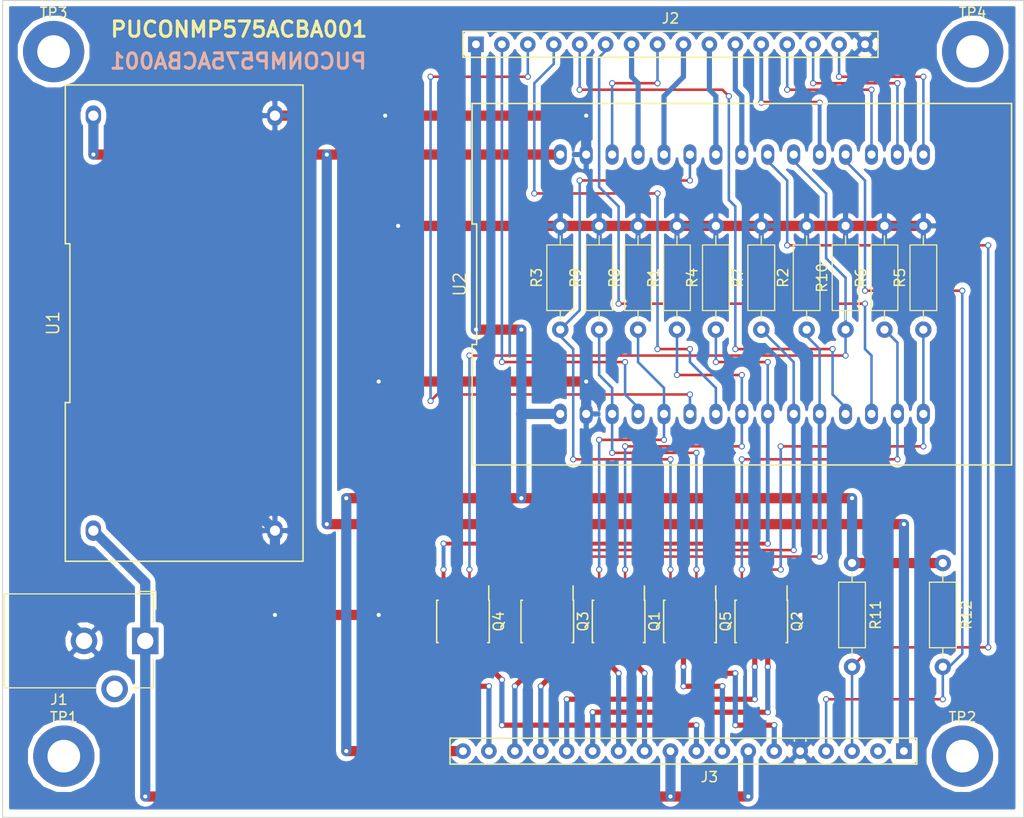
<source format=kicad_pcb>
(kicad_pcb (version 4) (host pcbnew 4.0.7)

  (general
    (links 93)
    (no_connects 0)
    (area 39.949999 29.949999 140.050001 110.050001)
    (thickness 1.6)
    (drawings 6)
    (tracks 388)
    (zones 0)
    (modules 26)
    (nets 43)
  )

  (page A4)
  (layers
    (0 F.Cu signal)
    (31 B.Cu signal)
    (32 B.Adhes user)
    (33 F.Adhes user)
    (34 B.Paste user)
    (35 F.Paste user)
    (36 B.SilkS user)
    (37 F.SilkS user)
    (38 B.Mask user)
    (39 F.Mask user)
    (40 Dwgs.User user)
    (41 Cmts.User user)
    (42 Eco1.User user)
    (43 Eco2.User user)
    (44 Edge.Cuts user)
    (45 Margin user)
    (46 B.CrtYd user)
    (47 F.CrtYd user)
    (48 B.Fab user)
    (49 F.Fab user)
  )

  (setup
    (last_trace_width 0.5)
    (user_trace_width 0.254)
    (user_trace_width 0.254)
    (user_trace_width 0.381)
    (user_trace_width 0.508)
    (user_trace_width 0.8128)
    (trace_clearance 0.2)
    (zone_clearance 0.508)
    (zone_45_only no)
    (trace_min 0.2)
    (segment_width 0.2)
    (edge_width 0.1)
    (via_size 0.6)
    (via_drill 0.4)
    (via_min_size 0.4)
    (via_min_drill 0.3)
    (uvia_size 0.3)
    (uvia_drill 0.1)
    (uvias_allowed no)
    (uvia_min_size 0.2)
    (uvia_min_drill 0.1)
    (pcb_text_width 0.3)
    (pcb_text_size 1.5 1.5)
    (mod_edge_width 0.15)
    (mod_text_size 1 1)
    (mod_text_width 0.15)
    (pad_size 1.5 1.5)
    (pad_drill 0.6)
    (pad_to_mask_clearance 0)
    (aux_axis_origin 0 0)
    (visible_elements 7FFFFFFF)
    (pcbplotparams
      (layerselection 0x010f0_80000001)
      (usegerberextensions true)
      (excludeedgelayer true)
      (linewidth 0.100000)
      (plotframeref false)
      (viasonmask false)
      (mode 1)
      (useauxorigin false)
      (hpglpennumber 1)
      (hpglpenspeed 20)
      (hpglpendiameter 15)
      (hpglpenoverlay 2)
      (psnegative false)
      (psa4output false)
      (plotreference true)
      (plotvalue true)
      (plotinvisibletext false)
      (padsonsilk false)
      (subtractmaskfromsilk false)
      (outputformat 1)
      (mirror false)
      (drillshape 0)
      (scaleselection 1)
      (outputdirectory PUCONMP575ACMA001_Fab/))
  )

  (net 0 "")
  (net 1 +12V)
  (net 2 GNDD)
  (net 3 "Net-(J1-Pad3)")
  (net 4 /D13)
  (net 5 /D14)
  (net 6 /D12)
  (net 7 /D25)
  (net 8 /TX0)
  (net 9 /D26)
  (net 10 /RX0)
  (net 11 /D35)
  (net 12 /TX2)
  (net 13 /VN)
  (net 14 /RX2)
  (net 15 /VP)
  (net 16 /D2)
  (net 17 /EN)
  (net 18 +3V3)
  (net 19 /DRV_FEED)
  (net 20 /DRV_COLOR)
  (net 21 /DRV_MOTOR)
  (net 22 /DRV_M6)
  (net 23 /DRV_M5)
  (net 24 /SNS_ROT)
  (net 25 /DRV_M4)
  (net 26 /SNS_HOME)
  (net 27 /DRV_M3)
  (net 28 "Net-(J3-Pad2)")
  (net 29 /DRV_M2)
  (net 30 +5V)
  (net 31 /DRV_M1)
  (net 32 /DRV_M0)
  (net 33 /CTL_M6)
  (net 34 /CTL_M5)
  (net 35 /CTL_M4)
  (net 36 /CTL_M3)
  (net 37 /CTL_M2)
  (net 38 /CTL_M1)
  (net 39 /CTL_COLOR)
  (net 40 /CTL_M0)
  (net 41 /CTL_MOTOR)
  (net 42 /CTL_FEED)

  (net_class Default "This is the default net class."
    (clearance 0.2)
    (trace_width 0.5)
    (via_dia 0.6)
    (via_drill 0.4)
    (uvia_dia 0.3)
    (uvia_drill 0.1)
    (add_net /CTL_COLOR)
    (add_net /CTL_FEED)
    (add_net /CTL_M0)
    (add_net /CTL_M1)
    (add_net /CTL_M2)
    (add_net /CTL_M3)
    (add_net /CTL_M4)
    (add_net /CTL_M5)
    (add_net /CTL_M6)
    (add_net /CTL_MOTOR)
    (add_net /D12)
    (add_net /D13)
    (add_net /D14)
    (add_net /D2)
    (add_net /D25)
    (add_net /D26)
    (add_net /D35)
    (add_net /EN)
    (add_net /RX0)
    (add_net /RX2)
    (add_net /SNS_HOME)
    (add_net /SNS_ROT)
    (add_net /TX0)
    (add_net /TX2)
    (add_net /VN)
    (add_net /VP)
    (add_net "Net-(J1-Pad3)")
    (add_net "Net-(J3-Pad2)")
  )

  (net_class Driver ""
    (clearance 0.5)
    (trace_width 1)
    (via_dia 0.6)
    (via_drill 0.4)
    (uvia_dia 0.3)
    (uvia_drill 0.1)
    (add_net /DRV_COLOR)
    (add_net /DRV_FEED)
    (add_net /DRV_M0)
    (add_net /DRV_M1)
    (add_net /DRV_M2)
    (add_net /DRV_M3)
    (add_net /DRV_M4)
    (add_net /DRV_M5)
    (add_net /DRV_M6)
    (add_net /DRV_MOTOR)
  )

  (net_class Power ""
    (clearance 0.5)
    (trace_width 1)
    (via_dia 0.6)
    (via_drill 0.4)
    (uvia_dia 0.3)
    (uvia_drill 0.1)
    (add_net +12V)
    (add_net +3V3)
    (add_net +5V)
    (add_net GNDD)
  )

  (module Footprints:DIP-4_1_ELL (layer F.Cu) (tedit 0) (tstamp 5AC3FAB4)
    (at 57.785 61.595)
    (path /5AC0609D)
    (fp_text reference U1 (at -12.84 0 90) (layer F.SilkS)
      (effects (font (size 1.2 1.2) (thickness 0.15)))
    )
    (fp_text value DCstepDownConvADJLM2596 (at 0 0) (layer F.Fab)
      (effects (font (size 1.2 1.2) (thickness 0.15)))
    )
    (fp_line (start -11.64 23.32) (end 11.639999 23.32) (layer F.SilkS) (width 0.15))
    (fp_line (start 11.639999 23.32) (end 11.64 -23.32) (layer F.SilkS) (width 0.15))
    (fp_line (start 11.64 -23.32) (end -11.639999 -23.32) (layer F.SilkS) (width 0.15))
    (fp_line (start -11.639999 -23.32) (end -11.64 -7.773333) (layer F.SilkS) (width 0.15))
    (fp_line (start -11.64 -7.773333) (end -11.19 -7.773333) (layer F.SilkS) (width 0.15))
    (fp_line (start -11.19 -7.773333) (end -11.19 7.773333) (layer F.SilkS) (width 0.15))
    (fp_line (start -11.19 7.773333) (end -11.64 7.773333) (layer F.SilkS) (width 0.15))
    (fp_line (start -11.64 7.773333) (end -11.64 23.32) (layer F.SilkS) (width 0.15))
    (pad 4 thru_hole oval (at -8.89 -20.32) (size 1.5 2) (drill 1) (layers *.Cu *.Mask)
      (net 30 +5V))
    (pad 1 thru_hole oval (at -8.89 20.32) (size 1.5 2) (drill 1) (layers *.Cu *.Mask)
      (net 1 +12V))
    (pad 3 thru_hole oval (at 8.89 -20.32) (size 1.5 2) (drill 1) (layers *.Cu *.Mask)
      (net 2 GNDD))
    (pad 2 thru_hole oval (at 8.89 20.32) (size 1.5 2) (drill 1) (layers *.Cu *.Mask)
      (net 2 GNDD))
    (model Converters_DCDC_ACDC.3dshapes/DCDC-Conv_TRACO_TSR-1.wrl
      (at (xyz 0 0 0))
      (scale (xyz 1 1 1))
      (rotate (xyz 0 0 0))
    )
  )

  (module Connectors:Barrel_Jack_CUI_PJ-102AH (layer F.Cu) (tedit 59BC552D) (tstamp 5AC3F9FE)
    (at 53.975 92.71 270)
    (descr "Thin-pin DC Barrel Jack, https://cdn-shop.adafruit.com/datasheets/21mmdcjackDatasheet.pdf")
    (tags "Power Jack")
    (path /5ABED48F)
    (fp_text reference J1 (at 5.75 8.45 360) (layer F.SilkS)
      (effects (font (size 1 1) (thickness 0.15)))
    )
    (fp_text value Power_12V_DV (at -5.5 6.2 360) (layer F.Fab)
      (effects (font (size 1 1) (thickness 0.15)))
    )
    (fp_line (start 1.8 -1.8) (end 1.8 -1.2) (layer F.CrtYd) (width 0.05))
    (fp_line (start 1.8 -1.2) (end 5 -1.2) (layer F.CrtYd) (width 0.05))
    (fp_line (start 5 -1.2) (end 5 1.2) (layer F.CrtYd) (width 0.05))
    (fp_line (start 5 1.2) (end 6.5 1.2) (layer F.CrtYd) (width 0.05))
    (fp_line (start 6.5 1.2) (end 6.5 4.8) (layer F.CrtYd) (width 0.05))
    (fp_line (start 6.5 4.8) (end 5 4.8) (layer F.CrtYd) (width 0.05))
    (fp_line (start 5 4.8) (end 5 14.2) (layer F.CrtYd) (width 0.05))
    (fp_line (start 5 14.2) (end -5 14.2) (layer F.CrtYd) (width 0.05))
    (fp_line (start -5 14.2) (end -5 -1.2) (layer F.CrtYd) (width 0.05))
    (fp_line (start -5 -1.2) (end -1.8 -1.2) (layer F.CrtYd) (width 0.05))
    (fp_line (start -1.8 -1.2) (end -1.8 -1.8) (layer F.CrtYd) (width 0.05))
    (fp_line (start -1.8 -1.8) (end 1.8 -1.8) (layer F.CrtYd) (width 0.05))
    (fp_line (start 4.6 4.8) (end 4.6 13.8) (layer F.SilkS) (width 0.12))
    (fp_line (start 4.6 13.8) (end -4.6 13.8) (layer F.SilkS) (width 0.12))
    (fp_line (start -4.6 13.8) (end -4.6 -0.8) (layer F.SilkS) (width 0.12))
    (fp_line (start -4.6 -0.8) (end -1.8 -0.8) (layer F.SilkS) (width 0.12))
    (fp_line (start 1.8 -0.8) (end 4.6 -0.8) (layer F.SilkS) (width 0.12))
    (fp_line (start 4.6 -0.8) (end 4.6 1.2) (layer F.SilkS) (width 0.12))
    (fp_line (start -4.84 0.7) (end -4.84 -1.04) (layer F.SilkS) (width 0.12))
    (fp_line (start -4.84 -1.04) (end -3.1 -1.04) (layer F.SilkS) (width 0.12))
    (fp_line (start 4.5 -0.7) (end 4.5 13.7) (layer F.Fab) (width 0.1))
    (fp_line (start 4.5 13.7) (end -4.5 13.7) (layer F.Fab) (width 0.1))
    (fp_line (start -4.5 13.7) (end -4.5 0.3) (layer F.Fab) (width 0.1))
    (fp_line (start -4.5 0.3) (end -3.5 -0.7) (layer F.Fab) (width 0.1))
    (fp_line (start -3.5 -0.7) (end 4.5 -0.7) (layer F.Fab) (width 0.1))
    (fp_line (start -4.5 10.2) (end 4.5 10.2) (layer F.Fab) (width 0.1))
    (fp_text user %R (at 0 6.5 270) (layer F.Fab)
      (effects (font (size 1 1) (thickness 0.15)))
    )
    (pad 1 thru_hole rect (at 0 0 270) (size 2.6 2.6) (drill 1.6) (layers *.Cu *.Mask)
      (net 1 +12V))
    (pad 2 thru_hole circle (at 0 6 270) (size 2.6 2.6) (drill 1.6) (layers *.Cu *.Mask)
      (net 2 GNDD))
    (pad 3 thru_hole circle (at 4.7 3 270) (size 2.6 2.6) (drill 1.6) (layers *.Cu *.Mask)
      (net 3 "Net-(J1-Pad3)"))
    (model ${KISYS3DMOD}/Connectors.3dshapes/Barrel_Jack_CUI_PJ-102AH.wrl
      (at (xyz 0 0 0))
      (scale (xyz 1 1 1))
      (rotate (xyz 0 0 0))
    )
  )

  (module Footprints:PinHeader_0.6mmSquare_01x16_2.54mm (layer F.Cu) (tedit 5AC15977) (tstamp 5AC3FA12)
    (at 105.41 34.29)
    (path /5AC06D43)
    (fp_text reference J2 (at 0 -2.54) (layer F.SilkS)
      (effects (font (size 1 1) (thickness 0.15)))
    )
    (fp_text value Conn_01x16_Male (at 0 2.54) (layer F.Fab)
      (effects (font (size 1 1) (thickness 0.15)))
    )
    (fp_line (start -20.32 -1.27) (end -20.32 1.27) (layer F.SilkS) (width 0.15))
    (fp_line (start -20.32 1.27) (end 20.32 1.27) (layer F.SilkS) (width 0.15))
    (fp_line (start 20.32 1.27) (end 20.32 -1.27) (layer F.SilkS) (width 0.15))
    (fp_line (start 20.32 -1.27) (end -20.32 -1.27) (layer F.SilkS) (width 0.15))
    (pad 8 thru_hole circle (at -1.27 0) (size 1.524 1.524) (drill 0.762) (layers *.Cu *.Mask)
      (net 4 /D13))
    (pad 9 thru_hole circle (at 1.27 0) (size 1.524 1.524) (drill 0.762) (layers *.Cu *.Mask)
      (net 5 /D14))
    (pad 7 thru_hole circle (at -3.81 0) (size 1.524 1.524) (drill 0.762) (layers *.Cu *.Mask)
      (net 6 /D12))
    (pad 10 thru_hole circle (at 3.81 0) (size 1.524 1.524) (drill 0.762) (layers *.Cu *.Mask)
      (net 7 /D25))
    (pad 6 thru_hole circle (at -6.35 0) (size 1.524 1.524) (drill 0.762) (layers *.Cu *.Mask)
      (net 8 /TX0))
    (pad 11 thru_hole circle (at 6.35 0) (size 1.524 1.524) (drill 0.762) (layers *.Cu *.Mask)
      (net 9 /D26))
    (pad 5 thru_hole circle (at -8.89 0) (size 1.524 1.524) (drill 0.762) (layers *.Cu *.Mask)
      (net 10 /RX0))
    (pad 12 thru_hole circle (at 8.89 0) (size 1.524 1.524) (drill 0.762) (layers *.Cu *.Mask)
      (net 11 /D35))
    (pad 4 thru_hole circle (at -11.43 0) (size 1.524 1.524) (drill 0.762) (layers *.Cu *.Mask)
      (net 12 /TX2))
    (pad 13 thru_hole circle (at 11.43 0) (size 1.524 1.524) (drill 0.762) (layers *.Cu *.Mask)
      (net 13 /VN))
    (pad 3 thru_hole circle (at -13.97 0) (size 1.524 1.524) (drill 0.762) (layers *.Cu *.Mask)
      (net 14 /RX2))
    (pad 14 thru_hole circle (at 13.97 0) (size 1.524 1.524) (drill 0.762) (layers *.Cu *.Mask)
      (net 15 /VP))
    (pad 2 thru_hole circle (at -16.51 0) (size 1.524 1.524) (drill 0.762) (layers *.Cu *.Mask)
      (net 16 /D2))
    (pad 15 thru_hole circle (at 16.51 0) (size 1.524 1.524) (drill 0.762) (layers *.Cu *.Mask)
      (net 17 /EN))
    (pad 1 thru_hole rect (at -19.05 0) (size 1.524 1.524) (drill 0.762) (layers *.Cu *.Mask)
      (net 18 +3V3))
    (pad 16 thru_hole circle (at 19.05 0) (size 1.524 1.524) (drill 0.762) (layers *.Cu *.Mask)
      (net 2 GNDD))
  )

  (module Footprints:PinHeader_Female_0.6mmSquare_01x18_2.54mm (layer F.Cu) (tedit 5AC157CE) (tstamp 5AC3FA28)
    (at 106.68 103.505 180)
    (path /5ABEC746)
    (fp_text reference J3 (at -2.54 -2.54 180) (layer F.SilkS)
      (effects (font (size 1 1) (thickness 0.15)))
    )
    (fp_text value Print_Mech_Citizen_MP575 (at -2.54 2.54 180) (layer F.Fab)
      (effects (font (size 1 1) (thickness 0.15)))
    )
    (fp_line (start 17.78 -1.27) (end 22.86 -1.27) (layer F.SilkS) (width 0.15))
    (fp_line (start 22.86 -1.27) (end 22.86 1.27) (layer F.SilkS) (width 0.15))
    (fp_line (start 22.86 1.27) (end 17.78 1.27) (layer F.SilkS) (width 0.15))
    (fp_line (start -22.86 -1.27) (end -22.86 1.27) (layer F.SilkS) (width 0.15))
    (fp_line (start -22.86 1.27) (end 17.78 1.27) (layer F.SilkS) (width 0.15))
    (fp_line (start 17.78 -1.27) (end -22.86 -1.27) (layer F.SilkS) (width 0.15))
    (pad 8 thru_hole circle (at -3.81 0 180) (size 1.524 1.524) (drill 0.762) (layers *.Cu *.Mask)
      (net 19 /DRV_FEED))
    (pad 9 thru_hole circle (at -1.27 0 180) (size 1.524 1.524) (drill 0.762) (layers *.Cu *.Mask)
      (net 20 /DRV_COLOR))
    (pad 7 thru_hole circle (at -6.35 0 180) (size 1.524 1.524) (drill 0.762) (layers *.Cu *.Mask)
      (net 1 +12V))
    (pad 10 thru_hole circle (at 1.27 0 180) (size 1.524 1.524) (drill 0.762) (layers *.Cu *.Mask)
      (net 1 +12V))
    (pad 6 thru_hole circle (at -8.89 0 180) (size 1.524 1.524) (drill 0.762) (layers *.Cu *.Mask)
      (net 21 /DRV_MOTOR))
    (pad 11 thru_hole circle (at 3.81 0 180) (size 1.524 1.524) (drill 0.762) (layers *.Cu *.Mask)
      (net 22 /DRV_M6))
    (pad 5 thru_hole circle (at -11.43 0 180) (size 1.524 1.524) (drill 0.762) (layers *.Cu *.Mask)
      (net 2 GNDD))
    (pad 12 thru_hole circle (at 6.35 0 180) (size 1.524 1.524) (drill 0.762) (layers *.Cu *.Mask)
      (net 23 /DRV_M5))
    (pad 4 thru_hole circle (at -13.97 0 180) (size 1.524 1.524) (drill 0.762) (layers *.Cu *.Mask)
      (net 24 /SNS_ROT))
    (pad 13 thru_hole circle (at 8.89 0 180) (size 1.524 1.524) (drill 0.762) (layers *.Cu *.Mask)
      (net 25 /DRV_M4))
    (pad 3 thru_hole circle (at -16.51 0 180) (size 1.524 1.524) (drill 0.762) (layers *.Cu *.Mask)
      (net 26 /SNS_HOME))
    (pad 14 thru_hole circle (at 11.43 0 180) (size 1.524 1.524) (drill 0.762) (layers *.Cu *.Mask)
      (net 27 /DRV_M3))
    (pad 2 thru_hole circle (at -19.05 0 180) (size 1.524 1.524) (drill 0.762) (layers *.Cu *.Mask)
      (net 28 "Net-(J3-Pad2)"))
    (pad 15 thru_hole circle (at 13.97 0 180) (size 1.524 1.524) (drill 0.762) (layers *.Cu *.Mask)
      (net 29 /DRV_M2))
    (pad 1 thru_hole rect (at -21.59 0 180) (size 1.524 1.524) (drill 0.762) (layers *.Cu *.Mask)
      (net 30 +5V))
    (pad 16 thru_hole circle (at 16.51 0 180) (size 1.524 1.524) (drill 0.762) (layers *.Cu *.Mask)
      (net 31 /DRV_M1))
    (pad 17 thru_hole circle (at 19.05 0 180) (size 1.524 1.524) (drill 0.762) (layers *.Cu *.Mask)
      (net 32 /DRV_M0))
    (pad 18 thru_hole circle (at 21.59 0 180) (size 1.524 1.524) (drill 0.762) (layers *.Cu *.Mask)
      (net 18 +3V3))
  )

  (module Housings_SOIC:SOIC-8_3.9x4.9mm_Pitch1.27mm (layer F.Cu) (tedit 58CD0CDA) (tstamp 5AC3FA34)
    (at 100.33 90.805 270)
    (descr "8-Lead Plastic Small Outline (SN) - Narrow, 3.90 mm Body [SOIC] (see Microchip Packaging Specification 00000049BS.pdf)")
    (tags "SOIC 1.27")
    (path /5ABEB79B)
    (attr smd)
    (fp_text reference Q1 (at 0 -3.5 270) (layer F.SilkS)
      (effects (font (size 1 1) (thickness 0.15)))
    )
    (fp_text value IRF7301PbF (at 0 3.5 270) (layer F.Fab)
      (effects (font (size 1 1) (thickness 0.15)))
    )
    (fp_text user %R (at 0 0 270) (layer F.Fab)
      (effects (font (size 1 1) (thickness 0.15)))
    )
    (fp_line (start -0.95 -2.45) (end 1.95 -2.45) (layer F.Fab) (width 0.1))
    (fp_line (start 1.95 -2.45) (end 1.95 2.45) (layer F.Fab) (width 0.1))
    (fp_line (start 1.95 2.45) (end -1.95 2.45) (layer F.Fab) (width 0.1))
    (fp_line (start -1.95 2.45) (end -1.95 -1.45) (layer F.Fab) (width 0.1))
    (fp_line (start -1.95 -1.45) (end -0.95 -2.45) (layer F.Fab) (width 0.1))
    (fp_line (start -3.73 -2.7) (end -3.73 2.7) (layer F.CrtYd) (width 0.05))
    (fp_line (start 3.73 -2.7) (end 3.73 2.7) (layer F.CrtYd) (width 0.05))
    (fp_line (start -3.73 -2.7) (end 3.73 -2.7) (layer F.CrtYd) (width 0.05))
    (fp_line (start -3.73 2.7) (end 3.73 2.7) (layer F.CrtYd) (width 0.05))
    (fp_line (start -2.075 -2.575) (end -2.075 -2.525) (layer F.SilkS) (width 0.15))
    (fp_line (start 2.075 -2.575) (end 2.075 -2.43) (layer F.SilkS) (width 0.15))
    (fp_line (start 2.075 2.575) (end 2.075 2.43) (layer F.SilkS) (width 0.15))
    (fp_line (start -2.075 2.575) (end -2.075 2.43) (layer F.SilkS) (width 0.15))
    (fp_line (start -2.075 -2.575) (end 2.075 -2.575) (layer F.SilkS) (width 0.15))
    (fp_line (start -2.075 2.575) (end 2.075 2.575) (layer F.SilkS) (width 0.15))
    (fp_line (start -2.075 -2.525) (end -3.475 -2.525) (layer F.SilkS) (width 0.15))
    (pad 1 smd rect (at -2.7 -1.905 270) (size 1.55 0.6) (layers F.Cu F.Paste F.Mask)
      (net 2 GNDD))
    (pad 2 smd rect (at -2.7 -0.635 270) (size 1.55 0.6) (layers F.Cu F.Paste F.Mask)
      (net 33 /CTL_M6))
    (pad 3 smd rect (at -2.7 0.635 270) (size 1.55 0.6) (layers F.Cu F.Paste F.Mask)
      (net 2 GNDD))
    (pad 4 smd rect (at -2.7 1.905 270) (size 1.55 0.6) (layers F.Cu F.Paste F.Mask)
      (net 34 /CTL_M5))
    (pad 5 smd rect (at 2.7 1.905 270) (size 1.55 0.6) (layers F.Cu F.Paste F.Mask)
      (net 23 /DRV_M5))
    (pad 6 smd rect (at 2.7 0.635 270) (size 1.55 0.6) (layers F.Cu F.Paste F.Mask)
      (net 23 /DRV_M5))
    (pad 7 smd rect (at 2.7 -0.635 270) (size 1.55 0.6) (layers F.Cu F.Paste F.Mask)
      (net 22 /DRV_M6))
    (pad 8 smd rect (at 2.7 -1.905 270) (size 1.55 0.6) (layers F.Cu F.Paste F.Mask)
      (net 22 /DRV_M6))
    (model ${KISYS3DMOD}/Housings_SOIC.3dshapes/SOIC-8_3.9x4.9mm_Pitch1.27mm.wrl
      (at (xyz 0 0 0))
      (scale (xyz 1 1 1))
      (rotate (xyz 0 0 0))
    )
  )

  (module Housings_SOIC:SOIC-8_3.9x4.9mm_Pitch1.27mm (layer F.Cu) (tedit 58CD0CDA) (tstamp 5AC3FA40)
    (at 114.3 90.805 270)
    (descr "8-Lead Plastic Small Outline (SN) - Narrow, 3.90 mm Body [SOIC] (see Microchip Packaging Specification 00000049BS.pdf)")
    (tags "SOIC 1.27")
    (path /5ABEB571)
    (attr smd)
    (fp_text reference Q2 (at 0 -3.5 270) (layer F.SilkS)
      (effects (font (size 1 1) (thickness 0.15)))
    )
    (fp_text value IRF7301PbF (at 0 3.5 270) (layer F.Fab)
      (effects (font (size 1 1) (thickness 0.15)))
    )
    (fp_text user %R (at 0 0 270) (layer F.Fab)
      (effects (font (size 1 1) (thickness 0.15)))
    )
    (fp_line (start -0.95 -2.45) (end 1.95 -2.45) (layer F.Fab) (width 0.1))
    (fp_line (start 1.95 -2.45) (end 1.95 2.45) (layer F.Fab) (width 0.1))
    (fp_line (start 1.95 2.45) (end -1.95 2.45) (layer F.Fab) (width 0.1))
    (fp_line (start -1.95 2.45) (end -1.95 -1.45) (layer F.Fab) (width 0.1))
    (fp_line (start -1.95 -1.45) (end -0.95 -2.45) (layer F.Fab) (width 0.1))
    (fp_line (start -3.73 -2.7) (end -3.73 2.7) (layer F.CrtYd) (width 0.05))
    (fp_line (start 3.73 -2.7) (end 3.73 2.7) (layer F.CrtYd) (width 0.05))
    (fp_line (start -3.73 -2.7) (end 3.73 -2.7) (layer F.CrtYd) (width 0.05))
    (fp_line (start -3.73 2.7) (end 3.73 2.7) (layer F.CrtYd) (width 0.05))
    (fp_line (start -2.075 -2.575) (end -2.075 -2.525) (layer F.SilkS) (width 0.15))
    (fp_line (start 2.075 -2.575) (end 2.075 -2.43) (layer F.SilkS) (width 0.15))
    (fp_line (start 2.075 2.575) (end 2.075 2.43) (layer F.SilkS) (width 0.15))
    (fp_line (start -2.075 2.575) (end -2.075 2.43) (layer F.SilkS) (width 0.15))
    (fp_line (start -2.075 -2.575) (end 2.075 -2.575) (layer F.SilkS) (width 0.15))
    (fp_line (start -2.075 2.575) (end 2.075 2.575) (layer F.SilkS) (width 0.15))
    (fp_line (start -2.075 -2.525) (end -3.475 -2.525) (layer F.SilkS) (width 0.15))
    (pad 1 smd rect (at -2.7 -1.905 270) (size 1.55 0.6) (layers F.Cu F.Paste F.Mask)
      (net 2 GNDD))
    (pad 2 smd rect (at -2.7 -0.635 270) (size 1.55 0.6) (layers F.Cu F.Paste F.Mask)
      (net 35 /CTL_M4))
    (pad 3 smd rect (at -2.7 0.635 270) (size 1.55 0.6) (layers F.Cu F.Paste F.Mask)
      (net 2 GNDD))
    (pad 4 smd rect (at -2.7 1.905 270) (size 1.55 0.6) (layers F.Cu F.Paste F.Mask)
      (net 36 /CTL_M3))
    (pad 5 smd rect (at 2.7 1.905 270) (size 1.55 0.6) (layers F.Cu F.Paste F.Mask)
      (net 27 /DRV_M3))
    (pad 6 smd rect (at 2.7 0.635 270) (size 1.55 0.6) (layers F.Cu F.Paste F.Mask)
      (net 27 /DRV_M3))
    (pad 7 smd rect (at 2.7 -0.635 270) (size 1.55 0.6) (layers F.Cu F.Paste F.Mask)
      (net 25 /DRV_M4))
    (pad 8 smd rect (at 2.7 -1.905 270) (size 1.55 0.6) (layers F.Cu F.Paste F.Mask)
      (net 25 /DRV_M4))
    (model ${KISYS3DMOD}/Housings_SOIC.3dshapes/SOIC-8_3.9x4.9mm_Pitch1.27mm.wrl
      (at (xyz 0 0 0))
      (scale (xyz 1 1 1))
      (rotate (xyz 0 0 0))
    )
  )

  (module Housings_SOIC:SOIC-8_3.9x4.9mm_Pitch1.27mm (layer F.Cu) (tedit 58CD0CDA) (tstamp 5AC3FA4C)
    (at 93.345 90.805 270)
    (descr "8-Lead Plastic Small Outline (SN) - Narrow, 3.90 mm Body [SOIC] (see Microchip Packaging Specification 00000049BS.pdf)")
    (tags "SOIC 1.27")
    (path /5ABEB6CA)
    (attr smd)
    (fp_text reference Q3 (at 0 -3.5 270) (layer F.SilkS)
      (effects (font (size 1 1) (thickness 0.15)))
    )
    (fp_text value IRF7301PbF (at 0 3.5 270) (layer F.Fab)
      (effects (font (size 1 1) (thickness 0.15)))
    )
    (fp_text user %R (at 0 0 270) (layer F.Fab)
      (effects (font (size 1 1) (thickness 0.15)))
    )
    (fp_line (start -0.95 -2.45) (end 1.95 -2.45) (layer F.Fab) (width 0.1))
    (fp_line (start 1.95 -2.45) (end 1.95 2.45) (layer F.Fab) (width 0.1))
    (fp_line (start 1.95 2.45) (end -1.95 2.45) (layer F.Fab) (width 0.1))
    (fp_line (start -1.95 2.45) (end -1.95 -1.45) (layer F.Fab) (width 0.1))
    (fp_line (start -1.95 -1.45) (end -0.95 -2.45) (layer F.Fab) (width 0.1))
    (fp_line (start -3.73 -2.7) (end -3.73 2.7) (layer F.CrtYd) (width 0.05))
    (fp_line (start 3.73 -2.7) (end 3.73 2.7) (layer F.CrtYd) (width 0.05))
    (fp_line (start -3.73 -2.7) (end 3.73 -2.7) (layer F.CrtYd) (width 0.05))
    (fp_line (start -3.73 2.7) (end 3.73 2.7) (layer F.CrtYd) (width 0.05))
    (fp_line (start -2.075 -2.575) (end -2.075 -2.525) (layer F.SilkS) (width 0.15))
    (fp_line (start 2.075 -2.575) (end 2.075 -2.43) (layer F.SilkS) (width 0.15))
    (fp_line (start 2.075 2.575) (end 2.075 2.43) (layer F.SilkS) (width 0.15))
    (fp_line (start -2.075 2.575) (end -2.075 2.43) (layer F.SilkS) (width 0.15))
    (fp_line (start -2.075 -2.575) (end 2.075 -2.575) (layer F.SilkS) (width 0.15))
    (fp_line (start -2.075 2.575) (end 2.075 2.575) (layer F.SilkS) (width 0.15))
    (fp_line (start -2.075 -2.525) (end -3.475 -2.525) (layer F.SilkS) (width 0.15))
    (pad 1 smd rect (at -2.7 -1.905 270) (size 1.55 0.6) (layers F.Cu F.Paste F.Mask)
      (net 2 GNDD))
    (pad 2 smd rect (at -2.7 -0.635 270) (size 1.55 0.6) (layers F.Cu F.Paste F.Mask)
      (net 37 /CTL_M2))
    (pad 3 smd rect (at -2.7 0.635 270) (size 1.55 0.6) (layers F.Cu F.Paste F.Mask)
      (net 2 GNDD))
    (pad 4 smd rect (at -2.7 1.905 270) (size 1.55 0.6) (layers F.Cu F.Paste F.Mask)
      (net 38 /CTL_M1))
    (pad 5 smd rect (at 2.7 1.905 270) (size 1.55 0.6) (layers F.Cu F.Paste F.Mask)
      (net 31 /DRV_M1))
    (pad 6 smd rect (at 2.7 0.635 270) (size 1.55 0.6) (layers F.Cu F.Paste F.Mask)
      (net 31 /DRV_M1))
    (pad 7 smd rect (at 2.7 -0.635 270) (size 1.55 0.6) (layers F.Cu F.Paste F.Mask)
      (net 29 /DRV_M2))
    (pad 8 smd rect (at 2.7 -1.905 270) (size 1.55 0.6) (layers F.Cu F.Paste F.Mask)
      (net 29 /DRV_M2))
    (model ${KISYS3DMOD}/Housings_SOIC.3dshapes/SOIC-8_3.9x4.9mm_Pitch1.27mm.wrl
      (at (xyz 0 0 0))
      (scale (xyz 1 1 1))
      (rotate (xyz 0 0 0))
    )
  )

  (module Housings_SOIC:SOIC-8_3.9x4.9mm_Pitch1.27mm (layer F.Cu) (tedit 58CD0CDA) (tstamp 5AC3FA58)
    (at 85.09 90.805 270)
    (descr "8-Lead Plastic Small Outline (SN) - Narrow, 3.90 mm Body [SOIC] (see Microchip Packaging Specification 00000049BS.pdf)")
    (tags "SOIC 1.27")
    (path /5ABEB4B8)
    (attr smd)
    (fp_text reference Q4 (at 0 -3.5 270) (layer F.SilkS)
      (effects (font (size 1 1) (thickness 0.15)))
    )
    (fp_text value IRF7301PbF (at 0 3.5 270) (layer F.Fab)
      (effects (font (size 1 1) (thickness 0.15)))
    )
    (fp_text user %R (at 0 0 270) (layer F.Fab)
      (effects (font (size 1 1) (thickness 0.15)))
    )
    (fp_line (start -0.95 -2.45) (end 1.95 -2.45) (layer F.Fab) (width 0.1))
    (fp_line (start 1.95 -2.45) (end 1.95 2.45) (layer F.Fab) (width 0.1))
    (fp_line (start 1.95 2.45) (end -1.95 2.45) (layer F.Fab) (width 0.1))
    (fp_line (start -1.95 2.45) (end -1.95 -1.45) (layer F.Fab) (width 0.1))
    (fp_line (start -1.95 -1.45) (end -0.95 -2.45) (layer F.Fab) (width 0.1))
    (fp_line (start -3.73 -2.7) (end -3.73 2.7) (layer F.CrtYd) (width 0.05))
    (fp_line (start 3.73 -2.7) (end 3.73 2.7) (layer F.CrtYd) (width 0.05))
    (fp_line (start -3.73 -2.7) (end 3.73 -2.7) (layer F.CrtYd) (width 0.05))
    (fp_line (start -3.73 2.7) (end 3.73 2.7) (layer F.CrtYd) (width 0.05))
    (fp_line (start -2.075 -2.575) (end -2.075 -2.525) (layer F.SilkS) (width 0.15))
    (fp_line (start 2.075 -2.575) (end 2.075 -2.43) (layer F.SilkS) (width 0.15))
    (fp_line (start 2.075 2.575) (end 2.075 2.43) (layer F.SilkS) (width 0.15))
    (fp_line (start -2.075 2.575) (end -2.075 2.43) (layer F.SilkS) (width 0.15))
    (fp_line (start -2.075 -2.575) (end 2.075 -2.575) (layer F.SilkS) (width 0.15))
    (fp_line (start -2.075 2.575) (end 2.075 2.575) (layer F.SilkS) (width 0.15))
    (fp_line (start -2.075 -2.525) (end -3.475 -2.525) (layer F.SilkS) (width 0.15))
    (pad 1 smd rect (at -2.7 -1.905 270) (size 1.55 0.6) (layers F.Cu F.Paste F.Mask)
      (net 2 GNDD))
    (pad 2 smd rect (at -2.7 -0.635 270) (size 1.55 0.6) (layers F.Cu F.Paste F.Mask)
      (net 39 /CTL_COLOR))
    (pad 3 smd rect (at -2.7 0.635 270) (size 1.55 0.6) (layers F.Cu F.Paste F.Mask)
      (net 2 GNDD))
    (pad 4 smd rect (at -2.7 1.905 270) (size 1.55 0.6) (layers F.Cu F.Paste F.Mask)
      (net 40 /CTL_M0))
    (pad 5 smd rect (at 2.7 1.905 270) (size 1.55 0.6) (layers F.Cu F.Paste F.Mask)
      (net 32 /DRV_M0))
    (pad 6 smd rect (at 2.7 0.635 270) (size 1.55 0.6) (layers F.Cu F.Paste F.Mask)
      (net 32 /DRV_M0))
    (pad 7 smd rect (at 2.7 -0.635 270) (size 1.55 0.6) (layers F.Cu F.Paste F.Mask)
      (net 20 /DRV_COLOR))
    (pad 8 smd rect (at 2.7 -1.905 270) (size 1.55 0.6) (layers F.Cu F.Paste F.Mask)
      (net 20 /DRV_COLOR))
    (model ${KISYS3DMOD}/Housings_SOIC.3dshapes/SOIC-8_3.9x4.9mm_Pitch1.27mm.wrl
      (at (xyz 0 0 0))
      (scale (xyz 1 1 1))
      (rotate (xyz 0 0 0))
    )
  )

  (module Housings_SOIC:SOIC-8_3.9x4.9mm_Pitch1.27mm (layer F.Cu) (tedit 58CD0CDA) (tstamp 5AC3FA64)
    (at 107.315 90.805 270)
    (descr "8-Lead Plastic Small Outline (SN) - Narrow, 3.90 mm Body [SOIC] (see Microchip Packaging Specification 00000049BS.pdf)")
    (tags "SOIC 1.27")
    (path /5ABD6519)
    (attr smd)
    (fp_text reference Q5 (at 0 -3.5 270) (layer F.SilkS)
      (effects (font (size 1 1) (thickness 0.15)))
    )
    (fp_text value IRF7301PbF (at 0 3.5 270) (layer F.Fab)
      (effects (font (size 1 1) (thickness 0.15)))
    )
    (fp_text user %R (at 0 0 270) (layer F.Fab)
      (effects (font (size 1 1) (thickness 0.15)))
    )
    (fp_line (start -0.95 -2.45) (end 1.95 -2.45) (layer F.Fab) (width 0.1))
    (fp_line (start 1.95 -2.45) (end 1.95 2.45) (layer F.Fab) (width 0.1))
    (fp_line (start 1.95 2.45) (end -1.95 2.45) (layer F.Fab) (width 0.1))
    (fp_line (start -1.95 2.45) (end -1.95 -1.45) (layer F.Fab) (width 0.1))
    (fp_line (start -1.95 -1.45) (end -0.95 -2.45) (layer F.Fab) (width 0.1))
    (fp_line (start -3.73 -2.7) (end -3.73 2.7) (layer F.CrtYd) (width 0.05))
    (fp_line (start 3.73 -2.7) (end 3.73 2.7) (layer F.CrtYd) (width 0.05))
    (fp_line (start -3.73 -2.7) (end 3.73 -2.7) (layer F.CrtYd) (width 0.05))
    (fp_line (start -3.73 2.7) (end 3.73 2.7) (layer F.CrtYd) (width 0.05))
    (fp_line (start -2.075 -2.575) (end -2.075 -2.525) (layer F.SilkS) (width 0.15))
    (fp_line (start 2.075 -2.575) (end 2.075 -2.43) (layer F.SilkS) (width 0.15))
    (fp_line (start 2.075 2.575) (end 2.075 2.43) (layer F.SilkS) (width 0.15))
    (fp_line (start -2.075 2.575) (end -2.075 2.43) (layer F.SilkS) (width 0.15))
    (fp_line (start -2.075 -2.575) (end 2.075 -2.575) (layer F.SilkS) (width 0.15))
    (fp_line (start -2.075 2.575) (end 2.075 2.575) (layer F.SilkS) (width 0.15))
    (fp_line (start -2.075 -2.525) (end -3.475 -2.525) (layer F.SilkS) (width 0.15))
    (pad 1 smd rect (at -2.7 -1.905 270) (size 1.55 0.6) (layers F.Cu F.Paste F.Mask)
      (net 2 GNDD))
    (pad 2 smd rect (at -2.7 -0.635 270) (size 1.55 0.6) (layers F.Cu F.Paste F.Mask)
      (net 41 /CTL_MOTOR))
    (pad 3 smd rect (at -2.7 0.635 270) (size 1.55 0.6) (layers F.Cu F.Paste F.Mask)
      (net 2 GNDD))
    (pad 4 smd rect (at -2.7 1.905 270) (size 1.55 0.6) (layers F.Cu F.Paste F.Mask)
      (net 42 /CTL_FEED))
    (pad 5 smd rect (at 2.7 1.905 270) (size 1.55 0.6) (layers F.Cu F.Paste F.Mask)
      (net 19 /DRV_FEED))
    (pad 6 smd rect (at 2.7 0.635 270) (size 1.55 0.6) (layers F.Cu F.Paste F.Mask)
      (net 19 /DRV_FEED))
    (pad 7 smd rect (at 2.7 -0.635 270) (size 1.55 0.6) (layers F.Cu F.Paste F.Mask)
      (net 21 /DRV_MOTOR))
    (pad 8 smd rect (at 2.7 -1.905 270) (size 1.55 0.6) (layers F.Cu F.Paste F.Mask)
      (net 21 /DRV_MOTOR))
    (model ${KISYS3DMOD}/Housings_SOIC.3dshapes/SOIC-8_3.9x4.9mm_Pitch1.27mm.wrl
      (at (xyz 0 0 0))
      (scale (xyz 1 1 1))
      (rotate (xyz 0 0 0))
    )
  )

  (module Resistors_THT:R_Axial_DIN0207_L6.3mm_D2.5mm_P10.16mm_Horizontal (layer F.Cu) (tedit 5874F706) (tstamp 5AC3FA6A)
    (at 106.045 62.23 90)
    (descr "Resistor, Axial_DIN0207 series, Axial, Horizontal, pin pitch=10.16mm, 0.25W = 1/4W, length*diameter=6.3*2.5mm^2, http://cdn-reichelt.de/documents/datenblatt/B400/1_4W%23YAG.pdf")
    (tags "Resistor Axial_DIN0207 series Axial Horizontal pin pitch 10.16mm 0.25W = 1/4W length 6.3mm diameter 2.5mm")
    (path /5AC04FE4)
    (fp_text reference R1 (at 5.08 -2.31 90) (layer F.SilkS)
      (effects (font (size 1 1) (thickness 0.15)))
    )
    (fp_text value 10k (at 5.08 2.31 90) (layer F.Fab)
      (effects (font (size 1 1) (thickness 0.15)))
    )
    (fp_line (start 1.93 -1.25) (end 1.93 1.25) (layer F.Fab) (width 0.1))
    (fp_line (start 1.93 1.25) (end 8.23 1.25) (layer F.Fab) (width 0.1))
    (fp_line (start 8.23 1.25) (end 8.23 -1.25) (layer F.Fab) (width 0.1))
    (fp_line (start 8.23 -1.25) (end 1.93 -1.25) (layer F.Fab) (width 0.1))
    (fp_line (start 0 0) (end 1.93 0) (layer F.Fab) (width 0.1))
    (fp_line (start 10.16 0) (end 8.23 0) (layer F.Fab) (width 0.1))
    (fp_line (start 1.87 -1.31) (end 1.87 1.31) (layer F.SilkS) (width 0.12))
    (fp_line (start 1.87 1.31) (end 8.29 1.31) (layer F.SilkS) (width 0.12))
    (fp_line (start 8.29 1.31) (end 8.29 -1.31) (layer F.SilkS) (width 0.12))
    (fp_line (start 8.29 -1.31) (end 1.87 -1.31) (layer F.SilkS) (width 0.12))
    (fp_line (start 0.98 0) (end 1.87 0) (layer F.SilkS) (width 0.12))
    (fp_line (start 9.18 0) (end 8.29 0) (layer F.SilkS) (width 0.12))
    (fp_line (start -1.05 -1.6) (end -1.05 1.6) (layer F.CrtYd) (width 0.05))
    (fp_line (start -1.05 1.6) (end 11.25 1.6) (layer F.CrtYd) (width 0.05))
    (fp_line (start 11.25 1.6) (end 11.25 -1.6) (layer F.CrtYd) (width 0.05))
    (fp_line (start 11.25 -1.6) (end -1.05 -1.6) (layer F.CrtYd) (width 0.05))
    (pad 1 thru_hole circle (at 0 0 90) (size 1.6 1.6) (drill 0.8) (layers *.Cu *.Mask)
      (net 33 /CTL_M6))
    (pad 2 thru_hole oval (at 10.16 0 90) (size 1.6 1.6) (drill 0.8) (layers *.Cu *.Mask)
      (net 2 GNDD))
    (model ${KISYS3DMOD}/Resistors_THT.3dshapes/R_Axial_DIN0207_L6.3mm_D2.5mm_P10.16mm_Horizontal.wrl
      (at (xyz 0 0 0))
      (scale (xyz 0.393701 0.393701 0.393701))
      (rotate (xyz 0 0 0))
    )
  )

  (module Resistors_THT:R_Axial_DIN0207_L6.3mm_D2.5mm_P10.16mm_Horizontal (layer F.Cu) (tedit 5874F706) (tstamp 5AC3FA70)
    (at 118.745 62.23 90)
    (descr "Resistor, Axial_DIN0207 series, Axial, Horizontal, pin pitch=10.16mm, 0.25W = 1/4W, length*diameter=6.3*2.5mm^2, http://cdn-reichelt.de/documents/datenblatt/B400/1_4W%23YAG.pdf")
    (tags "Resistor Axial_DIN0207 series Axial Horizontal pin pitch 10.16mm 0.25W = 1/4W length 6.3mm diameter 2.5mm")
    (path /5AC035EB)
    (fp_text reference R2 (at 5.08 -2.31 90) (layer F.SilkS)
      (effects (font (size 1 1) (thickness 0.15)))
    )
    (fp_text value 10k (at 5.08 2.31 90) (layer F.Fab)
      (effects (font (size 1 1) (thickness 0.15)))
    )
    (fp_line (start 1.93 -1.25) (end 1.93 1.25) (layer F.Fab) (width 0.1))
    (fp_line (start 1.93 1.25) (end 8.23 1.25) (layer F.Fab) (width 0.1))
    (fp_line (start 8.23 1.25) (end 8.23 -1.25) (layer F.Fab) (width 0.1))
    (fp_line (start 8.23 -1.25) (end 1.93 -1.25) (layer F.Fab) (width 0.1))
    (fp_line (start 0 0) (end 1.93 0) (layer F.Fab) (width 0.1))
    (fp_line (start 10.16 0) (end 8.23 0) (layer F.Fab) (width 0.1))
    (fp_line (start 1.87 -1.31) (end 1.87 1.31) (layer F.SilkS) (width 0.12))
    (fp_line (start 1.87 1.31) (end 8.29 1.31) (layer F.SilkS) (width 0.12))
    (fp_line (start 8.29 1.31) (end 8.29 -1.31) (layer F.SilkS) (width 0.12))
    (fp_line (start 8.29 -1.31) (end 1.87 -1.31) (layer F.SilkS) (width 0.12))
    (fp_line (start 0.98 0) (end 1.87 0) (layer F.SilkS) (width 0.12))
    (fp_line (start 9.18 0) (end 8.29 0) (layer F.SilkS) (width 0.12))
    (fp_line (start -1.05 -1.6) (end -1.05 1.6) (layer F.CrtYd) (width 0.05))
    (fp_line (start -1.05 1.6) (end 11.25 1.6) (layer F.CrtYd) (width 0.05))
    (fp_line (start 11.25 1.6) (end 11.25 -1.6) (layer F.CrtYd) (width 0.05))
    (fp_line (start 11.25 -1.6) (end -1.05 -1.6) (layer F.CrtYd) (width 0.05))
    (pad 1 thru_hole circle (at 0 0 90) (size 1.6 1.6) (drill 0.8) (layers *.Cu *.Mask)
      (net 37 /CTL_M2))
    (pad 2 thru_hole oval (at 10.16 0 90) (size 1.6 1.6) (drill 0.8) (layers *.Cu *.Mask)
      (net 2 GNDD))
    (model ${KISYS3DMOD}/Resistors_THT.3dshapes/R_Axial_DIN0207_L6.3mm_D2.5mm_P10.16mm_Horizontal.wrl
      (at (xyz 0 0 0))
      (scale (xyz 0.393701 0.393701 0.393701))
      (rotate (xyz 0 0 0))
    )
  )

  (module Resistors_THT:R_Axial_DIN0207_L6.3mm_D2.5mm_P10.16mm_Horizontal (layer F.Cu) (tedit 5874F706) (tstamp 5AC3FA76)
    (at 94.615 62.23 90)
    (descr "Resistor, Axial_DIN0207 series, Axial, Horizontal, pin pitch=10.16mm, 0.25W = 1/4W, length*diameter=6.3*2.5mm^2, http://cdn-reichelt.de/documents/datenblatt/B400/1_4W%23YAG.pdf")
    (tags "Resistor Axial_DIN0207 series Axial Horizontal pin pitch 10.16mm 0.25W = 1/4W length 6.3mm diameter 2.5mm")
    (path /5AC012CD)
    (fp_text reference R3 (at 5.08 -2.31 90) (layer F.SilkS)
      (effects (font (size 1 1) (thickness 0.15)))
    )
    (fp_text value 10k (at 5.08 2.31 90) (layer F.Fab)
      (effects (font (size 1 1) (thickness 0.15)))
    )
    (fp_line (start 1.93 -1.25) (end 1.93 1.25) (layer F.Fab) (width 0.1))
    (fp_line (start 1.93 1.25) (end 8.23 1.25) (layer F.Fab) (width 0.1))
    (fp_line (start 8.23 1.25) (end 8.23 -1.25) (layer F.Fab) (width 0.1))
    (fp_line (start 8.23 -1.25) (end 1.93 -1.25) (layer F.Fab) (width 0.1))
    (fp_line (start 0 0) (end 1.93 0) (layer F.Fab) (width 0.1))
    (fp_line (start 10.16 0) (end 8.23 0) (layer F.Fab) (width 0.1))
    (fp_line (start 1.87 -1.31) (end 1.87 1.31) (layer F.SilkS) (width 0.12))
    (fp_line (start 1.87 1.31) (end 8.29 1.31) (layer F.SilkS) (width 0.12))
    (fp_line (start 8.29 1.31) (end 8.29 -1.31) (layer F.SilkS) (width 0.12))
    (fp_line (start 8.29 -1.31) (end 1.87 -1.31) (layer F.SilkS) (width 0.12))
    (fp_line (start 0.98 0) (end 1.87 0) (layer F.SilkS) (width 0.12))
    (fp_line (start 9.18 0) (end 8.29 0) (layer F.SilkS) (width 0.12))
    (fp_line (start -1.05 -1.6) (end -1.05 1.6) (layer F.CrtYd) (width 0.05))
    (fp_line (start -1.05 1.6) (end 11.25 1.6) (layer F.CrtYd) (width 0.05))
    (fp_line (start 11.25 1.6) (end 11.25 -1.6) (layer F.CrtYd) (width 0.05))
    (fp_line (start 11.25 -1.6) (end -1.05 -1.6) (layer F.CrtYd) (width 0.05))
    (pad 1 thru_hole circle (at 0 0 90) (size 1.6 1.6) (drill 0.8) (layers *.Cu *.Mask)
      (net 42 /CTL_FEED))
    (pad 2 thru_hole oval (at 10.16 0 90) (size 1.6 1.6) (drill 0.8) (layers *.Cu *.Mask)
      (net 2 GNDD))
    (model ${KISYS3DMOD}/Resistors_THT.3dshapes/R_Axial_DIN0207_L6.3mm_D2.5mm_P10.16mm_Horizontal.wrl
      (at (xyz 0 0 0))
      (scale (xyz 0.393701 0.393701 0.393701))
      (rotate (xyz 0 0 0))
    )
  )

  (module Resistors_THT:R_Axial_DIN0207_L6.3mm_D2.5mm_P10.16mm_Horizontal (layer F.Cu) (tedit 5874F706) (tstamp 5AC3FA7C)
    (at 109.855 62.23 90)
    (descr "Resistor, Axial_DIN0207 series, Axial, Horizontal, pin pitch=10.16mm, 0.25W = 1/4W, length*diameter=6.3*2.5mm^2, http://cdn-reichelt.de/documents/datenblatt/B400/1_4W%23YAG.pdf")
    (tags "Resistor Axial_DIN0207 series Axial Horizontal pin pitch 10.16mm 0.25W = 1/4W length 6.3mm diameter 2.5mm")
    (path /5ABFF15F)
    (fp_text reference R4 (at 5.08 -2.31 90) (layer F.SilkS)
      (effects (font (size 1 1) (thickness 0.15)))
    )
    (fp_text value 10k (at 5.08 2.31 90) (layer F.Fab)
      (effects (font (size 1 1) (thickness 0.15)))
    )
    (fp_line (start 1.93 -1.25) (end 1.93 1.25) (layer F.Fab) (width 0.1))
    (fp_line (start 1.93 1.25) (end 8.23 1.25) (layer F.Fab) (width 0.1))
    (fp_line (start 8.23 1.25) (end 8.23 -1.25) (layer F.Fab) (width 0.1))
    (fp_line (start 8.23 -1.25) (end 1.93 -1.25) (layer F.Fab) (width 0.1))
    (fp_line (start 0 0) (end 1.93 0) (layer F.Fab) (width 0.1))
    (fp_line (start 10.16 0) (end 8.23 0) (layer F.Fab) (width 0.1))
    (fp_line (start 1.87 -1.31) (end 1.87 1.31) (layer F.SilkS) (width 0.12))
    (fp_line (start 1.87 1.31) (end 8.29 1.31) (layer F.SilkS) (width 0.12))
    (fp_line (start 8.29 1.31) (end 8.29 -1.31) (layer F.SilkS) (width 0.12))
    (fp_line (start 8.29 -1.31) (end 1.87 -1.31) (layer F.SilkS) (width 0.12))
    (fp_line (start 0.98 0) (end 1.87 0) (layer F.SilkS) (width 0.12))
    (fp_line (start 9.18 0) (end 8.29 0) (layer F.SilkS) (width 0.12))
    (fp_line (start -1.05 -1.6) (end -1.05 1.6) (layer F.CrtYd) (width 0.05))
    (fp_line (start -1.05 1.6) (end 11.25 1.6) (layer F.CrtYd) (width 0.05))
    (fp_line (start 11.25 1.6) (end 11.25 -1.6) (layer F.CrtYd) (width 0.05))
    (fp_line (start 11.25 -1.6) (end -1.05 -1.6) (layer F.CrtYd) (width 0.05))
    (pad 1 thru_hole circle (at 0 0 90) (size 1.6 1.6) (drill 0.8) (layers *.Cu *.Mask)
      (net 40 /CTL_M0))
    (pad 2 thru_hole oval (at 10.16 0 90) (size 1.6 1.6) (drill 0.8) (layers *.Cu *.Mask)
      (net 2 GNDD))
    (model ${KISYS3DMOD}/Resistors_THT.3dshapes/R_Axial_DIN0207_L6.3mm_D2.5mm_P10.16mm_Horizontal.wrl
      (at (xyz 0 0 0))
      (scale (xyz 0.393701 0.393701 0.393701))
      (rotate (xyz 0 0 0))
    )
  )

  (module Resistors_THT:R_Axial_DIN0207_L6.3mm_D2.5mm_P10.16mm_Horizontal (layer F.Cu) (tedit 5874F706) (tstamp 5AC3FA82)
    (at 130.175 62.23 90)
    (descr "Resistor, Axial_DIN0207 series, Axial, Horizontal, pin pitch=10.16mm, 0.25W = 1/4W, length*diameter=6.3*2.5mm^2, http://cdn-reichelt.de/documents/datenblatt/B400/1_4W%23YAG.pdf")
    (tags "Resistor Axial_DIN0207 series Axial Horizontal pin pitch 10.16mm 0.25W = 1/4W length 6.3mm diameter 2.5mm")
    (path /5AC03E78)
    (fp_text reference R5 (at 5.08 -2.31 90) (layer F.SilkS)
      (effects (font (size 1 1) (thickness 0.15)))
    )
    (fp_text value 10k (at 5.08 2.31 90) (layer F.Fab)
      (effects (font (size 1 1) (thickness 0.15)))
    )
    (fp_line (start 1.93 -1.25) (end 1.93 1.25) (layer F.Fab) (width 0.1))
    (fp_line (start 1.93 1.25) (end 8.23 1.25) (layer F.Fab) (width 0.1))
    (fp_line (start 8.23 1.25) (end 8.23 -1.25) (layer F.Fab) (width 0.1))
    (fp_line (start 8.23 -1.25) (end 1.93 -1.25) (layer F.Fab) (width 0.1))
    (fp_line (start 0 0) (end 1.93 0) (layer F.Fab) (width 0.1))
    (fp_line (start 10.16 0) (end 8.23 0) (layer F.Fab) (width 0.1))
    (fp_line (start 1.87 -1.31) (end 1.87 1.31) (layer F.SilkS) (width 0.12))
    (fp_line (start 1.87 1.31) (end 8.29 1.31) (layer F.SilkS) (width 0.12))
    (fp_line (start 8.29 1.31) (end 8.29 -1.31) (layer F.SilkS) (width 0.12))
    (fp_line (start 8.29 -1.31) (end 1.87 -1.31) (layer F.SilkS) (width 0.12))
    (fp_line (start 0.98 0) (end 1.87 0) (layer F.SilkS) (width 0.12))
    (fp_line (start 9.18 0) (end 8.29 0) (layer F.SilkS) (width 0.12))
    (fp_line (start -1.05 -1.6) (end -1.05 1.6) (layer F.CrtYd) (width 0.05))
    (fp_line (start -1.05 1.6) (end 11.25 1.6) (layer F.CrtYd) (width 0.05))
    (fp_line (start 11.25 1.6) (end 11.25 -1.6) (layer F.CrtYd) (width 0.05))
    (fp_line (start 11.25 -1.6) (end -1.05 -1.6) (layer F.CrtYd) (width 0.05))
    (pad 1 thru_hole circle (at 0 0 90) (size 1.6 1.6) (drill 0.8) (layers *.Cu *.Mask)
      (net 35 /CTL_M4))
    (pad 2 thru_hole oval (at 10.16 0 90) (size 1.6 1.6) (drill 0.8) (layers *.Cu *.Mask)
      (net 2 GNDD))
    (model ${KISYS3DMOD}/Resistors_THT.3dshapes/R_Axial_DIN0207_L6.3mm_D2.5mm_P10.16mm_Horizontal.wrl
      (at (xyz 0 0 0))
      (scale (xyz 0.393701 0.393701 0.393701))
      (rotate (xyz 0 0 0))
    )
  )

  (module Resistors_THT:R_Axial_DIN0207_L6.3mm_D2.5mm_P10.16mm_Horizontal (layer F.Cu) (tedit 5874F706) (tstamp 5AC3FA88)
    (at 126.365 62.23 90)
    (descr "Resistor, Axial_DIN0207 series, Axial, Horizontal, pin pitch=10.16mm, 0.25W = 1/4W, length*diameter=6.3*2.5mm^2, http://cdn-reichelt.de/documents/datenblatt/B400/1_4W%23YAG.pdf")
    (tags "Resistor Axial_DIN0207 series Axial Horizontal pin pitch 10.16mm 0.25W = 1/4W length 6.3mm diameter 2.5mm")
    (path /5AC03EE7)
    (fp_text reference R6 (at 5.08 -2.31 90) (layer F.SilkS)
      (effects (font (size 1 1) (thickness 0.15)))
    )
    (fp_text value 10k (at 5.08 2.31 90) (layer F.Fab)
      (effects (font (size 1 1) (thickness 0.15)))
    )
    (fp_line (start 1.93 -1.25) (end 1.93 1.25) (layer F.Fab) (width 0.1))
    (fp_line (start 1.93 1.25) (end 8.23 1.25) (layer F.Fab) (width 0.1))
    (fp_line (start 8.23 1.25) (end 8.23 -1.25) (layer F.Fab) (width 0.1))
    (fp_line (start 8.23 -1.25) (end 1.93 -1.25) (layer F.Fab) (width 0.1))
    (fp_line (start 0 0) (end 1.93 0) (layer F.Fab) (width 0.1))
    (fp_line (start 10.16 0) (end 8.23 0) (layer F.Fab) (width 0.1))
    (fp_line (start 1.87 -1.31) (end 1.87 1.31) (layer F.SilkS) (width 0.12))
    (fp_line (start 1.87 1.31) (end 8.29 1.31) (layer F.SilkS) (width 0.12))
    (fp_line (start 8.29 1.31) (end 8.29 -1.31) (layer F.SilkS) (width 0.12))
    (fp_line (start 8.29 -1.31) (end 1.87 -1.31) (layer F.SilkS) (width 0.12))
    (fp_line (start 0.98 0) (end 1.87 0) (layer F.SilkS) (width 0.12))
    (fp_line (start 9.18 0) (end 8.29 0) (layer F.SilkS) (width 0.12))
    (fp_line (start -1.05 -1.6) (end -1.05 1.6) (layer F.CrtYd) (width 0.05))
    (fp_line (start -1.05 1.6) (end 11.25 1.6) (layer F.CrtYd) (width 0.05))
    (fp_line (start 11.25 1.6) (end 11.25 -1.6) (layer F.CrtYd) (width 0.05))
    (fp_line (start 11.25 -1.6) (end -1.05 -1.6) (layer F.CrtYd) (width 0.05))
    (pad 1 thru_hole circle (at 0 0 90) (size 1.6 1.6) (drill 0.8) (layers *.Cu *.Mask)
      (net 36 /CTL_M3))
    (pad 2 thru_hole oval (at 10.16 0 90) (size 1.6 1.6) (drill 0.8) (layers *.Cu *.Mask)
      (net 2 GNDD))
    (model ${KISYS3DMOD}/Resistors_THT.3dshapes/R_Axial_DIN0207_L6.3mm_D2.5mm_P10.16mm_Horizontal.wrl
      (at (xyz 0 0 0))
      (scale (xyz 0.393701 0.393701 0.393701))
      (rotate (xyz 0 0 0))
    )
  )

  (module Resistors_THT:R_Axial_DIN0207_L6.3mm_D2.5mm_P10.16mm_Horizontal (layer F.Cu) (tedit 5874F706) (tstamp 5AC3FA8E)
    (at 114.3 62.23 90)
    (descr "Resistor, Axial_DIN0207 series, Axial, Horizontal, pin pitch=10.16mm, 0.25W = 1/4W, length*diameter=6.3*2.5mm^2, http://cdn-reichelt.de/documents/datenblatt/B400/1_4W%23YAG.pdf")
    (tags "Resistor Axial_DIN0207 series Axial Horizontal pin pitch 10.16mm 0.25W = 1/4W length 6.3mm diameter 2.5mm")
    (path /5AC0362A)
    (fp_text reference R7 (at 5.08 -2.31 90) (layer F.SilkS)
      (effects (font (size 1 1) (thickness 0.15)))
    )
    (fp_text value 10k (at 5.08 2.31 90) (layer F.Fab)
      (effects (font (size 1 1) (thickness 0.15)))
    )
    (fp_line (start 1.93 -1.25) (end 1.93 1.25) (layer F.Fab) (width 0.1))
    (fp_line (start 1.93 1.25) (end 8.23 1.25) (layer F.Fab) (width 0.1))
    (fp_line (start 8.23 1.25) (end 8.23 -1.25) (layer F.Fab) (width 0.1))
    (fp_line (start 8.23 -1.25) (end 1.93 -1.25) (layer F.Fab) (width 0.1))
    (fp_line (start 0 0) (end 1.93 0) (layer F.Fab) (width 0.1))
    (fp_line (start 10.16 0) (end 8.23 0) (layer F.Fab) (width 0.1))
    (fp_line (start 1.87 -1.31) (end 1.87 1.31) (layer F.SilkS) (width 0.12))
    (fp_line (start 1.87 1.31) (end 8.29 1.31) (layer F.SilkS) (width 0.12))
    (fp_line (start 8.29 1.31) (end 8.29 -1.31) (layer F.SilkS) (width 0.12))
    (fp_line (start 8.29 -1.31) (end 1.87 -1.31) (layer F.SilkS) (width 0.12))
    (fp_line (start 0.98 0) (end 1.87 0) (layer F.SilkS) (width 0.12))
    (fp_line (start 9.18 0) (end 8.29 0) (layer F.SilkS) (width 0.12))
    (fp_line (start -1.05 -1.6) (end -1.05 1.6) (layer F.CrtYd) (width 0.05))
    (fp_line (start -1.05 1.6) (end 11.25 1.6) (layer F.CrtYd) (width 0.05))
    (fp_line (start 11.25 1.6) (end 11.25 -1.6) (layer F.CrtYd) (width 0.05))
    (fp_line (start 11.25 -1.6) (end -1.05 -1.6) (layer F.CrtYd) (width 0.05))
    (pad 1 thru_hole circle (at 0 0 90) (size 1.6 1.6) (drill 0.8) (layers *.Cu *.Mask)
      (net 38 /CTL_M1))
    (pad 2 thru_hole oval (at 10.16 0 90) (size 1.6 1.6) (drill 0.8) (layers *.Cu *.Mask)
      (net 2 GNDD))
    (model ${KISYS3DMOD}/Resistors_THT.3dshapes/R_Axial_DIN0207_L6.3mm_D2.5mm_P10.16mm_Horizontal.wrl
      (at (xyz 0 0 0))
      (scale (xyz 0.393701 0.393701 0.393701))
      (rotate (xyz 0 0 0))
    )
  )

  (module Resistors_THT:R_Axial_DIN0207_L6.3mm_D2.5mm_P10.16mm_Horizontal (layer F.Cu) (tedit 5874F706) (tstamp 5AC3FA94)
    (at 102.235 62.23 90)
    (descr "Resistor, Axial_DIN0207 series, Axial, Horizontal, pin pitch=10.16mm, 0.25W = 1/4W, length*diameter=6.3*2.5mm^2, http://cdn-reichelt.de/documents/datenblatt/B400/1_4W%23YAG.pdf")
    (tags "Resistor Axial_DIN0207 series Axial Horizontal pin pitch 10.16mm 0.25W = 1/4W length 6.3mm diameter 2.5mm")
    (path /5AC050AD)
    (fp_text reference R8 (at 5.08 -2.31 90) (layer F.SilkS)
      (effects (font (size 1 1) (thickness 0.15)))
    )
    (fp_text value 10k (at 5.08 2.31 90) (layer F.Fab)
      (effects (font (size 1 1) (thickness 0.15)))
    )
    (fp_line (start 1.93 -1.25) (end 1.93 1.25) (layer F.Fab) (width 0.1))
    (fp_line (start 1.93 1.25) (end 8.23 1.25) (layer F.Fab) (width 0.1))
    (fp_line (start 8.23 1.25) (end 8.23 -1.25) (layer F.Fab) (width 0.1))
    (fp_line (start 8.23 -1.25) (end 1.93 -1.25) (layer F.Fab) (width 0.1))
    (fp_line (start 0 0) (end 1.93 0) (layer F.Fab) (width 0.1))
    (fp_line (start 10.16 0) (end 8.23 0) (layer F.Fab) (width 0.1))
    (fp_line (start 1.87 -1.31) (end 1.87 1.31) (layer F.SilkS) (width 0.12))
    (fp_line (start 1.87 1.31) (end 8.29 1.31) (layer F.SilkS) (width 0.12))
    (fp_line (start 8.29 1.31) (end 8.29 -1.31) (layer F.SilkS) (width 0.12))
    (fp_line (start 8.29 -1.31) (end 1.87 -1.31) (layer F.SilkS) (width 0.12))
    (fp_line (start 0.98 0) (end 1.87 0) (layer F.SilkS) (width 0.12))
    (fp_line (start 9.18 0) (end 8.29 0) (layer F.SilkS) (width 0.12))
    (fp_line (start -1.05 -1.6) (end -1.05 1.6) (layer F.CrtYd) (width 0.05))
    (fp_line (start -1.05 1.6) (end 11.25 1.6) (layer F.CrtYd) (width 0.05))
    (fp_line (start 11.25 1.6) (end 11.25 -1.6) (layer F.CrtYd) (width 0.05))
    (fp_line (start 11.25 -1.6) (end -1.05 -1.6) (layer F.CrtYd) (width 0.05))
    (pad 1 thru_hole circle (at 0 0 90) (size 1.6 1.6) (drill 0.8) (layers *.Cu *.Mask)
      (net 34 /CTL_M5))
    (pad 2 thru_hole oval (at 10.16 0 90) (size 1.6 1.6) (drill 0.8) (layers *.Cu *.Mask)
      (net 2 GNDD))
    (model ${KISYS3DMOD}/Resistors_THT.3dshapes/R_Axial_DIN0207_L6.3mm_D2.5mm_P10.16mm_Horizontal.wrl
      (at (xyz 0 0 0))
      (scale (xyz 0.393701 0.393701 0.393701))
      (rotate (xyz 0 0 0))
    )
  )

  (module Resistors_THT:R_Axial_DIN0207_L6.3mm_D2.5mm_P10.16mm_Horizontal (layer F.Cu) (tedit 5874F706) (tstamp 5AC3FA9A)
    (at 98.425 62.23 90)
    (descr "Resistor, Axial_DIN0207 series, Axial, Horizontal, pin pitch=10.16mm, 0.25W = 1/4W, length*diameter=6.3*2.5mm^2, http://cdn-reichelt.de/documents/datenblatt/B400/1_4W%23YAG.pdf")
    (tags "Resistor Axial_DIN0207 series Axial Horizontal pin pitch 10.16mm 0.25W = 1/4W length 6.3mm diameter 2.5mm")
    (path /5AC01326)
    (fp_text reference R9 (at 5.08 -2.31 90) (layer F.SilkS)
      (effects (font (size 1 1) (thickness 0.15)))
    )
    (fp_text value 10k (at 5.08 2.31 90) (layer F.Fab)
      (effects (font (size 1 1) (thickness 0.15)))
    )
    (fp_line (start 1.93 -1.25) (end 1.93 1.25) (layer F.Fab) (width 0.1))
    (fp_line (start 1.93 1.25) (end 8.23 1.25) (layer F.Fab) (width 0.1))
    (fp_line (start 8.23 1.25) (end 8.23 -1.25) (layer F.Fab) (width 0.1))
    (fp_line (start 8.23 -1.25) (end 1.93 -1.25) (layer F.Fab) (width 0.1))
    (fp_line (start 0 0) (end 1.93 0) (layer F.Fab) (width 0.1))
    (fp_line (start 10.16 0) (end 8.23 0) (layer F.Fab) (width 0.1))
    (fp_line (start 1.87 -1.31) (end 1.87 1.31) (layer F.SilkS) (width 0.12))
    (fp_line (start 1.87 1.31) (end 8.29 1.31) (layer F.SilkS) (width 0.12))
    (fp_line (start 8.29 1.31) (end 8.29 -1.31) (layer F.SilkS) (width 0.12))
    (fp_line (start 8.29 -1.31) (end 1.87 -1.31) (layer F.SilkS) (width 0.12))
    (fp_line (start 0.98 0) (end 1.87 0) (layer F.SilkS) (width 0.12))
    (fp_line (start 9.18 0) (end 8.29 0) (layer F.SilkS) (width 0.12))
    (fp_line (start -1.05 -1.6) (end -1.05 1.6) (layer F.CrtYd) (width 0.05))
    (fp_line (start -1.05 1.6) (end 11.25 1.6) (layer F.CrtYd) (width 0.05))
    (fp_line (start 11.25 1.6) (end 11.25 -1.6) (layer F.CrtYd) (width 0.05))
    (fp_line (start 11.25 -1.6) (end -1.05 -1.6) (layer F.CrtYd) (width 0.05))
    (pad 1 thru_hole circle (at 0 0 90) (size 1.6 1.6) (drill 0.8) (layers *.Cu *.Mask)
      (net 41 /CTL_MOTOR))
    (pad 2 thru_hole oval (at 10.16 0 90) (size 1.6 1.6) (drill 0.8) (layers *.Cu *.Mask)
      (net 2 GNDD))
    (model ${KISYS3DMOD}/Resistors_THT.3dshapes/R_Axial_DIN0207_L6.3mm_D2.5mm_P10.16mm_Horizontal.wrl
      (at (xyz 0 0 0))
      (scale (xyz 0.393701 0.393701 0.393701))
      (rotate (xyz 0 0 0))
    )
  )

  (module Resistors_THT:R_Axial_DIN0207_L6.3mm_D2.5mm_P10.16mm_Horizontal (layer F.Cu) (tedit 5874F706) (tstamp 5AC3FAA0)
    (at 122.555 62.23 90)
    (descr "Resistor, Axial_DIN0207 series, Axial, Horizontal, pin pitch=10.16mm, 0.25W = 1/4W, length*diameter=6.3*2.5mm^2, http://cdn-reichelt.de/documents/datenblatt/B400/1_4W%23YAG.pdf")
    (tags "Resistor Axial_DIN0207 series Axial Horizontal pin pitch 10.16mm 0.25W = 1/4W length 6.3mm diameter 2.5mm")
    (path /5ABFF204)
    (fp_text reference R10 (at 5.08 -2.31 90) (layer F.SilkS)
      (effects (font (size 1 1) (thickness 0.15)))
    )
    (fp_text value 10k (at 5.08 2.31 90) (layer F.Fab)
      (effects (font (size 1 1) (thickness 0.15)))
    )
    (fp_line (start 1.93 -1.25) (end 1.93 1.25) (layer F.Fab) (width 0.1))
    (fp_line (start 1.93 1.25) (end 8.23 1.25) (layer F.Fab) (width 0.1))
    (fp_line (start 8.23 1.25) (end 8.23 -1.25) (layer F.Fab) (width 0.1))
    (fp_line (start 8.23 -1.25) (end 1.93 -1.25) (layer F.Fab) (width 0.1))
    (fp_line (start 0 0) (end 1.93 0) (layer F.Fab) (width 0.1))
    (fp_line (start 10.16 0) (end 8.23 0) (layer F.Fab) (width 0.1))
    (fp_line (start 1.87 -1.31) (end 1.87 1.31) (layer F.SilkS) (width 0.12))
    (fp_line (start 1.87 1.31) (end 8.29 1.31) (layer F.SilkS) (width 0.12))
    (fp_line (start 8.29 1.31) (end 8.29 -1.31) (layer F.SilkS) (width 0.12))
    (fp_line (start 8.29 -1.31) (end 1.87 -1.31) (layer F.SilkS) (width 0.12))
    (fp_line (start 0.98 0) (end 1.87 0) (layer F.SilkS) (width 0.12))
    (fp_line (start 9.18 0) (end 8.29 0) (layer F.SilkS) (width 0.12))
    (fp_line (start -1.05 -1.6) (end -1.05 1.6) (layer F.CrtYd) (width 0.05))
    (fp_line (start -1.05 1.6) (end 11.25 1.6) (layer F.CrtYd) (width 0.05))
    (fp_line (start 11.25 1.6) (end 11.25 -1.6) (layer F.CrtYd) (width 0.05))
    (fp_line (start 11.25 -1.6) (end -1.05 -1.6) (layer F.CrtYd) (width 0.05))
    (pad 1 thru_hole circle (at 0 0 90) (size 1.6 1.6) (drill 0.8) (layers *.Cu *.Mask)
      (net 39 /CTL_COLOR))
    (pad 2 thru_hole oval (at 10.16 0 90) (size 1.6 1.6) (drill 0.8) (layers *.Cu *.Mask)
      (net 2 GNDD))
    (model ${KISYS3DMOD}/Resistors_THT.3dshapes/R_Axial_DIN0207_L6.3mm_D2.5mm_P10.16mm_Horizontal.wrl
      (at (xyz 0 0 0))
      (scale (xyz 0.393701 0.393701 0.393701))
      (rotate (xyz 0 0 0))
    )
  )

  (module Resistors_THT:R_Axial_DIN0207_L6.3mm_D2.5mm_P10.16mm_Horizontal (layer F.Cu) (tedit 5874F706) (tstamp 5AC3FAA6)
    (at 123.19 85.09 270)
    (descr "Resistor, Axial_DIN0207 series, Axial, Horizontal, pin pitch=10.16mm, 0.25W = 1/4W, length*diameter=6.3*2.5mm^2, http://cdn-reichelt.de/documents/datenblatt/B400/1_4W%23YAG.pdf")
    (tags "Resistor Axial_DIN0207 series Axial Horizontal pin pitch 10.16mm 0.25W = 1/4W length 6.3mm diameter 2.5mm")
    (path /5ABEE0C1)
    (fp_text reference R11 (at 5.08 -2.31 270) (layer F.SilkS)
      (effects (font (size 1 1) (thickness 0.15)))
    )
    (fp_text value R (at 5.08 2.31 270) (layer F.Fab)
      (effects (font (size 1 1) (thickness 0.15)))
    )
    (fp_line (start 1.93 -1.25) (end 1.93 1.25) (layer F.Fab) (width 0.1))
    (fp_line (start 1.93 1.25) (end 8.23 1.25) (layer F.Fab) (width 0.1))
    (fp_line (start 8.23 1.25) (end 8.23 -1.25) (layer F.Fab) (width 0.1))
    (fp_line (start 8.23 -1.25) (end 1.93 -1.25) (layer F.Fab) (width 0.1))
    (fp_line (start 0 0) (end 1.93 0) (layer F.Fab) (width 0.1))
    (fp_line (start 10.16 0) (end 8.23 0) (layer F.Fab) (width 0.1))
    (fp_line (start 1.87 -1.31) (end 1.87 1.31) (layer F.SilkS) (width 0.12))
    (fp_line (start 1.87 1.31) (end 8.29 1.31) (layer F.SilkS) (width 0.12))
    (fp_line (start 8.29 1.31) (end 8.29 -1.31) (layer F.SilkS) (width 0.12))
    (fp_line (start 8.29 -1.31) (end 1.87 -1.31) (layer F.SilkS) (width 0.12))
    (fp_line (start 0.98 0) (end 1.87 0) (layer F.SilkS) (width 0.12))
    (fp_line (start 9.18 0) (end 8.29 0) (layer F.SilkS) (width 0.12))
    (fp_line (start -1.05 -1.6) (end -1.05 1.6) (layer F.CrtYd) (width 0.05))
    (fp_line (start -1.05 1.6) (end 11.25 1.6) (layer F.CrtYd) (width 0.05))
    (fp_line (start 11.25 1.6) (end 11.25 -1.6) (layer F.CrtYd) (width 0.05))
    (fp_line (start 11.25 -1.6) (end -1.05 -1.6) (layer F.CrtYd) (width 0.05))
    (pad 1 thru_hole circle (at 0 0 270) (size 1.6 1.6) (drill 0.8) (layers *.Cu *.Mask)
      (net 18 +3V3))
    (pad 2 thru_hole oval (at 10.16 0 270) (size 1.6 1.6) (drill 0.8) (layers *.Cu *.Mask)
      (net 26 /SNS_HOME))
    (model ${KISYS3DMOD}/Resistors_THT.3dshapes/R_Axial_DIN0207_L6.3mm_D2.5mm_P10.16mm_Horizontal.wrl
      (at (xyz 0 0 0))
      (scale (xyz 0.393701 0.393701 0.393701))
      (rotate (xyz 0 0 0))
    )
  )

  (module Resistors_THT:R_Axial_DIN0207_L6.3mm_D2.5mm_P10.16mm_Horizontal (layer F.Cu) (tedit 5874F706) (tstamp 5AC3FAAC)
    (at 132.08 85.09 270)
    (descr "Resistor, Axial_DIN0207 series, Axial, Horizontal, pin pitch=10.16mm, 0.25W = 1/4W, length*diameter=6.3*2.5mm^2, http://cdn-reichelt.de/documents/datenblatt/B400/1_4W%23YAG.pdf")
    (tags "Resistor Axial_DIN0207 series Axial Horizontal pin pitch 10.16mm 0.25W = 1/4W length 6.3mm diameter 2.5mm")
    (path /5ABEE048)
    (fp_text reference R12 (at 5.08 -2.31 270) (layer F.SilkS)
      (effects (font (size 1 1) (thickness 0.15)))
    )
    (fp_text value R (at 5.08 2.31 270) (layer F.Fab)
      (effects (font (size 1 1) (thickness 0.15)))
    )
    (fp_line (start 1.93 -1.25) (end 1.93 1.25) (layer F.Fab) (width 0.1))
    (fp_line (start 1.93 1.25) (end 8.23 1.25) (layer F.Fab) (width 0.1))
    (fp_line (start 8.23 1.25) (end 8.23 -1.25) (layer F.Fab) (width 0.1))
    (fp_line (start 8.23 -1.25) (end 1.93 -1.25) (layer F.Fab) (width 0.1))
    (fp_line (start 0 0) (end 1.93 0) (layer F.Fab) (width 0.1))
    (fp_line (start 10.16 0) (end 8.23 0) (layer F.Fab) (width 0.1))
    (fp_line (start 1.87 -1.31) (end 1.87 1.31) (layer F.SilkS) (width 0.12))
    (fp_line (start 1.87 1.31) (end 8.29 1.31) (layer F.SilkS) (width 0.12))
    (fp_line (start 8.29 1.31) (end 8.29 -1.31) (layer F.SilkS) (width 0.12))
    (fp_line (start 8.29 -1.31) (end 1.87 -1.31) (layer F.SilkS) (width 0.12))
    (fp_line (start 0.98 0) (end 1.87 0) (layer F.SilkS) (width 0.12))
    (fp_line (start 9.18 0) (end 8.29 0) (layer F.SilkS) (width 0.12))
    (fp_line (start -1.05 -1.6) (end -1.05 1.6) (layer F.CrtYd) (width 0.05))
    (fp_line (start -1.05 1.6) (end 11.25 1.6) (layer F.CrtYd) (width 0.05))
    (fp_line (start 11.25 1.6) (end 11.25 -1.6) (layer F.CrtYd) (width 0.05))
    (fp_line (start 11.25 -1.6) (end -1.05 -1.6) (layer F.CrtYd) (width 0.05))
    (pad 1 thru_hole circle (at 0 0 270) (size 1.6 1.6) (drill 0.8) (layers *.Cu *.Mask)
      (net 18 +3V3))
    (pad 2 thru_hole oval (at 10.16 0 270) (size 1.6 1.6) (drill 0.8) (layers *.Cu *.Mask)
      (net 24 /SNS_ROT))
    (model ${KISYS3DMOD}/Resistors_THT.3dshapes/R_Axial_DIN0207_L6.3mm_D2.5mm_P10.16mm_Horizontal.wrl
      (at (xyz 0 0 0))
      (scale (xyz 0.393701 0.393701 0.393701))
      (rotate (xyz 0 0 0))
    )
  )

  (module Footprints:DOITESP32DEVKIT (layer F.Cu) (tedit 0) (tstamp 5AC3FAD6)
    (at 112.395 57.785)
    (path /5ABAB20E)
    (fp_text reference U2 (at -27.615 0 90) (layer F.SilkS)
      (effects (font (size 1.2 1.2) (thickness 0.15)))
    )
    (fp_text value DOITESP32DEVKIT (at 0 0) (layer F.Fab)
      (effects (font (size 1.2 1.2) (thickness 0.15)))
    )
    (fp_line (start -26.415 17.7) (end 26.415 17.7) (layer F.SilkS) (width 0.15))
    (fp_line (start 26.415 17.7) (end 26.415 -17.7) (layer F.SilkS) (width 0.15))
    (fp_line (start 26.415 -17.7) (end -26.415 -17.7) (layer F.SilkS) (width 0.15))
    (fp_line (start -26.415 -17.7) (end -26.415 -5.9) (layer F.SilkS) (width 0.15))
    (fp_line (start -26.415 -5.9) (end -25.965 -5.9) (layer F.SilkS) (width 0.15))
    (fp_line (start -25.965 -5.9) (end -25.965 5.899999) (layer F.SilkS) (width 0.15))
    (fp_line (start -25.965 5.899999) (end -26.415 5.899999) (layer F.SilkS) (width 0.15))
    (fp_line (start -26.415 5.899999) (end -26.415 17.7) (layer F.SilkS) (width 0.15))
    (pad 30 thru_hole oval (at -17.78 -12.7) (size 1.27 2) (drill 0.8) (layers *.Cu *.Mask)
      (net 30 +5V))
    (pad 1 thru_hole oval (at -17.78 12.7) (size 1.27 2) (drill 0.8) (layers *.Cu *.Mask)
      (net 18 +3V3))
    (pad 29 thru_hole oval (at -15.24 -12.7) (size 1.27 2) (drill 0.8) (layers *.Cu *.Mask)
      (net 2 GNDD))
    (pad 2 thru_hole oval (at -15.24 12.7) (size 1.27 2) (drill 0.8) (layers *.Cu *.Mask)
      (net 2 GNDD))
    (pad 28 thru_hole oval (at -12.7 -12.7) (size 1.27 2) (drill 0.8) (layers *.Cu *.Mask)
      (net 4 /D13))
    (pad 3 thru_hole oval (at -12.7 12.7) (size 1.27 2) (drill 0.8) (layers *.Cu *.Mask)
      (net 41 /CTL_MOTOR))
    (pad 27 thru_hole oval (at -10.16 -12.7) (size 1.27 2) (drill 0.8) (layers *.Cu *.Mask)
      (net 6 /D12))
    (pad 4 thru_hole oval (at -10.16 12.7) (size 1.27 2) (drill 0.8) (layers *.Cu *.Mask)
      (net 16 /D2))
    (pad 26 thru_hole oval (at -7.62 -12.7) (size 1.27 2) (drill 0.8) (layers *.Cu *.Mask)
      (net 5 /D14))
    (pad 5 thru_hole oval (at -7.62 12.7) (size 1.27 2) (drill 0.8) (layers *.Cu *.Mask)
      (net 34 /CTL_M5))
    (pad 25 thru_hole oval (at -5.08 -12.7) (size 1.27 2) (drill 0.8) (layers *.Cu *.Mask)
      (net 42 /CTL_FEED))
    (pad 6 thru_hole oval (at -5.08 12.7) (size 1.27 2) (drill 0.8) (layers *.Cu *.Mask)
      (net 14 /RX2))
    (pad 24 thru_hole oval (at -2.54 -12.7) (size 1.27 2) (drill 0.8) (layers *.Cu *.Mask)
      (net 7 /D25))
    (pad 7 thru_hole oval (at -2.54 12.7) (size 1.27 2) (drill 0.8) (layers *.Cu *.Mask)
      (net 12 /TX2))
    (pad 23 thru_hole oval (at 0 -12.7) (size 1.27 2) (drill 0.8) (layers *.Cu *.Mask)
      (net 9 /D26))
    (pad 8 thru_hole oval (at 0 12.7) (size 1.27 2) (drill 0.8) (layers *.Cu *.Mask)
      (net 33 /CTL_M6))
    (pad 22 thru_hole oval (at 2.54 -12.7) (size 1.27 2) (drill 0.8) (layers *.Cu *.Mask)
      (net 26 /SNS_HOME))
    (pad 9 thru_hole oval (at 2.54 12.7) (size 1.27 2) (drill 0.8) (layers *.Cu *.Mask)
      (net 40 /CTL_M0))
    (pad 21 thru_hole oval (at 5.08 -12.7) (size 1.27 2) (drill 0.8) (layers *.Cu *.Mask)
      (net 39 /CTL_COLOR))
    (pad 10 thru_hole oval (at 5.08 12.7) (size 1.27 2) (drill 0.8) (layers *.Cu *.Mask)
      (net 38 /CTL_M1))
    (pad 20 thru_hole oval (at 7.62 -12.7) (size 1.27 2) (drill 0.8) (layers *.Cu *.Mask)
      (net 11 /D35))
    (pad 11 thru_hole oval (at 7.62 12.7) (size 1.27 2) (drill 0.8) (layers *.Cu *.Mask)
      (net 37 /CTL_M2))
    (pad 19 thru_hole oval (at 10.16 -12.7) (size 1.27 2) (drill 0.8) (layers *.Cu *.Mask)
      (net 24 /SNS_ROT))
    (pad 12 thru_hole oval (at 10.16 12.7) (size 1.27 2) (drill 0.8) (layers *.Cu *.Mask)
      (net 10 /RX0))
    (pad 18 thru_hole oval (at 12.7 -12.7) (size 1.27 2) (drill 0.8) (layers *.Cu *.Mask)
      (net 13 /VN))
    (pad 13 thru_hole oval (at 12.7 12.7) (size 1.27 2) (drill 0.8) (layers *.Cu *.Mask)
      (net 8 /TX0))
    (pad 17 thru_hole oval (at 15.24 -12.7) (size 1.27 2) (drill 0.8) (layers *.Cu *.Mask)
      (net 15 /VP))
    (pad 14 thru_hole oval (at 15.24 12.7) (size 1.27 2) (drill 0.8) (layers *.Cu *.Mask)
      (net 36 /CTL_M3))
    (pad 16 thru_hole oval (at 17.78 -12.7) (size 1.27 2) (drill 0.8) (layers *.Cu *.Mask)
      (net 17 /EN))
    (pad 15 thru_hole oval (at 17.78 12.7) (size 1.27 2) (drill 0.8) (layers *.Cu *.Mask)
      (net 35 /CTL_M4))
  )

  (module Footprints:TP_Mounthole_3.2mm (layer F.Cu) (tedit 5AC7FF2C) (tstamp 5AC8011A)
    (at 46 104)
    (path /5AC7FD31)
    (fp_text reference TP1 (at 0 -3.81) (layer F.SilkS)
      (effects (font (size 1 1) (thickness 0.15)))
    )
    (fp_text value TEST (at 0 3.81) (layer F.Fab)
      (effects (font (size 1 1) (thickness 0.15)))
    )
    (pad 2 thru_hole circle (at 0 0) (size 6 6) (drill 3.2) (layers *.Cu *.Mask))
  )

  (module Footprints:TP_Mounthole_3.2mm (layer F.Cu) (tedit 5AC7FF2C) (tstamp 5AC8011F)
    (at 134 104)
    (path /5AC7FDA6)
    (fp_text reference TP2 (at 0 -3.81) (layer F.SilkS)
      (effects (font (size 1 1) (thickness 0.15)))
    )
    (fp_text value TEST (at 0 3.81) (layer F.Fab)
      (effects (font (size 1 1) (thickness 0.15)))
    )
    (pad 2 thru_hole circle (at 0 0) (size 6 6) (drill 3.2) (layers *.Cu *.Mask))
  )

  (module Footprints:TP_Mounthole_3.2mm (layer F.Cu) (tedit 5AC7FF2C) (tstamp 5AC80124)
    (at 45 35)
    (path /5AC7FE2F)
    (fp_text reference TP3 (at 0 -3.81) (layer F.SilkS)
      (effects (font (size 1 1) (thickness 0.15)))
    )
    (fp_text value TEST (at 0 3.81) (layer F.Fab)
      (effects (font (size 1 1) (thickness 0.15)))
    )
    (pad 2 thru_hole circle (at 0 0) (size 6 6) (drill 3.2) (layers *.Cu *.Mask))
  )

  (module Footprints:TP_Mounthole_3.2mm (layer F.Cu) (tedit 5AC7FF2C) (tstamp 5AC80129)
    (at 135 35)
    (path /5AC7FEAA)
    (fp_text reference TP4 (at 0 -3.81) (layer F.SilkS)
      (effects (font (size 1 1) (thickness 0.15)))
    )
    (fp_text value TEST (at 0 3.81) (layer F.Fab)
      (effects (font (size 1 1) (thickness 0.15)))
    )
    (pad 2 thru_hole circle (at 0 0) (size 6 6) (drill 3.2) (layers *.Cu *.Mask))
  )

  (gr_text PUCONMP575ACBA001 (at 63.075 35.95) (layer B.SilkS)
    (effects (font (size 1.5 1.5) (thickness 0.3)) (justify mirror))
  )
  (gr_text PUCONMP575ACBA001 (at 63.15 32.825) (layer F.SilkS)
    (effects (font (size 1.5 1.5) (thickness 0.3)))
  )
  (gr_line (start 40 110) (end 40 30) (angle 90) (layer Edge.Cuts) (width 0.1))
  (gr_line (start 140 110) (end 40 110) (angle 90) (layer Edge.Cuts) (width 0.1))
  (gr_line (start 140 30) (end 140 110) (angle 90) (layer Edge.Cuts) (width 0.1))
  (gr_line (start 40 30) (end 140 30) (angle 90) (layer Edge.Cuts) (width 0.1))

  (segment (start 105.41 107.95) (end 113.03 107.95) (width 1) (layer F.Cu) (net 1))
  (segment (start 113.03 107.95) (end 113.03 103.505) (width 1) (layer B.Cu) (net 1) (tstamp 5AC40299))
  (via (at 113.03 107.95) (size 0.6) (drill 0.4) (layers F.Cu B.Cu) (net 1))
  (segment (start 53.975 92.71) (end 53.975 107.95) (width 1) (layer B.Cu) (net 1))
  (segment (start 105.41 107.95) (end 105.41 103.505) (width 1) (layer B.Cu) (net 1) (tstamp 5AC40257))
  (via (at 105.41 107.95) (size 0.6) (drill 0.4) (layers F.Cu B.Cu) (net 1))
  (segment (start 53.975 107.95) (end 105.41 107.95) (width 1) (layer F.Cu) (net 1) (tstamp 5AC40250))
  (via (at 53.975 107.95) (size 0.6) (drill 0.4) (layers F.Cu B.Cu) (net 1))
  (segment (start 48.895 81.915) (end 53.975 86.995) (width 1) (layer B.Cu) (net 1))
  (segment (start 53.975 86.995) (end 53.975 92.71) (width 1) (layer B.Cu) (net 1) (tstamp 5AC40225))
  (segment (start 76.835 52.07) (end 78.74 52.07) (width 1) (layer B.Cu) (net 2))
  (segment (start 78.74 52.07) (end 94.615 52.07) (width 1) (layer F.Cu) (net 2) (tstamp 5AC68F85))
  (via (at 78.74 52.07) (size 0.6) (drill 0.4) (layers F.Cu B.Cu) (net 2))
  (segment (start 97.155 70.485) (end 97.155 67.31) (width 1) (layer B.Cu) (net 2))
  (via (at 76.835 67.31) (size 0.6) (drill 0.4) (layers F.Cu B.Cu) (net 2))
  (segment (start 97.155 67.31) (end 76.835 67.31) (width 1) (layer F.Cu) (net 2) (tstamp 5AC68CD8))
  (via (at 97.155 67.31) (size 0.6) (drill 0.4) (layers F.Cu B.Cu) (net 2))
  (via (at 77.47 41.275) (size 0.6) (drill 0.4) (layers F.Cu B.Cu) (net 2))
  (via (at 76.835 90.17) (size 0.6) (drill 0.4) (layers F.Cu B.Cu) (net 2))
  (segment (start 76.835 90.17) (end 76.835 67.31) (width 1) (layer B.Cu) (net 2) (tstamp 5AC68C9D))
  (segment (start 76.835 67.31) (end 76.835 52.07) (width 1) (layer B.Cu) (net 2) (tstamp 5AC68CE1))
  (segment (start 76.835 52.07) (end 76.835 41.91) (width 1) (layer B.Cu) (net 2) (tstamp 5AC68F80))
  (segment (start 76.835 41.91) (end 77.47 41.275) (width 1) (layer B.Cu) (net 2) (tstamp 5AC68C9C))
  (segment (start 116.205 88.105) (end 116.205 90.17) (width 0.508) (layer F.Cu) (net 2))
  (segment (start 113.665 88.105) (end 113.665 90.17) (width 0.508) (layer F.Cu) (net 2))
  (segment (start 109.22 90.17) (end 109.22 88.105) (width 0.508) (layer F.Cu) (net 2))
  (segment (start 106.68 90.17) (end 106.68 88.105) (width 0.508) (layer F.Cu) (net 2))
  (segment (start 102.235 90.17) (end 102.235 88.105) (width 0.508) (layer F.Cu) (net 2))
  (segment (start 99.695 90.17) (end 99.695 88.105) (width 0.508) (layer F.Cu) (net 2))
  (segment (start 95.25 90.17) (end 95.25 88.105) (width 0.508) (layer F.Cu) (net 2))
  (segment (start 92.71 90.17) (end 92.71 88.105) (width 0.508) (layer F.Cu) (net 2))
  (segment (start 86.995 90.17) (end 86.995 88.105) (width 0.508) (layer F.Cu) (net 2))
  (segment (start 84.455 90.17) (end 84.455 88.105) (width 0.508) (layer F.Cu) (net 2))
  (segment (start 84.455 90.17) (end 76.835 90.17) (width 1) (layer F.Cu) (net 2))
  (segment (start 76.835 90.17) (end 66.675 90.17) (width 1) (layer F.Cu) (net 2) (tstamp 5AC68CA8))
  (via (at 118.11 90.17) (size 0.6) (drill 0.4) (layers F.Cu B.Cu) (net 2))
  (segment (start 118.11 90.17) (end 116.205 90.17) (width 1) (layer F.Cu) (net 2) (tstamp 5AC402CC))
  (segment (start 116.205 90.17) (end 113.665 90.17) (width 1) (layer F.Cu) (net 2) (tstamp 5AC53B80))
  (segment (start 113.665 90.17) (end 109.22 90.17) (width 1) (layer F.Cu) (net 2) (tstamp 5AC53B7C))
  (segment (start 109.22 90.17) (end 106.68 90.17) (width 1) (layer F.Cu) (net 2) (tstamp 5AC53956))
  (segment (start 106.68 90.17) (end 102.235 90.17) (width 1) (layer F.Cu) (net 2) (tstamp 5AC53952))
  (segment (start 102.235 90.17) (end 99.695 90.17) (width 1) (layer F.Cu) (net 2) (tstamp 5AC5394E))
  (segment (start 99.695 90.17) (end 95.25 90.17) (width 1) (layer F.Cu) (net 2) (tstamp 5AC5394A))
  (segment (start 95.25 90.17) (end 92.71 90.17) (width 1) (layer F.Cu) (net 2) (tstamp 5AC53944))
  (segment (start 92.71 90.17) (end 86.995 90.17) (width 1) (layer F.Cu) (net 2) (tstamp 5AC53940))
  (segment (start 86.995 90.17) (end 84.455 90.17) (width 1) (layer F.Cu) (net 2) (tstamp 5AC53910))
  (segment (start 118.11 103.505) (end 118.11 90.17) (width 1) (layer B.Cu) (net 2))
  (segment (start 66.675 90.17) (end 66.675 81.915) (width 1) (layer B.Cu) (net 2) (tstamp 5AC4033A))
  (via (at 66.675 90.17) (size 0.6) (drill 0.4) (layers F.Cu B.Cu) (net 2))
  (segment (start 47.975 92.71) (end 47.975 92.425) (width 1) (layer B.Cu) (net 2))
  (segment (start 47.975 92.425) (end 43.815 88.265) (width 1) (layer B.Cu) (net 2) (tstamp 5AC40206))
  (segment (start 43.815 88.265) (end 43.815 79.375) (width 1) (layer B.Cu) (net 2) (tstamp 5AC4020D))
  (segment (start 43.815 79.375) (end 45.72 77.47) (width 1) (layer B.Cu) (net 2) (tstamp 5AC40214))
  (segment (start 45.72 77.47) (end 62.23 77.47) (width 1) (layer B.Cu) (net 2) (tstamp 5AC40218))
  (segment (start 62.23 77.47) (end 66.675 81.915) (width 1) (layer B.Cu) (net 2) (tstamp 5AC4021C))
  (segment (start 66.675 41.275) (end 77.47 41.275) (width 1) (layer F.Cu) (net 2))
  (segment (start 77.47 41.275) (end 97.155 41.275) (width 1) (layer F.Cu) (net 2) (tstamp 5AC68C99))
  (via (at 97.155 41.275) (size 0.6) (drill 0.4) (layers F.Cu B.Cu) (net 2))
  (segment (start 97.155 41.275) (end 97.155 45.085) (width 1) (layer B.Cu) (net 2) (tstamp 5AC401E7))
  (segment (start 94.615 52.07) (end 98.425 52.07) (width 1) (layer F.Cu) (net 2))
  (segment (start 98.425 52.07) (end 102.235 52.07) (width 1) (layer F.Cu) (net 2) (tstamp 5AC40094))
  (segment (start 102.235 52.07) (end 106.045 52.07) (width 1) (layer F.Cu) (net 2) (tstamp 5AC40096))
  (segment (start 106.045 52.07) (end 109.855 52.07) (width 1) (layer F.Cu) (net 2) (tstamp 5AC40099))
  (segment (start 109.855 52.07) (end 114.3 52.07) (width 1) (layer F.Cu) (net 2) (tstamp 5AC4009A))
  (segment (start 114.3 52.07) (end 118.745 52.07) (width 1) (layer F.Cu) (net 2) (tstamp 5AC4009C))
  (segment (start 118.745 52.07) (end 122.555 52.07) (width 1) (layer F.Cu) (net 2) (tstamp 5AC4009E))
  (segment (start 122.555 52.07) (end 126.365 52.07) (width 1) (layer F.Cu) (net 2) (tstamp 5AC400A0))
  (segment (start 126.365 52.07) (end 130.175 52.07) (width 1) (layer F.Cu) (net 2) (tstamp 5AC400A1))
  (segment (start 99.695 45.085) (end 99.695 38.1) (width 0.25) (layer B.Cu) (net 4))
  (segment (start 104.14 38.1) (end 104.14 34.29) (width 0.25) (layer B.Cu) (net 4) (tstamp 5AC68BAE))
  (via (at 104.14 38.1) (size 0.6) (drill 0.4) (layers F.Cu B.Cu) (net 4))
  (segment (start 99.695 38.1) (end 104.14 38.1) (width 0.25) (layer F.Cu) (net 4) (tstamp 5AC68BAB))
  (via (at 99.695 38.1) (size 0.6) (drill 0.4) (layers F.Cu B.Cu) (net 4))
  (segment (start 104.775 45.085) (end 104.775 39.37) (width 0.508) (layer B.Cu) (net 5))
  (segment (start 106.68 37.465) (end 106.68 34.29) (width 0.508) (layer B.Cu) (net 5) (tstamp 5AC53C02))
  (segment (start 104.775 39.37) (end 106.68 37.465) (width 0.508) (layer B.Cu) (net 5) (tstamp 5AC53C00))
  (segment (start 102.235 45.085) (end 102.235 38.1) (width 0.508) (layer B.Cu) (net 6))
  (segment (start 101.6 37.465) (end 101.6 34.29) (width 0.508) (layer B.Cu) (net 6) (tstamp 5AC53BF6))
  (segment (start 102.235 38.1) (end 101.6 37.465) (width 0.508) (layer B.Cu) (net 6) (tstamp 5AC53BF1))
  (segment (start 109.855 45.085) (end 109.855 39.37) (width 0.508) (layer B.Cu) (net 7))
  (segment (start 109.22 38.735) (end 109.22 34.29) (width 0.508) (layer B.Cu) (net 7) (tstamp 5AC53C0B))
  (segment (start 109.855 39.37) (end 109.22 38.735) (width 0.508) (layer B.Cu) (net 7) (tstamp 5AC53C09))
  (segment (start 125.095 70.485) (end 125.095 64.77) (width 0.25) (layer B.Cu) (net 8))
  (segment (start 98.425 35.56) (end 99.06 34.925) (width 0.25) (layer B.Cu) (net 8) (tstamp 5AC68C55))
  (segment (start 98.425 36.195) (end 98.425 35.56) (width 0.25) (layer B.Cu) (net 8) (tstamp 5AC68C4F))
  (segment (start 98.425 48.26) (end 98.425 36.195) (width 0.25) (layer B.Cu) (net 8) (tstamp 5AC68C44))
  (segment (start 100.33 50.165) (end 98.425 48.26) (width 0.25) (layer B.Cu) (net 8) (tstamp 5AC68C37))
  (segment (start 100.33 59.69) (end 100.33 50.165) (width 0.25) (layer B.Cu) (net 8) (tstamp 5AC68C36))
  (via (at 100.33 59.69) (size 0.6) (drill 0.4) (layers F.Cu B.Cu) (net 8))
  (segment (start 124.46 59.69) (end 100.33 59.69) (width 0.25) (layer F.Cu) (net 8) (tstamp 5AC68C21))
  (via (at 124.46 59.69) (size 0.6) (drill 0.4) (layers F.Cu B.Cu) (net 8))
  (segment (start 124.46 64.135) (end 124.46 59.69) (width 0.25) (layer B.Cu) (net 8) (tstamp 5AC68C1B))
  (segment (start 125.095 64.77) (end 124.46 64.135) (width 0.25) (layer B.Cu) (net 8) (tstamp 5AC68C17))
  (segment (start 99.06 34.925) (end 99.06 34.29) (width 0.25) (layer B.Cu) (net 8) (tstamp 5AC68C58))
  (segment (start 112.395 45.085) (end 112.395 39.37) (width 0.508) (layer B.Cu) (net 9))
  (segment (start 111.76 38.735) (end 111.76 34.29) (width 0.508) (layer B.Cu) (net 9) (tstamp 5AC53C12))
  (segment (start 112.395 39.37) (end 111.76 38.735) (width 0.508) (layer B.Cu) (net 9) (tstamp 5AC53C10))
  (segment (start 96.52 34.29) (end 96.52 38.735) (width 0.25) (layer B.Cu) (net 10))
  (segment (start 121.285 68.58) (end 122.555 69.85) (width 0.25) (layer B.Cu) (net 10) (tstamp 5AC68E47))
  (segment (start 121.285 64.135) (end 121.285 68.58) (width 0.25) (layer B.Cu) (net 10) (tstamp 5AC68E46))
  (via (at 121.285 64.135) (size 0.6) (drill 0.4) (layers F.Cu B.Cu) (net 10))
  (segment (start 111.76 64.135) (end 121.285 64.135) (width 0.25) (layer F.Cu) (net 10) (tstamp 5AC68E39))
  (via (at 111.76 64.135) (size 0.6) (drill 0.4) (layers F.Cu B.Cu) (net 10))
  (segment (start 111.76 50.165) (end 111.76 64.135) (width 0.25) (layer B.Cu) (net 10) (tstamp 5AC68E29))
  (segment (start 111.125 49.53) (end 111.76 50.165) (width 0.25) (layer B.Cu) (net 10) (tstamp 5AC68E25))
  (segment (start 111.125 39.37) (end 111.125 49.53) (width 0.25) (layer B.Cu) (net 10) (tstamp 5AC68E24))
  (via (at 111.125 39.37) (size 0.6) (drill 0.4) (layers F.Cu B.Cu) (net 10))
  (segment (start 110.49 38.735) (end 111.125 39.37) (width 0.25) (layer F.Cu) (net 10) (tstamp 5AC68E10))
  (segment (start 96.52 38.735) (end 110.49 38.735) (width 0.25) (layer F.Cu) (net 10) (tstamp 5AC68E0F))
  (via (at 96.52 38.735) (size 0.6) (drill 0.4) (layers F.Cu B.Cu) (net 10))
  (segment (start 122.555 69.85) (end 122.555 70.485) (width 0.25) (layer B.Cu) (net 10) (tstamp 5AC68E48))
  (segment (start 120.015 45.085) (end 120.015 40.005) (width 0.381) (layer B.Cu) (net 11))
  (segment (start 114.3 40.005) (end 114.3 34.29) (width 0.381) (layer B.Cu) (net 11) (tstamp 5AC53C48))
  (via (at 114.3 40.005) (size 0.6) (drill 0.4) (layers F.Cu B.Cu) (net 11))
  (segment (start 120.015 40.005) (end 114.3 40.005) (width 0.381) (layer F.Cu) (net 11) (tstamp 5AC53C43))
  (via (at 120.015 40.005) (size 0.6) (drill 0.4) (layers F.Cu B.Cu) (net 11))
  (segment (start 109.855 70.485) (end 109.855 67.945) (width 0.25) (layer B.Cu) (net 12))
  (segment (start 93.98 36.195) (end 93.98 34.29) (width 0.25) (layer B.Cu) (net 12) (tstamp 5AC68EBD))
  (segment (start 93.345 36.83) (end 93.98 36.195) (width 0.25) (layer B.Cu) (net 12) (tstamp 5AC68EBA))
  (segment (start 92.075 38.1) (end 93.345 36.83) (width 0.25) (layer B.Cu) (net 12) (tstamp 5AC68EB6))
  (segment (start 92.075 48.895) (end 92.075 38.1) (width 0.25) (layer B.Cu) (net 12) (tstamp 5AC68EB5))
  (via (at 92.075 48.895) (size 0.6) (drill 0.4) (layers F.Cu B.Cu) (net 12))
  (segment (start 104.14 48.895) (end 92.075 48.895) (width 0.25) (layer F.Cu) (net 12) (tstamp 5AC68EAC))
  (via (at 104.14 48.895) (size 0.6) (drill 0.4) (layers F.Cu B.Cu) (net 12))
  (segment (start 104.14 64.135) (end 104.14 48.895) (width 0.25) (layer B.Cu) (net 12) (tstamp 5AC68EA5))
  (via (at 104.14 64.135) (size 0.6) (drill 0.4) (layers F.Cu B.Cu) (net 12))
  (segment (start 107.315 64.135) (end 104.14 64.135) (width 0.25) (layer F.Cu) (net 12) (tstamp 5AC68E9C))
  (via (at 107.315 64.135) (size 0.6) (drill 0.4) (layers F.Cu B.Cu) (net 12))
  (segment (start 107.315 65.405) (end 107.315 64.135) (width 0.25) (layer B.Cu) (net 12) (tstamp 5AC68E92))
  (segment (start 109.855 67.945) (end 107.315 65.405) (width 0.25) (layer B.Cu) (net 12) (tstamp 5AC68E8C))
  (segment (start 116.84 34.29) (end 116.84 38.735) (width 0.25) (layer B.Cu) (net 13))
  (segment (start 125.095 38.735) (end 125.095 45.085) (width 0.25) (layer B.Cu) (net 13) (tstamp 5AC40139))
  (via (at 125.095 38.735) (size 0.6) (drill 0.4) (layers F.Cu B.Cu) (net 13))
  (segment (start 116.84 38.735) (end 125.095 38.735) (width 0.25) (layer F.Cu) (net 13) (tstamp 5AC40134))
  (via (at 116.84 38.735) (size 0.6) (drill 0.4) (layers F.Cu B.Cu) (net 13))
  (segment (start 107.315 70.485) (end 107.315 68.58) (width 0.25) (layer B.Cu) (net 14))
  (segment (start 91.44 37.465) (end 91.44 34.29) (width 0.25) (layer B.Cu) (net 14) (tstamp 5AC68F6B))
  (via (at 91.44 37.465) (size 0.6) (drill 0.4) (layers F.Cu B.Cu) (net 14))
  (segment (start 81.915 37.465) (end 91.44 37.465) (width 0.25) (layer F.Cu) (net 14) (tstamp 5AC68F67))
  (via (at 81.915 37.465) (size 0.6) (drill 0.4) (layers F.Cu B.Cu) (net 14))
  (segment (start 81.915 69.215) (end 81.915 37.465) (width 0.25) (layer B.Cu) (net 14) (tstamp 5AC68F5F))
  (via (at 81.915 69.215) (size 0.6) (drill 0.4) (layers F.Cu B.Cu) (net 14))
  (segment (start 82.55 68.58) (end 81.915 69.215) (width 0.25) (layer F.Cu) (net 14) (tstamp 5AC68F34))
  (segment (start 107.315 68.58) (end 82.55 68.58) (width 0.25) (layer F.Cu) (net 14) (tstamp 5AC68F33))
  (via (at 107.315 68.58) (size 0.6) (drill 0.4) (layers F.Cu B.Cu) (net 14))
  (segment (start 119.38 34.29) (end 119.38 38.1) (width 0.25) (layer B.Cu) (net 15))
  (segment (start 127.635 38.1) (end 127.635 45.085) (width 0.25) (layer B.Cu) (net 15) (tstamp 5AC40126))
  (via (at 127.635 38.1) (size 0.6) (drill 0.4) (layers F.Cu B.Cu) (net 15))
  (segment (start 119.38 38.1) (end 127.635 38.1) (width 0.25) (layer F.Cu) (net 15) (tstamp 5AC40121))
  (via (at 119.38 38.1) (size 0.6) (drill 0.4) (layers F.Cu B.Cu) (net 15))
  (segment (start 88.9 34.29) (end 88.9 65.405) (width 0.25) (layer B.Cu) (net 16))
  (segment (start 100.965 68.58) (end 102.235 69.85) (width 0.25) (layer B.Cu) (net 16) (tstamp 5AC68D2F))
  (segment (start 100.965 65.405) (end 100.965 68.58) (width 0.25) (layer B.Cu) (net 16) (tstamp 5AC68D2E))
  (via (at 100.965 65.405) (size 0.6) (drill 0.4) (layers F.Cu B.Cu) (net 16))
  (segment (start 88.9 65.405) (end 100.965 65.405) (width 0.25) (layer F.Cu) (net 16) (tstamp 5AC68D26))
  (via (at 88.9 65.405) (size 0.6) (drill 0.4) (layers F.Cu B.Cu) (net 16))
  (segment (start 102.235 69.85) (end 102.235 70.485) (width 0.25) (layer B.Cu) (net 16) (tstamp 5AC68D37))
  (segment (start 121.92 34.29) (end 121.92 37.465) (width 0.25) (layer B.Cu) (net 17))
  (segment (start 130.175 37.465) (end 130.175 45.085) (width 0.25) (layer B.Cu) (net 17) (tstamp 5AC40116))
  (via (at 130.175 37.465) (size 0.6) (drill 0.4) (layers F.Cu B.Cu) (net 17))
  (segment (start 121.92 37.465) (end 130.175 37.465) (width 0.25) (layer F.Cu) (net 17) (tstamp 5AC40112))
  (via (at 121.92 37.465) (size 0.6) (drill 0.4) (layers F.Cu B.Cu) (net 17))
  (via (at 90.805 62.23) (size 0.6) (drill 0.4) (layers F.Cu B.Cu) (net 18))
  (segment (start 90.805 70.485) (end 90.805 62.23) (width 1) (layer B.Cu) (net 18))
  (via (at 86.36 62.23) (size 0.6) (drill 0.4) (layers F.Cu B.Cu) (net 18))
  (segment (start 86.36 62.23) (end 90.805 62.23) (width 1) (layer F.Cu) (net 18) (tstamp 5AC400D8))
  (segment (start 86.36 62.23) (end 86.36 34.29) (width 1) (layer B.Cu) (net 18))
  (segment (start 90.805 70.485) (end 94.615 70.485) (width 1) (layer B.Cu) (net 18))
  (segment (start 123.19 85.09) (end 132.08 85.09) (width 1) (layer F.Cu) (net 18))
  (segment (start 123.19 85.09) (end 123.19 78.74) (width 1) (layer B.Cu) (net 18))
  (segment (start 123.19 78.74) (end 90.805 78.74) (width 1) (layer F.Cu) (net 18) (tstamp 5AC689C4))
  (via (at 123.19 78.74) (size 0.6) (drill 0.4) (layers F.Cu B.Cu) (net 18))
  (segment (start 90.805 70.485) (end 90.805 78.74) (width 1) (layer B.Cu) (net 18))
  (segment (start 73.66 103.505) (end 85.09 103.505) (width 1) (layer F.Cu) (net 18) (tstamp 5AC403C6))
  (via (at 73.66 103.505) (size 0.6) (drill 0.4) (layers F.Cu B.Cu) (net 18))
  (segment (start 73.66 78.74) (end 73.66 103.505) (width 1) (layer B.Cu) (net 18) (tstamp 5AC403B6))
  (via (at 73.66 78.74) (size 0.6) (drill 0.4) (layers F.Cu B.Cu) (net 18))
  (segment (start 90.805 78.74) (end 73.66 78.74) (width 1) (layer F.Cu) (net 18) (tstamp 5AC403AB))
  (via (at 90.805 78.74) (size 0.6) (drill 0.4) (layers F.Cu B.Cu) (net 18))
  (segment (start 110.49 103.505) (end 110.49 97.155) (width 0.508) (layer B.Cu) (net 19))
  (segment (start 106.68 95.25) (end 106.68 93.505) (width 0.508) (layer F.Cu) (net 19) (tstamp 5AC53B3F))
  (via (at 106.68 95.25) (size 0.6) (drill 0.4) (layers F.Cu B.Cu) (net 19))
  (segment (start 106.68 97.155) (end 106.68 95.25) (width 0.508) (layer B.Cu) (net 19) (tstamp 5AC53B37))
  (via (at 106.68 97.155) (size 0.6) (drill 0.4) (layers F.Cu B.Cu) (net 19))
  (segment (start 110.49 97.155) (end 106.68 97.155) (width 0.508) (layer F.Cu) (net 19) (tstamp 5AC53B30))
  (via (at 110.49 97.155) (size 0.6) (drill 0.4) (layers F.Cu B.Cu) (net 19))
  (segment (start 105.41 93.505) (end 106.68 93.505) (width 0.508) (layer F.Cu) (net 19))
  (segment (start 86.995 93.505) (end 86.995 95.25) (width 0.508) (layer F.Cu) (net 20))
  (segment (start 107.95 100.965) (end 107.95 103.505) (width 0.508) (layer B.Cu) (net 20) (tstamp 5AC53A2C))
  (via (at 107.95 100.965) (size 0.6) (drill 0.4) (layers F.Cu B.Cu) (net 20))
  (segment (start 88.9 100.965) (end 107.95 100.965) (width 0.508) (layer F.Cu) (net 20) (tstamp 5AC53A23))
  (via (at 88.9 100.965) (size 0.6) (drill 0.4) (layers F.Cu B.Cu) (net 20))
  (segment (start 88.9 96.52) (end 88.9 100.965) (width 0.508) (layer B.Cu) (net 20) (tstamp 5AC53A19))
  (via (at 88.9 96.52) (size 0.6) (drill 0.4) (layers F.Cu B.Cu) (net 20))
  (segment (start 88.265 95.885) (end 88.9 96.52) (width 0.508) (layer F.Cu) (net 20) (tstamp 5AC53A0A))
  (segment (start 87.63 95.885) (end 88.265 95.885) (width 0.508) (layer F.Cu) (net 20) (tstamp 5AC53A09))
  (segment (start 86.995 95.25) (end 87.63 95.885) (width 0.508) (layer F.Cu) (net 20) (tstamp 5AC53A04))
  (segment (start 85.725 93.505) (end 86.995 93.505) (width 0.508) (layer F.Cu) (net 20))
  (segment (start 115.57 103.505) (end 115.57 100.965) (width 0.508) (layer B.Cu) (net 21))
  (segment (start 109.22 95.885) (end 109.22 93.505) (width 0.508) (layer F.Cu) (net 21) (tstamp 5AC53B67))
  (segment (start 111.76 95.885) (end 109.22 95.885) (width 0.508) (layer F.Cu) (net 21) (tstamp 5AC53B66))
  (via (at 111.76 95.885) (size 0.6) (drill 0.4) (layers F.Cu B.Cu) (net 21))
  (segment (start 111.76 100.965) (end 111.76 95.885) (width 0.508) (layer B.Cu) (net 21) (tstamp 5AC53B5E))
  (via (at 111.76 100.965) (size 0.6) (drill 0.4) (layers F.Cu B.Cu) (net 21))
  (segment (start 115.57 100.965) (end 111.76 100.965) (width 0.508) (layer F.Cu) (net 21) (tstamp 5AC53B58))
  (via (at 115.57 100.965) (size 0.6) (drill 0.4) (layers F.Cu B.Cu) (net 21))
  (segment (start 107.95 93.505) (end 109.22 93.505) (width 0.508) (layer F.Cu) (net 21))
  (segment (start 102.235 93.505) (end 102.235 95.25) (width 0.508) (layer F.Cu) (net 22))
  (segment (start 102.87 95.885) (end 102.87 103.505) (width 0.508) (layer B.Cu) (net 22) (tstamp 5AC53A62))
  (via (at 102.87 95.885) (size 0.6) (drill 0.4) (layers F.Cu B.Cu) (net 22))
  (segment (start 102.235 95.25) (end 102.87 95.885) (width 0.508) (layer F.Cu) (net 22) (tstamp 5AC53A5B))
  (segment (start 100.965 93.505) (end 102.235 93.505) (width 0.508) (layer F.Cu) (net 22))
  (segment (start 99.695 93.505) (end 99.695 95.25) (width 0.508) (layer F.Cu) (net 23))
  (segment (start 100.33 95.885) (end 100.33 103.505) (width 0.508) (layer B.Cu) (net 23) (tstamp 5AC53A51))
  (via (at 100.33 95.885) (size 0.6) (drill 0.4) (layers F.Cu B.Cu) (net 23))
  (segment (start 99.695 95.25) (end 100.33 95.885) (width 0.508) (layer F.Cu) (net 23) (tstamp 5AC53A45))
  (segment (start 98.425 93.505) (end 99.695 93.505) (width 0.508) (layer F.Cu) (net 23))
  (segment (start 132.08 95.25) (end 132.715 95.25) (width 0.25) (layer B.Cu) (net 24))
  (segment (start 132.715 95.25) (end 133.985 93.98) (width 0.25) (layer B.Cu) (net 24) (tstamp 5AC68AE6))
  (segment (start 124.46 47.625) (end 122.555 45.72) (width 0.25) (layer B.Cu) (net 24) (tstamp 5AC68B13))
  (segment (start 124.46 58.42) (end 124.46 47.625) (width 0.25) (layer B.Cu) (net 24) (tstamp 5AC68B12))
  (via (at 124.46 58.42) (size 0.6) (drill 0.4) (layers F.Cu B.Cu) (net 24))
  (segment (start 133.985 58.42) (end 124.46 58.42) (width 0.25) (layer F.Cu) (net 24) (tstamp 5AC68B07))
  (via (at 133.985 58.42) (size 0.6) (drill 0.4) (layers F.Cu B.Cu) (net 24))
  (segment (start 133.985 93.98) (end 133.985 58.42) (width 0.25) (layer B.Cu) (net 24) (tstamp 5AC68AEA))
  (segment (start 122.555 45.72) (end 122.555 45.085) (width 0.25) (layer B.Cu) (net 24) (tstamp 5AC68B17))
  (segment (start 120.65 103.505) (end 120.65 98.425) (width 0.25) (layer B.Cu) (net 24))
  (segment (start 132.08 98.425) (end 132.08 95.25) (width 0.25) (layer B.Cu) (net 24) (tstamp 5AC68A96))
  (via (at 132.08 98.425) (size 0.6) (drill 0.4) (layers F.Cu B.Cu) (net 24))
  (segment (start 120.65 98.425) (end 132.08 98.425) (width 0.25) (layer F.Cu) (net 24) (tstamp 5AC68A93))
  (via (at 120.65 98.425) (size 0.6) (drill 0.4) (layers F.Cu B.Cu) (net 24))
  (segment (start 97.79 103.505) (end 97.79 99.695) (width 0.508) (layer B.Cu) (net 25))
  (segment (start 114.935 95.25) (end 114.935 93.505) (width 0.508) (layer F.Cu) (net 25) (tstamp 5AC53AD9))
  (via (at 114.935 95.25) (size 0.6) (drill 0.4) (layers F.Cu B.Cu) (net 25))
  (segment (start 114.935 99.695) (end 114.935 95.25) (width 0.508) (layer B.Cu) (net 25) (tstamp 5AC53AD3))
  (via (at 114.935 99.695) (size 0.6) (drill 0.4) (layers F.Cu B.Cu) (net 25))
  (segment (start 97.79 99.695) (end 114.935 99.695) (width 0.508) (layer F.Cu) (net 25) (tstamp 5AC53AC8))
  (via (at 97.79 99.695) (size 0.6) (drill 0.4) (layers F.Cu B.Cu) (net 25))
  (segment (start 114.935 93.505) (end 116.205 93.505) (width 0.508) (layer F.Cu) (net 25))
  (segment (start 123.19 95.25) (end 125.095 93.345) (width 0.25) (layer F.Cu) (net 26))
  (segment (start 116.84 47.625) (end 114.935 45.72) (width 0.25) (layer B.Cu) (net 26) (tstamp 5AC68B71))
  (segment (start 116.84 53.975) (end 116.84 47.625) (width 0.25) (layer B.Cu) (net 26) (tstamp 5AC68B70))
  (via (at 116.84 53.975) (size 0.6) (drill 0.4) (layers F.Cu B.Cu) (net 26))
  (segment (start 136.525 53.975) (end 116.84 53.975) (width 0.25) (layer F.Cu) (net 26) (tstamp 5AC68B65))
  (via (at 136.525 53.975) (size 0.6) (drill 0.4) (layers F.Cu B.Cu) (net 26))
  (segment (start 136.525 93.345) (end 136.525 53.975) (width 0.25) (layer B.Cu) (net 26) (tstamp 5AC68B3F))
  (via (at 136.525 93.345) (size 0.6) (drill 0.4) (layers F.Cu B.Cu) (net 26))
  (segment (start 125.095 93.345) (end 136.525 93.345) (width 0.25) (layer F.Cu) (net 26) (tstamp 5AC68B35))
  (segment (start 114.935 45.72) (end 114.935 45.085) (width 0.25) (layer B.Cu) (net 26) (tstamp 5AC68B73))
  (segment (start 123.19 103.505) (end 123.19 95.25) (width 0.25) (layer B.Cu) (net 26))
  (segment (start 95.25 103.505) (end 95.25 98.425) (width 0.508) (layer B.Cu) (net 27))
  (segment (start 113.665 95.25) (end 113.665 93.505) (width 0.508) (layer F.Cu) (net 27) (tstamp 5AC53B00))
  (via (at 113.665 95.25) (size 0.6) (drill 0.4) (layers F.Cu B.Cu) (net 27))
  (segment (start 113.665 98.425) (end 113.665 95.25) (width 0.508) (layer B.Cu) (net 27) (tstamp 5AC53AFD))
  (via (at 113.665 98.425) (size 0.6) (drill 0.4) (layers F.Cu B.Cu) (net 27))
  (segment (start 95.25 98.425) (end 113.665 98.425) (width 0.508) (layer F.Cu) (net 27) (tstamp 5AC53AF3))
  (via (at 95.25 98.425) (size 0.6) (drill 0.4) (layers F.Cu B.Cu) (net 27))
  (segment (start 112.395 93.505) (end 113.665 93.505) (width 0.508) (layer F.Cu) (net 27))
  (segment (start 93.98 93.505) (end 93.98 95.885) (width 0.508) (layer F.Cu) (net 29))
  (segment (start 92.71 97.155) (end 92.71 103.505) (width 0.508) (layer B.Cu) (net 29) (tstamp 5AC539DE))
  (via (at 92.71 97.155) (size 0.6) (drill 0.4) (layers F.Cu B.Cu) (net 29))
  (segment (start 93.98 95.885) (end 92.71 97.155) (width 0.508) (layer F.Cu) (net 29) (tstamp 5AC539D5))
  (segment (start 93.98 93.505) (end 95.25 93.505) (width 0.508) (layer F.Cu) (net 29))
  (segment (start 128.27 103.505) (end 128.27 81.28) (width 1) (layer B.Cu) (net 30))
  (via (at 71.755 45.085) (size 0.6) (drill 0.4) (layers F.Cu B.Cu) (net 30))
  (segment (start 71.755 81.28) (end 71.755 45.085) (width 1) (layer B.Cu) (net 30) (tstamp 5AC4036B))
  (via (at 71.755 81.28) (size 0.6) (drill 0.4) (layers F.Cu B.Cu) (net 30))
  (segment (start 128.27 81.28) (end 71.755 81.28) (width 1) (layer F.Cu) (net 30) (tstamp 5AC4035F))
  (via (at 128.27 81.28) (size 0.6) (drill 0.4) (layers F.Cu B.Cu) (net 30))
  (segment (start 94.615 45.085) (end 71.755 45.085) (width 1) (layer F.Cu) (net 30))
  (segment (start 71.755 45.085) (end 48.895 45.085) (width 1) (layer F.Cu) (net 30) (tstamp 5AC40377))
  (segment (start 48.895 45.085) (end 48.895 41.275) (width 1) (layer B.Cu) (net 30) (tstamp 5AC401D1))
  (via (at 48.895 45.085) (size 0.6) (drill 0.4) (layers F.Cu B.Cu) (net 30))
  (segment (start 91.44 93.505) (end 91.44 95.885) (width 0.508) (layer F.Cu) (net 31))
  (segment (start 90.17 97.155) (end 90.17 103.505) (width 0.508) (layer B.Cu) (net 31) (tstamp 5AC539CB))
  (via (at 90.17 97.155) (size 0.6) (drill 0.4) (layers F.Cu B.Cu) (net 31))
  (segment (start 91.44 95.885) (end 90.17 97.155) (width 0.508) (layer F.Cu) (net 31) (tstamp 5AC539C0))
  (segment (start 91.44 93.505) (end 92.71 93.505) (width 0.508) (layer F.Cu) (net 31))
  (segment (start 84.455 93.505) (end 84.455 95.885) (width 0.508) (layer F.Cu) (net 32))
  (segment (start 87.63 97.155) (end 87.63 103.505) (width 0.508) (layer B.Cu) (net 32) (tstamp 5AC539AC))
  (via (at 87.63 97.155) (size 0.6) (drill 0.4) (layers F.Cu B.Cu) (net 32))
  (segment (start 85.725 97.155) (end 87.63 97.155) (width 0.508) (layer F.Cu) (net 32) (tstamp 5AC5399D))
  (segment (start 84.455 95.885) (end 85.725 97.155) (width 0.508) (layer F.Cu) (net 32) (tstamp 5AC53998))
  (segment (start 83.185 93.505) (end 84.455 93.505) (width 0.508) (layer F.Cu) (net 32))
  (segment (start 112.395 70.485) (end 112.395 66.675) (width 0.25) (layer B.Cu) (net 33))
  (segment (start 106.045 66.675) (end 106.045 62.23) (width 0.25) (layer B.Cu) (net 33) (tstamp 5AC68BC9))
  (via (at 106.045 66.675) (size 0.6) (drill 0.4) (layers F.Cu B.Cu) (net 33))
  (segment (start 112.395 66.675) (end 106.045 66.675) (width 0.25) (layer F.Cu) (net 33) (tstamp 5AC68BC6))
  (via (at 112.395 66.675) (size 0.6) (drill 0.4) (layers F.Cu B.Cu) (net 33))
  (segment (start 100.965 88.105) (end 100.965 85.725) (width 0.25) (layer F.Cu) (net 33))
  (segment (start 112.395 73.66) (end 112.395 70.485) (width 0.25) (layer B.Cu) (net 33) (tstamp 5AC68844))
  (via (at 112.395 73.66) (size 0.6) (drill 0.4) (layers F.Cu B.Cu) (net 33))
  (segment (start 100.965 73.66) (end 112.395 73.66) (width 0.25) (layer F.Cu) (net 33) (tstamp 5AC6883F))
  (via (at 100.965 73.66) (size 0.6) (drill 0.4) (layers F.Cu B.Cu) (net 33))
  (segment (start 100.965 85.725) (end 100.965 73.66) (width 0.25) (layer B.Cu) (net 33) (tstamp 5AC68837))
  (via (at 100.965 85.725) (size 0.6) (drill 0.4) (layers F.Cu B.Cu) (net 33))
  (segment (start 104.775 70.485) (end 104.775 67.945) (width 0.25) (layer B.Cu) (net 34))
  (segment (start 102.235 65.405) (end 102.235 62.23) (width 0.25) (layer B.Cu) (net 34) (tstamp 5AC68BD7))
  (segment (start 104.775 67.945) (end 102.235 65.405) (width 0.25) (layer B.Cu) (net 34) (tstamp 5AC68BD4))
  (segment (start 98.425 88.105) (end 98.425 85.725) (width 0.25) (layer F.Cu) (net 34))
  (segment (start 104.775 73.025) (end 104.775 70.485) (width 0.25) (layer B.Cu) (net 34) (tstamp 5AC68824))
  (via (at 104.775 73.025) (size 0.6) (drill 0.4) (layers F.Cu B.Cu) (net 34))
  (segment (start 98.425 73.025) (end 104.775 73.025) (width 0.25) (layer F.Cu) (net 34) (tstamp 5AC68820))
  (via (at 98.425 73.025) (size 0.6) (drill 0.4) (layers F.Cu B.Cu) (net 34))
  (segment (start 98.425 85.725) (end 98.425 73.025) (width 0.25) (layer B.Cu) (net 34) (tstamp 5AC68816))
  (via (at 98.425 85.725) (size 0.6) (drill 0.4) (layers F.Cu B.Cu) (net 34))
  (segment (start 130.175 70.485) (end 130.175 62.23) (width 0.25) (layer B.Cu) (net 35))
  (segment (start 114.935 88.105) (end 114.935 85.725) (width 0.25) (layer F.Cu) (net 35))
  (segment (start 130.175 73.66) (end 130.175 70.485) (width 0.25) (layer B.Cu) (net 35) (tstamp 5AC68960))
  (via (at 130.175 73.66) (size 0.6) (drill 0.4) (layers F.Cu B.Cu) (net 35))
  (segment (start 116.205 73.66) (end 130.175 73.66) (width 0.25) (layer F.Cu) (net 35) (tstamp 5AC68958))
  (via (at 116.205 73.66) (size 0.6) (drill 0.4) (layers F.Cu B.Cu) (net 35))
  (segment (start 116.205 85.725) (end 116.205 73.66) (width 0.25) (layer B.Cu) (net 35) (tstamp 5AC68952))
  (via (at 116.205 85.725) (size 0.6) (drill 0.4) (layers F.Cu B.Cu) (net 35))
  (segment (start 114.935 85.725) (end 116.205 85.725) (width 0.25) (layer F.Cu) (net 35) (tstamp 5AC68942))
  (segment (start 127.635 70.485) (end 127.635 63.5) (width 0.25) (layer B.Cu) (net 36))
  (segment (start 127.635 63.5) (end 126.365 62.23) (width 0.25) (layer B.Cu) (net 36) (tstamp 5AC68909))
  (segment (start 112.395 88.105) (end 112.395 85.725) (width 0.25) (layer F.Cu) (net 36))
  (segment (start 127.635 74.93) (end 127.635 70.485) (width 0.25) (layer B.Cu) (net 36) (tstamp 5AC68906))
  (via (at 127.635 74.93) (size 0.6) (drill 0.4) (layers F.Cu B.Cu) (net 36))
  (segment (start 112.395 74.93) (end 127.635 74.93) (width 0.25) (layer F.Cu) (net 36) (tstamp 5AC68900))
  (via (at 112.395 74.93) (size 0.6) (drill 0.4) (layers F.Cu B.Cu) (net 36))
  (segment (start 112.395 85.725) (end 112.395 74.93) (width 0.25) (layer B.Cu) (net 36) (tstamp 5AC688F9))
  (via (at 112.395 85.725) (size 0.6) (drill 0.4) (layers F.Cu B.Cu) (net 36))
  (segment (start 120.015 70.485) (end 120.015 64.135) (width 0.25) (layer B.Cu) (net 37))
  (segment (start 120.015 64.135) (end 118.745 62.865) (width 0.25) (layer B.Cu) (net 37) (tstamp 5AC68C06))
  (segment (start 118.745 62.865) (end 118.745 62.23) (width 0.25) (layer B.Cu) (net 37) (tstamp 5AC68C0B))
  (segment (start 93.98 88.105) (end 93.98 85.09) (width 0.381) (layer F.Cu) (net 37))
  (segment (start 120.015 84.455) (end 120.015 70.485) (width 0.381) (layer B.Cu) (net 37) (tstamp 5AC687F4))
  (via (at 120.015 84.455) (size 0.6) (drill 0.4) (layers F.Cu B.Cu) (net 37))
  (segment (start 94.615 84.455) (end 120.015 84.455) (width 0.25) (layer F.Cu) (net 37) (tstamp 5AC687EA))
  (segment (start 93.98 85.09) (end 94.615 84.455) (width 0.381) (layer F.Cu) (net 37) (tstamp 5AC687E0))
  (segment (start 117.475 70.485) (end 117.475 65.405) (width 0.25) (layer B.Cu) (net 38))
  (segment (start 117.475 65.405) (end 114.3 62.23) (width 0.25) (layer B.Cu) (net 38) (tstamp 5AC68BFD))
  (segment (start 91.44 88.105) (end 91.44 84.455) (width 0.381) (layer F.Cu) (net 38))
  (segment (start 117.475 83.82) (end 117.475 70.485) (width 0.381) (layer B.Cu) (net 38) (tstamp 5AC68779))
  (via (at 117.475 83.82) (size 0.6) (drill 0.4) (layers F.Cu B.Cu) (net 38))
  (segment (start 92.075 83.82) (end 117.475 83.82) (width 0.25) (layer F.Cu) (net 38) (tstamp 5AC6876F))
  (segment (start 91.44 84.455) (end 92.075 83.82) (width 0.381) (layer F.Cu) (net 38) (tstamp 5AC68763))
  (segment (start 122.555 62.23) (end 122.555 57.15) (width 0.25) (layer B.Cu) (net 39))
  (segment (start 120.65 48.895) (end 117.475 45.72) (width 0.25) (layer B.Cu) (net 39) (tstamp 5AC68B8C))
  (segment (start 120.65 55.245) (end 120.65 48.895) (width 0.25) (layer B.Cu) (net 39) (tstamp 5AC68B88))
  (segment (start 122.555 57.15) (end 120.65 55.245) (width 0.25) (layer B.Cu) (net 39) (tstamp 5AC68B86))
  (segment (start 117.475 45.72) (end 117.475 45.085) (width 0.25) (layer B.Cu) (net 39) (tstamp 5AC68B90))
  (segment (start 85.725 88.105) (end 85.725 85.725) (width 0.25) (layer F.Cu) (net 39))
  (segment (start 122.555 64.77) (end 122.555 62.23) (width 0.25) (layer B.Cu) (net 39) (tstamp 5AC687C7))
  (via (at 122.555 64.77) (size 0.6) (drill 0.4) (layers F.Cu B.Cu) (net 39))
  (segment (start 85.725 64.77) (end 122.555 64.77) (width 0.25) (layer F.Cu) (net 39) (tstamp 5AC687BE))
  (via (at 85.725 64.77) (size 0.6) (drill 0.4) (layers F.Cu B.Cu) (net 39))
  (segment (start 85.725 85.725) (end 85.725 64.77) (width 0.25) (layer B.Cu) (net 39) (tstamp 5AC687B4))
  (via (at 85.725 85.725) (size 0.6) (drill 0.4) (layers F.Cu B.Cu) (net 39))
  (segment (start 114.935 70.485) (end 114.935 83.185) (width 0.381) (layer B.Cu) (net 40))
  (via (at 114.935 83.185) (size 0.6) (drill 0.4) (layers F.Cu B.Cu) (net 40))
  (segment (start 114.935 83.185) (end 83.185 83.185) (width 0.381) (layer F.Cu) (net 40) (tstamp 5AC68733))
  (via (at 83.185 83.185) (size 0.6) (drill 0.4) (layers F.Cu B.Cu) (net 40))
  (segment (start 83.185 83.185) (end 83.185 85.725) (width 0.381) (layer B.Cu) (net 40) (tstamp 5AC68739))
  (via (at 83.185 85.725) (size 0.6) (drill 0.4) (layers F.Cu B.Cu) (net 40))
  (segment (start 83.185 85.725) (end 83.185 88.105) (width 0.381) (layer F.Cu) (net 40) (tstamp 5AC68742))
  (segment (start 114.935 70.485) (end 114.935 65.405) (width 0.25) (layer B.Cu) (net 40))
  (segment (start 109.855 65.405) (end 109.855 62.23) (width 0.25) (layer B.Cu) (net 40) (tstamp 5AC68687))
  (via (at 109.855 65.405) (size 0.6) (drill 0.4) (layers F.Cu B.Cu) (net 40))
  (segment (start 114.935 65.405) (end 109.855 65.405) (width 0.25) (layer F.Cu) (net 40) (tstamp 5AC68682))
  (via (at 114.935 65.405) (size 0.6) (drill 0.4) (layers F.Cu B.Cu) (net 40))
  (segment (start 99.695 70.485) (end 99.695 67.945) (width 0.25) (layer B.Cu) (net 41))
  (segment (start 98.425 66.675) (end 98.425 62.23) (width 0.25) (layer B.Cu) (net 41) (tstamp 5AC68BEC))
  (segment (start 99.695 67.945) (end 98.425 66.675) (width 0.25) (layer B.Cu) (net 41) (tstamp 5AC68BE9))
  (segment (start 107.95 88.105) (end 107.95 85.725) (width 0.25) (layer F.Cu) (net 41))
  (segment (start 99.695 74.295) (end 99.695 70.485) (width 0.25) (layer B.Cu) (net 41) (tstamp 5AC68873))
  (via (at 99.695 74.295) (size 0.6) (drill 0.4) (layers F.Cu B.Cu) (net 41))
  (segment (start 107.95 74.295) (end 99.695 74.295) (width 0.25) (layer F.Cu) (net 41) (tstamp 5AC6886B))
  (via (at 107.95 74.295) (size 0.6) (drill 0.4) (layers F.Cu B.Cu) (net 41))
  (segment (start 107.95 85.725) (end 107.95 74.295) (width 0.25) (layer B.Cu) (net 41) (tstamp 5AC68863))
  (via (at 107.95 85.725) (size 0.6) (drill 0.4) (layers F.Cu B.Cu) (net 41))
  (segment (start 105.41 88.105) (end 105.41 85.725) (width 0.25) (layer F.Cu) (net 42))
  (segment (start 95.885 64.135) (end 94.615 62.865) (width 0.25) (layer B.Cu) (net 42) (tstamp 5AC688B8))
  (segment (start 95.885 74.93) (end 95.885 64.135) (width 0.25) (layer B.Cu) (net 42) (tstamp 5AC688B7))
  (via (at 95.885 74.93) (size 0.6) (drill 0.4) (layers F.Cu B.Cu) (net 42))
  (segment (start 105.41 74.93) (end 95.885 74.93) (width 0.25) (layer F.Cu) (net 42) (tstamp 5AC688A4))
  (via (at 105.41 74.93) (size 0.6) (drill 0.4) (layers F.Cu B.Cu) (net 42))
  (segment (start 105.41 85.725) (end 105.41 74.93) (width 0.25) (layer B.Cu) (net 42) (tstamp 5AC6889F))
  (via (at 105.41 85.725) (size 0.6) (drill 0.4) (layers F.Cu B.Cu) (net 42))
  (segment (start 94.615 62.865) (end 94.615 62.23) (width 0.25) (layer B.Cu) (net 42) (tstamp 5AC688BE))
  (segment (start 94.615 62.23) (end 96.52 60.325) (width 0.25) (layer B.Cu) (net 42))
  (segment (start 107.315 47.625) (end 107.315 45.085) (width 0.25) (layer B.Cu) (net 42) (tstamp 5AC53D2D))
  (via (at 107.315 47.625) (size 0.6) (drill 0.4) (layers F.Cu B.Cu) (net 42))
  (segment (start 96.52 47.625) (end 107.315 47.625) (width 0.25) (layer F.Cu) (net 42) (tstamp 5AC53D21))
  (via (at 96.52 47.625) (size 0.6) (drill 0.4) (layers F.Cu B.Cu) (net 42))
  (segment (start 96.52 60.325) (end 96.52 47.625) (width 0.25) (layer B.Cu) (net 42) (tstamp 5AC53D14))

  (zone (net 2) (net_name GNDD) (layer B.Cu) (tstamp 5AC7F148) (hatch edge 0.508)
    (connect_pads (clearance 0.508))
    (min_thickness 0.254)
    (fill yes (arc_segments 16) (thermal_gap 0.508) (thermal_bridge_width 0.508))
    (polygon
      (pts
        (xy 139.192 109.22) (xy 40.64 109.22) (xy 40.64 30.48) (xy 139.192 30.48)
      )
    )
    (filled_polygon
      (pts
        (xy 139.065 109.093) (xy 40.767 109.093) (xy 40.767 104.719874) (xy 42.36437 104.719874) (xy 42.9166 106.056372)
        (xy 43.938249 107.079806) (xy 45.273782 107.634368) (xy 46.719874 107.63563) (xy 48.056372 107.0834) (xy 49.079806 106.061751)
        (xy 49.634368 104.726218) (xy 49.63563 103.280126) (xy 49.0834 101.943628) (xy 48.061751 100.920194) (xy 46.726218 100.365632)
        (xy 45.280126 100.36437) (xy 43.943628 100.9166) (xy 42.920194 101.938249) (xy 42.365632 103.273782) (xy 42.36437 104.719874)
        (xy 40.767 104.719874) (xy 40.767 94.079459) (xy 46.785146 94.079459) (xy 46.920504 94.377455) (xy 47.63888 94.654066)
        (xy 48.408427 94.63471) (xy 49.029496 94.377455) (xy 49.164854 94.079459) (xy 47.975 92.889605) (xy 46.785146 94.079459)
        (xy 40.767 94.079459) (xy 40.767 92.37388) (xy 46.030934 92.37388) (xy 46.05029 93.143427) (xy 46.307545 93.764496)
        (xy 46.605541 93.899854) (xy 47.795395 92.71) (xy 48.154605 92.71) (xy 49.344459 93.899854) (xy 49.642455 93.764496)
        (xy 49.919066 93.04612) (xy 49.89971 92.276573) (xy 49.642455 91.655504) (xy 49.344459 91.520146) (xy 48.154605 92.71)
        (xy 47.795395 92.71) (xy 46.605541 91.520146) (xy 46.307545 91.655504) (xy 46.030934 92.37388) (xy 40.767 92.37388)
        (xy 40.767 91.340541) (xy 46.785146 91.340541) (xy 47.975 92.530395) (xy 49.164854 91.340541) (xy 49.029496 91.042545)
        (xy 48.31112 90.765934) (xy 47.541573 90.78529) (xy 46.920504 91.042545) (xy 46.785146 91.340541) (xy 40.767 91.340541)
        (xy 40.767 81.632968) (xy 47.51 81.632968) (xy 47.51 82.197032) (xy 47.615427 82.727049) (xy 47.915657 83.176375)
        (xy 48.364983 83.476605) (xy 48.895 83.582032) (xy 48.94663 83.571762) (xy 52.84 87.465132) (xy 52.84 90.76256)
        (xy 52.675 90.76256) (xy 52.439683 90.806838) (xy 52.223559 90.94591) (xy 52.078569 91.15811) (xy 52.02756 91.41)
        (xy 52.02756 94.01) (xy 52.071838 94.245317) (xy 52.21091 94.461441) (xy 52.42311 94.606431) (xy 52.675 94.65744)
        (xy 52.84 94.65744) (xy 52.84 96.856569) (xy 52.61637 96.315342) (xy 52.072521 95.770543) (xy 51.361584 95.475337)
        (xy 50.591793 95.474665) (xy 49.880342 95.76863) (xy 49.335543 96.312479) (xy 49.040337 97.023416) (xy 49.039665 97.793207)
        (xy 49.33363 98.504658) (xy 49.877479 99.049457) (xy 50.588416 99.344663) (xy 51.358207 99.345335) (xy 52.069658 99.05137)
        (xy 52.614457 98.507521) (xy 52.84 97.964352) (xy 52.84 107.95) (xy 52.926397 108.384346) (xy 53.172434 108.752566)
        (xy 53.540654 108.998603) (xy 53.975 109.085) (xy 54.409346 108.998603) (xy 54.777566 108.752566) (xy 55.023603 108.384346)
        (xy 55.11 107.95) (xy 55.11 94.65744) (xy 55.275 94.65744) (xy 55.510317 94.613162) (xy 55.726441 94.47409)
        (xy 55.871431 94.26189) (xy 55.92244 94.01) (xy 55.92244 91.41) (xy 55.878162 91.174683) (xy 55.73909 90.958559)
        (xy 55.52689 90.813569) (xy 55.275 90.76256) (xy 55.11 90.76256) (xy 55.11 86.995) (xy 55.023603 86.560654)
        (xy 54.777566 86.192434) (xy 50.846187 82.261055) (xy 65.282261 82.261055) (xy 65.425036 82.786721) (xy 65.758106 83.217736)
        (xy 66.230765 83.488481) (xy 66.333815 83.507318) (xy 66.548 83.384656) (xy 66.548 82.042) (xy 66.802 82.042)
        (xy 66.802 83.384656) (xy 67.016185 83.507318) (xy 67.119235 83.488481) (xy 67.591894 83.217736) (xy 67.924964 82.786721)
        (xy 68.067739 82.261055) (xy 67.906868 82.042) (xy 66.802 82.042) (xy 66.548 82.042) (xy 65.443132 82.042)
        (xy 65.282261 82.261055) (xy 50.846187 82.261055) (xy 50.28 81.694868) (xy 50.28 81.632968) (xy 50.267266 81.568945)
        (xy 65.282261 81.568945) (xy 65.443132 81.788) (xy 66.548 81.788) (xy 66.548 80.445344) (xy 66.802 80.445344)
        (xy 66.802 81.788) (xy 67.906868 81.788) (xy 68.067739 81.568945) (xy 67.924964 81.043279) (xy 67.591894 80.612264)
        (xy 67.119235 80.341519) (xy 67.016185 80.322682) (xy 66.802 80.445344) (xy 66.548 80.445344) (xy 66.333815 80.322682)
        (xy 66.230765 80.341519) (xy 65.758106 80.612264) (xy 65.425036 81.043279) (xy 65.282261 81.568945) (xy 50.267266 81.568945)
        (xy 50.174573 81.102951) (xy 49.874343 80.653625) (xy 49.425017 80.353395) (xy 48.895 80.247968) (xy 48.364983 80.353395)
        (xy 47.915657 80.653625) (xy 47.615427 81.102951) (xy 47.51 81.632968) (xy 40.767 81.632968) (xy 40.767 40.992968)
        (xy 47.51 40.992968) (xy 47.51 41.557032) (xy 47.615427 42.087049) (xy 47.76 42.303418) (xy 47.76 45.085)
        (xy 47.846397 45.519346) (xy 48.092434 45.887566) (xy 48.460654 46.133603) (xy 48.895 46.22) (xy 49.329346 46.133603)
        (xy 49.697566 45.887566) (xy 49.943603 45.519346) (xy 50.03 45.085) (xy 70.62 45.085) (xy 70.62 81.28)
        (xy 70.706397 81.714346) (xy 70.952434 82.082566) (xy 71.320654 82.328603) (xy 71.755 82.415) (xy 72.189346 82.328603)
        (xy 72.525 82.104326) (xy 72.525 103.505) (xy 72.611397 103.939346) (xy 72.857434 104.307566) (xy 73.225654 104.553603)
        (xy 73.66 104.64) (xy 74.094346 104.553603) (xy 74.462566 104.307566) (xy 74.708603 103.939346) (xy 74.739968 103.781661)
        (xy 83.692758 103.781661) (xy 83.90499 104.295303) (xy 84.29763 104.688629) (xy 84.8109 104.901757) (xy 85.366661 104.902242)
        (xy 85.880303 104.69001) (xy 86.273629 104.29737) (xy 86.359949 104.089488) (xy 86.44499 104.295303) (xy 86.83763 104.688629)
        (xy 87.3509 104.901757) (xy 87.906661 104.902242) (xy 88.420303 104.69001) (xy 88.813629 104.29737) (xy 88.899949 104.089488)
        (xy 88.98499 104.295303) (xy 89.37763 104.688629) (xy 89.8909 104.901757) (xy 90.446661 104.902242) (xy 90.960303 104.69001)
        (xy 91.353629 104.29737) (xy 91.439949 104.089488) (xy 91.52499 104.295303) (xy 91.91763 104.688629) (xy 92.4309 104.901757)
        (xy 92.986661 104.902242) (xy 93.500303 104.69001) (xy 93.893629 104.29737) (xy 93.979949 104.089488) (xy 94.06499 104.295303)
        (xy 94.45763 104.688629) (xy 94.9709 104.901757) (xy 95.526661 104.902242) (xy 96.040303 104.69001) (xy 96.433629 104.29737)
        (xy 96.519949 104.089488) (xy 96.60499 104.295303) (xy 96.99763 104.688629) (xy 97.5109 104.901757) (xy 98.066661 104.902242)
        (xy 98.580303 104.69001) (xy 98.973629 104.29737) (xy 99.059949 104.089488) (xy 99.14499 104.295303) (xy 99.53763 104.688629)
        (xy 100.0509 104.901757) (xy 100.606661 104.902242) (xy 101.120303 104.69001) (xy 101.513629 104.29737) (xy 101.599949 104.089488)
        (xy 101.68499 104.295303) (xy 102.07763 104.688629) (xy 102.5909 104.901757) (xy 103.146661 104.902242) (xy 103.660303 104.69001)
        (xy 104.053629 104.29737) (xy 104.139949 104.089488) (xy 104.22499 104.295303) (xy 104.275 104.3454) (xy 104.275 107.95)
        (xy 104.361397 108.384346) (xy 104.607434 108.752566) (xy 104.975654 108.998603) (xy 105.41 109.085) (xy 105.844346 108.998603)
        (xy 106.212566 108.752566) (xy 106.458603 108.384346) (xy 106.545 107.95) (xy 106.545 104.345914) (xy 106.593629 104.29737)
        (xy 106.679949 104.089488) (xy 106.76499 104.295303) (xy 107.15763 104.688629) (xy 107.6709 104.901757) (xy 108.226661 104.902242)
        (xy 108.740303 104.69001) (xy 109.133629 104.29737) (xy 109.219949 104.089488) (xy 109.30499 104.295303) (xy 109.69763 104.688629)
        (xy 110.2109 104.901757) (xy 110.766661 104.902242) (xy 111.280303 104.69001) (xy 111.673629 104.29737) (xy 111.759949 104.089488)
        (xy 111.84499 104.295303) (xy 111.895 104.3454) (xy 111.895 107.95) (xy 111.981397 108.384346) (xy 112.227434 108.752566)
        (xy 112.595654 108.998603) (xy 113.03 109.085) (xy 113.464346 108.998603) (xy 113.832566 108.752566) (xy 114.078603 108.384346)
        (xy 114.165 107.95) (xy 114.165 104.345914) (xy 114.213629 104.29737) (xy 114.299949 104.089488) (xy 114.38499 104.295303)
        (xy 114.77763 104.688629) (xy 115.2909 104.901757) (xy 115.846661 104.902242) (xy 116.360303 104.69001) (xy 116.565457 104.485213)
        (xy 117.309392 104.485213) (xy 117.378857 104.727397) (xy 117.902302 104.914144) (xy 118.457368 104.886362) (xy 118.841143 104.727397)
        (xy 118.910608 104.485213) (xy 118.11 103.684605) (xy 117.309392 104.485213) (xy 116.565457 104.485213) (xy 116.753629 104.29737)
        (xy 116.833395 104.105273) (xy 116.887603 104.236143) (xy 117.129787 104.305608) (xy 117.930395 103.505) (xy 118.289605 103.505)
        (xy 119.090213 104.305608) (xy 119.332397 104.236143) (xy 119.382509 104.095682) (xy 119.46499 104.295303) (xy 119.85763 104.688629)
        (xy 120.3709 104.901757) (xy 120.926661 104.902242) (xy 121.440303 104.69001) (xy 121.833629 104.29737) (xy 121.919949 104.089488)
        (xy 122.00499 104.295303) (xy 122.39763 104.688629) (xy 122.9109 104.901757) (xy 123.466661 104.902242) (xy 123.980303 104.69001)
        (xy 124.373629 104.29737) (xy 124.459949 104.089488) (xy 124.54499 104.295303) (xy 124.93763 104.688629) (xy 125.4509 104.901757)
        (xy 126.006661 104.902242) (xy 126.520303 104.69001) (xy 126.873763 104.337167) (xy 126.904838 104.502317) (xy 127.04391 104.718441)
        (xy 127.25611 104.863431) (xy 127.508 104.91444) (xy 129.032 104.91444) (xy 129.267317 104.870162) (xy 129.483441 104.73109)
        (xy 129.491104 104.719874) (xy 130.36437 104.719874) (xy 130.9166 106.056372) (xy 131.938249 107.079806) (xy 133.273782 107.634368)
        (xy 134.719874 107.63563) (xy 136.056372 107.0834) (xy 137.079806 106.061751) (xy 137.634368 104.726218) (xy 137.63563 103.280126)
        (xy 137.0834 101.943628) (xy 136.061751 100.920194) (xy 134.726218 100.365632) (xy 133.280126 100.36437) (xy 131.943628 100.9166)
        (xy 130.920194 101.938249) (xy 130.365632 103.273782) (xy 130.36437 104.719874) (xy 129.491104 104.719874) (xy 129.628431 104.51889)
        (xy 129.67944 104.267) (xy 129.67944 102.743) (xy 129.635162 102.507683) (xy 129.49609 102.291559) (xy 129.405 102.22932)
        (xy 129.405 85.374187) (xy 130.644752 85.374187) (xy 130.862757 85.9018) (xy 131.266077 86.305824) (xy 131.793309 86.52475)
        (xy 132.364187 86.525248) (xy 132.8918 86.307243) (xy 133.225 85.974624) (xy 133.225 93.665198) (xy 132.847909 94.042289)
        (xy 132.629151 93.89612) (xy 132.08 93.786887) (xy 131.530849 93.89612) (xy 131.065302 94.207189) (xy 130.754233 94.672736)
        (xy 130.645 95.221887) (xy 130.645 95.278113) (xy 130.754233 95.827264) (xy 131.065302 96.292811) (xy 131.32 96.462995)
        (xy 131.32 97.862537) (xy 131.287808 97.894673) (xy 131.145162 98.238201) (xy 131.144838 98.610167) (xy 131.286883 98.953943)
        (xy 131.549673 99.217192) (xy 131.893201 99.359838) (xy 132.265167 99.360162) (xy 132.608943 99.218117) (xy 132.872192 98.955327)
        (xy 133.014838 98.611799) (xy 133.015162 98.239833) (xy 132.873117 97.896057) (xy 132.84 97.862882) (xy 132.84 96.462995)
        (xy 133.094698 96.292811) (xy 133.405767 95.827264) (xy 133.453746 95.586056) (xy 134.522401 94.517401) (xy 134.687148 94.27084)
        (xy 134.745 93.98) (xy 134.745 58.982463) (xy 134.777192 58.950327) (xy 134.919838 58.606799) (xy 134.920162 58.234833)
        (xy 134.778117 57.891057) (xy 134.515327 57.627808) (xy 134.171799 57.485162) (xy 133.799833 57.484838) (xy 133.456057 57.626883)
        (xy 133.192808 57.889673) (xy 133.050162 58.233201) (xy 133.049838 58.605167) (xy 133.191883 58.948943) (xy 133.225 58.982118)
        (xy 133.225 84.205831) (xy 132.893923 83.874176) (xy 132.366691 83.65525) (xy 131.795813 83.654752) (xy 131.2682 83.872757)
        (xy 130.864176 84.276077) (xy 130.64525 84.803309) (xy 130.644752 85.374187) (xy 129.405 85.374187) (xy 129.405 81.28)
        (xy 129.318603 80.845654) (xy 129.072566 80.477434) (xy 128.704346 80.231397) (xy 128.27 80.145) (xy 127.835654 80.231397)
        (xy 127.467434 80.477434) (xy 127.221397 80.845654) (xy 127.135 81.28) (xy 127.135 102.228435) (xy 127.056559 102.27891)
        (xy 126.911569 102.49111) (xy 126.874508 102.674124) (xy 126.52237 102.321371) (xy 126.0091 102.108243) (xy 125.453339 102.107758)
        (xy 124.939697 102.31999) (xy 124.546371 102.71263) (xy 124.460051 102.920512) (xy 124.37501 102.714697) (xy 123.98237 102.321371)
        (xy 123.95 102.30793) (xy 123.95 96.462995) (xy 124.204698 96.292811) (xy 124.515767 95.827264) (xy 124.625 95.278113)
        (xy 124.625 95.221887) (xy 124.515767 94.672736) (xy 124.204698 94.207189) (xy 123.739151 93.89612) (xy 123.19 93.786887)
        (xy 122.640849 93.89612) (xy 122.175302 94.207189) (xy 121.864233 94.672736) (xy 121.755 95.221887) (xy 121.755 95.278113)
        (xy 121.864233 95.827264) (xy 122.175302 96.292811) (xy 122.43 96.462995) (xy 122.43 102.307469) (xy 122.399697 102.31999)
        (xy 122.006371 102.71263) (xy 121.920051 102.920512) (xy 121.83501 102.714697) (xy 121.44237 102.321371) (xy 121.41 102.30793)
        (xy 121.41 98.987463) (xy 121.442192 98.955327) (xy 121.584838 98.611799) (xy 121.585162 98.239833) (xy 121.443117 97.896057)
        (xy 121.180327 97.632808) (xy 120.836799 97.490162) (xy 120.464833 97.489838) (xy 120.121057 97.631883) (xy 119.857808 97.894673)
        (xy 119.715162 98.238201) (xy 119.714838 98.610167) (xy 119.856883 98.953943) (xy 119.89 98.987118) (xy 119.89 102.307469)
        (xy 119.859697 102.31999) (xy 119.466371 102.71263) (xy 119.386605 102.904727) (xy 119.332397 102.773857) (xy 119.090213 102.704392)
        (xy 118.289605 103.505) (xy 117.930395 103.505) (xy 117.129787 102.704392) (xy 116.887603 102.773857) (xy 116.837491 102.914318)
        (xy 116.75501 102.714697) (xy 116.565432 102.524787) (xy 117.309392 102.524787) (xy 118.11 103.325395) (xy 118.910608 102.524787)
        (xy 118.841143 102.282603) (xy 118.317698 102.095856) (xy 117.762632 102.123638) (xy 117.378857 102.282603) (xy 117.309392 102.524787)
        (xy 116.565432 102.524787) (xy 116.459 102.41817) (xy 116.459 101.262189) (xy 116.504838 101.151799) (xy 116.505162 100.779833)
        (xy 116.363117 100.436057) (xy 116.100327 100.172808) (xy 115.800668 100.048378) (xy 115.869838 99.881799) (xy 115.870162 99.509833)
        (xy 115.824 99.398112) (xy 115.824 95.547189) (xy 115.869838 95.436799) (xy 115.870162 95.064833) (xy 115.728117 94.721057)
        (xy 115.465327 94.457808) (xy 115.121799 94.315162) (xy 114.749833 94.314838) (xy 114.406057 94.456883) (xy 114.300046 94.56271)
        (xy 114.195327 94.457808) (xy 113.851799 94.315162) (xy 113.479833 94.314838) (xy 113.136057 94.456883) (xy 112.872808 94.719673)
        (xy 112.730162 95.063201) (xy 112.729838 95.435167) (xy 112.776 95.546888) (xy 112.776 98.127811) (xy 112.730162 98.238201)
        (xy 112.729838 98.610167) (xy 112.871883 98.953943) (xy 113.134673 99.217192) (xy 113.478201 99.359838) (xy 113.850167 99.360162)
        (xy 114.046 99.279246) (xy 114.046 99.397811) (xy 114.000162 99.508201) (xy 113.999838 99.880167) (xy 114.141883 100.223943)
        (xy 114.404673 100.487192) (xy 114.704332 100.611622) (xy 114.635162 100.778201) (xy 114.634838 101.150167) (xy 114.681 101.261888)
        (xy 114.681 102.418515) (xy 114.386371 102.71263) (xy 114.300051 102.920512) (xy 114.21501 102.714697) (xy 113.82237 102.321371)
        (xy 113.3091 102.108243) (xy 112.753339 102.107758) (xy 112.239697 102.31999) (xy 111.846371 102.71263) (xy 111.760051 102.920512)
        (xy 111.67501 102.714697) (xy 111.379 102.41817) (xy 111.379 101.819198) (xy 111.573201 101.899838) (xy 111.945167 101.900162)
        (xy 112.288943 101.758117) (xy 112.552192 101.495327) (xy 112.694838 101.151799) (xy 112.695162 100.779833) (xy 112.649 100.668112)
        (xy 112.649 96.182189) (xy 112.694838 96.071799) (xy 112.695162 95.699833) (xy 112.553117 95.356057) (xy 112.290327 95.092808)
        (xy 111.946799 94.950162) (xy 111.574833 94.949838) (xy 111.231057 95.091883) (xy 110.967808 95.354673) (xy 110.825162 95.698201)
        (xy 110.824838 96.070167) (xy 110.871 96.181888) (xy 110.871 96.300802) (xy 110.676799 96.220162) (xy 110.304833 96.219838)
        (xy 109.961057 96.361883) (xy 109.697808 96.624673) (xy 109.555162 96.968201) (xy 109.554838 97.340167) (xy 109.601 97.451888)
        (xy 109.601 102.418515) (xy 109.306371 102.71263) (xy 109.220051 102.920512) (xy 109.13501 102.714697) (xy 108.839 102.41817)
        (xy 108.839 101.262189) (xy 108.884838 101.151799) (xy 108.885162 100.779833) (xy 108.743117 100.436057) (xy 108.480327 100.172808)
        (xy 108.136799 100.030162) (xy 107.764833 100.029838) (xy 107.421057 100.171883) (xy 107.157808 100.434673) (xy 107.015162 100.778201)
        (xy 107.014838 101.150167) (xy 107.061 101.261888) (xy 107.061 102.418515) (xy 106.766371 102.71263) (xy 106.680051 102.920512)
        (xy 106.59501 102.714697) (xy 106.20237 102.321371) (xy 105.6891 102.108243) (xy 105.133339 102.107758) (xy 104.619697 102.31999)
        (xy 104.226371 102.71263) (xy 104.140051 102.920512) (xy 104.05501 102.714697) (xy 103.759 102.41817) (xy 103.759 96.182189)
        (xy 103.804838 96.071799) (xy 103.805162 95.699833) (xy 103.695805 95.435167) (xy 105.744838 95.435167) (xy 105.791 95.546888)
        (xy 105.791 96.857811) (xy 105.745162 96.968201) (xy 105.744838 97.340167) (xy 105.886883 97.683943) (xy 106.149673 97.947192)
        (xy 106.493201 98.089838) (xy 106.865167 98.090162) (xy 107.208943 97.948117) (xy 107.472192 97.685327) (xy 107.614838 97.341799)
        (xy 107.615162 96.969833) (xy 107.569 96.858112) (xy 107.569 95.547189) (xy 107.614838 95.436799) (xy 107.615162 95.064833)
        (xy 107.473117 94.721057) (xy 107.210327 94.457808) (xy 106.866799 94.315162) (xy 106.494833 94.314838) (xy 106.151057 94.456883)
        (xy 105.887808 94.719673) (xy 105.745162 95.063201) (xy 105.744838 95.435167) (xy 103.695805 95.435167) (xy 103.663117 95.356057)
        (xy 103.400327 95.092808) (xy 103.056799 94.950162) (xy 102.684833 94.949838) (xy 102.341057 95.091883) (xy 102.077808 95.354673)
        (xy 101.935162 95.698201) (xy 101.934838 96.070167) (xy 101.981 96.181888) (xy 101.981 102.418515) (xy 101.686371 102.71263)
        (xy 101.600051 102.920512) (xy 101.51501 102.714697) (xy 101.219 102.41817) (xy 101.219 96.182189) (xy 101.264838 96.071799)
        (xy 101.265162 95.699833) (xy 101.123117 95.356057) (xy 100.860327 95.092808) (xy 100.516799 94.950162) (xy 100.144833 94.949838)
        (xy 99.801057 95.091883) (xy 99.537808 95.354673) (xy 99.395162 95.698201) (xy 99.394838 96.070167) (xy 99.441 96.181888)
        (xy 99.441 102.418515) (xy 99.146371 102.71263) (xy 99.060051 102.920512) (xy 98.97501 102.714697) (xy 98.679 102.41817)
        (xy 98.679 99.992189) (xy 98.724838 99.881799) (xy 98.725162 99.509833) (xy 98.583117 99.166057) (xy 98.320327 98.902808)
        (xy 97.976799 98.760162) (xy 97.604833 98.759838) (xy 97.261057 98.901883) (xy 96.997808 99.164673) (xy 96.855162 99.508201)
        (xy 96.854838 99.880167) (xy 96.901 99.991888) (xy 96.901 102.418515) (xy 96.606371 102.71263) (xy 96.520051 102.920512)
        (xy 96.43501 102.714697) (xy 96.139 102.41817) (xy 96.139 98.722189) (xy 96.184838 98.611799) (xy 96.185162 98.239833)
        (xy 96.043117 97.896057) (xy 95.780327 97.632808) (xy 95.436799 97.490162) (xy 95.064833 97.489838) (xy 94.721057 97.631883)
        (xy 94.457808 97.894673) (xy 94.315162 98.238201) (xy 94.314838 98.610167) (xy 94.361 98.721888) (xy 94.361 102.418515)
        (xy 94.066371 102.71263) (xy 93.980051 102.920512) (xy 93.89501 102.714697) (xy 93.599 102.41817) (xy 93.599 97.452189)
        (xy 93.644838 97.341799) (xy 93.645162 96.969833) (xy 93.503117 96.626057) (xy 93.240327 96.362808) (xy 92.896799 96.220162)
        (xy 92.524833 96.219838) (xy 92.181057 96.361883) (xy 91.917808 96.624673) (xy 91.775162 96.968201) (xy 91.774838 97.340167)
        (xy 91.821 97.451888) (xy 91.821 102.418515) (xy 91.526371 102.71263) (xy 91.440051 102.920512) (xy 91.35501 102.714697)
        (xy 91.059 102.41817) (xy 91.059 97.452189) (xy 91.104838 97.341799) (xy 91.105162 96.969833) (xy 90.963117 96.626057)
        (xy 90.700327 96.362808) (xy 90.356799 96.220162) (xy 89.984833 96.219838) (xy 89.816403 96.289432) (xy 89.693117 95.991057)
        (xy 89.430327 95.727808) (xy 89.086799 95.585162) (xy 88.714833 95.584838) (xy 88.371057 95.726883) (xy 88.107808 95.989673)
        (xy 87.983378 96.289332) (xy 87.816799 96.220162) (xy 87.444833 96.219838) (xy 87.101057 96.361883) (xy 86.837808 96.624673)
        (xy 86.695162 96.968201) (xy 86.694838 97.340167) (xy 86.741 97.451888) (xy 86.741 102.418515) (xy 86.446371 102.71263)
        (xy 86.360051 102.920512) (xy 86.27501 102.714697) (xy 85.88237 102.321371) (xy 85.3691 102.108243) (xy 84.813339 102.107758)
        (xy 84.299697 102.31999) (xy 83.906371 102.71263) (xy 83.693243 103.2259) (xy 83.692758 103.781661) (xy 74.739968 103.781661)
        (xy 74.795 103.505) (xy 74.795 83.370167) (xy 82.249838 83.370167) (xy 82.3595 83.63557) (xy 82.3595 85.274887)
        (xy 82.250162 85.538201) (xy 82.249838 85.910167) (xy 82.391883 86.253943) (xy 82.654673 86.517192) (xy 82.998201 86.659838)
        (xy 83.370167 86.660162) (xy 83.713943 86.518117) (xy 83.977192 86.255327) (xy 84.119838 85.911799) (xy 84.120162 85.539833)
        (xy 84.0105 85.27443) (xy 84.0105 83.635113) (xy 84.119838 83.371799) (xy 84.120162 82.999833) (xy 83.978117 82.656057)
        (xy 83.715327 82.392808) (xy 83.371799 82.250162) (xy 82.999833 82.249838) (xy 82.656057 82.391883) (xy 82.392808 82.654673)
        (xy 82.250162 82.998201) (xy 82.249838 83.370167) (xy 74.795 83.370167) (xy 74.795 78.74) (xy 74.708603 78.305654)
        (xy 74.462566 77.937434) (xy 74.094346 77.691397) (xy 73.66 77.605) (xy 73.225654 77.691397) (xy 72.89 77.915674)
        (xy 72.89 45.085) (xy 72.803603 44.650654) (xy 72.557566 44.282434) (xy 72.189346 44.036397) (xy 71.755 43.95)
        (xy 71.320654 44.036397) (xy 70.952434 44.282434) (xy 70.706397 44.650654) (xy 70.62 45.085) (xy 50.03 45.085)
        (xy 50.03 42.303418) (xy 50.174573 42.087049) (xy 50.267265 41.621055) (xy 65.282261 41.621055) (xy 65.425036 42.146721)
        (xy 65.758106 42.577736) (xy 66.230765 42.848481) (xy 66.333815 42.867318) (xy 66.548 42.744656) (xy 66.548 41.402)
        (xy 66.802 41.402) (xy 66.802 42.744656) (xy 67.016185 42.867318) (xy 67.119235 42.848481) (xy 67.591894 42.577736)
        (xy 67.924964 42.146721) (xy 68.067739 41.621055) (xy 67.906868 41.402) (xy 66.802 41.402) (xy 66.548 41.402)
        (xy 65.443132 41.402) (xy 65.282261 41.621055) (xy 50.267265 41.621055) (xy 50.28 41.557032) (xy 50.28 40.992968)
        (xy 50.267266 40.928945) (xy 65.282261 40.928945) (xy 65.443132 41.148) (xy 66.548 41.148) (xy 66.548 39.805344)
        (xy 66.802 39.805344) (xy 66.802 41.148) (xy 67.906868 41.148) (xy 68.067739 40.928945) (xy 67.924964 40.403279)
        (xy 67.591894 39.972264) (xy 67.119235 39.701519) (xy 67.016185 39.682682) (xy 66.802 39.805344) (xy 66.548 39.805344)
        (xy 66.333815 39.682682) (xy 66.230765 39.701519) (xy 65.758106 39.972264) (xy 65.425036 40.403279) (xy 65.282261 40.928945)
        (xy 50.267266 40.928945) (xy 50.174573 40.462951) (xy 49.874343 40.013625) (xy 49.425017 39.713395) (xy 48.895 39.607968)
        (xy 48.364983 39.713395) (xy 47.915657 40.013625) (xy 47.615427 40.462951) (xy 47.51 40.992968) (xy 40.767 40.992968)
        (xy 40.767 35.719874) (xy 41.36437 35.719874) (xy 41.9166 37.056372) (xy 42.938249 38.079806) (xy 44.273782 38.634368)
        (xy 45.719874 38.63563) (xy 47.056372 38.0834) (xy 47.490361 37.650167) (xy 80.979838 37.650167) (xy 81.121883 37.993943)
        (xy 81.155 38.027118) (xy 81.155 68.652537) (xy 81.122808 68.684673) (xy 80.980162 69.028201) (xy 80.979838 69.400167)
        (xy 81.121883 69.743943) (xy 81.384673 70.007192) (xy 81.728201 70.149838) (xy 82.100167 70.150162) (xy 82.443943 70.008117)
        (xy 82.707192 69.745327) (xy 82.849838 69.401799) (xy 82.850162 69.029833) (xy 82.708117 68.686057) (xy 82.675 68.652882)
        (xy 82.675 64.955167) (xy 84.789838 64.955167) (xy 84.931883 65.298943) (xy 84.965 65.332118) (xy 84.965 85.162537)
        (xy 84.932808 85.194673) (xy 84.790162 85.538201) (xy 84.789838 85.910167) (xy 84.931883 86.253943) (xy 85.194673 86.517192)
        (xy 85.538201 86.659838) (xy 85.910167 86.660162) (xy 86.253943 86.518117) (xy 86.517192 86.255327) (xy 86.659838 85.911799)
        (xy 86.660162 85.539833) (xy 86.518117 85.196057) (xy 86.485 85.162882) (xy 86.485 65.332463) (xy 86.517192 65.300327)
        (xy 86.659838 64.956799) (xy 86.660162 64.584833) (xy 86.518117 64.241057) (xy 86.255327 63.977808) (xy 85.911799 63.835162)
        (xy 85.539833 63.834838) (xy 85.196057 63.976883) (xy 84.932808 64.239673) (xy 84.790162 64.583201) (xy 84.789838 64.955167)
        (xy 82.675 64.955167) (xy 82.675 38.027463) (xy 82.707192 37.995327) (xy 82.849838 37.651799) (xy 82.850162 37.279833)
        (xy 82.708117 36.936057) (xy 82.445327 36.672808) (xy 82.101799 36.530162) (xy 81.729833 36.529838) (xy 81.386057 36.671883)
        (xy 81.122808 36.934673) (xy 80.980162 37.278201) (xy 80.979838 37.650167) (xy 47.490361 37.650167) (xy 48.079806 37.061751)
        (xy 48.634368 35.726218) (xy 48.63563 34.280126) (xy 48.324858 33.528) (xy 84.95056 33.528) (xy 84.95056 35.052)
        (xy 84.994838 35.287317) (xy 85.13391 35.503441) (xy 85.225 35.56568) (xy 85.225 62.23) (xy 85.311397 62.664346)
        (xy 85.557434 63.032566) (xy 85.925654 63.278603) (xy 86.36 63.365) (xy 86.794346 63.278603) (xy 87.162566 63.032566)
        (xy 87.408603 62.664346) (xy 87.495 62.23) (xy 87.495 35.566565) (xy 87.573441 35.51609) (xy 87.718431 35.30389)
        (xy 87.755492 35.120876) (xy 88.10763 35.473629) (xy 88.14 35.48707) (xy 88.14 64.842537) (xy 88.107808 64.874673)
        (xy 87.965162 65.218201) (xy 87.964838 65.590167) (xy 88.106883 65.933943) (xy 88.369673 66.197192) (xy 88.713201 66.339838)
        (xy 89.085167 66.340162) (xy 89.428943 66.198117) (xy 89.67 65.95748) (xy 89.67 78.74) (xy 89.756397 79.174346)
        (xy 90.002434 79.542566) (xy 90.370654 79.788603) (xy 90.805 79.875) (xy 91.239346 79.788603) (xy 91.607566 79.542566)
        (xy 91.853603 79.174346) (xy 91.94 78.74) (xy 91.94 71.62) (xy 93.610027 71.62) (xy 93.716974 71.780058)
        (xy 94.128992 72.055359) (xy 94.615 72.152032) (xy 95.101008 72.055359) (xy 95.125 72.039328) (xy 95.125 74.367537)
        (xy 95.092808 74.399673) (xy 94.950162 74.743201) (xy 94.949838 75.115167) (xy 95.091883 75.458943) (xy 95.354673 75.722192)
        (xy 95.698201 75.864838) (xy 96.070167 75.865162) (xy 96.413943 75.723117) (xy 96.677192 75.460327) (xy 96.819838 75.116799)
        (xy 96.820162 74.744833) (xy 96.678117 74.401057) (xy 96.645 74.367882) (xy 96.645 71.996659) (xy 96.786325 72.071928)
        (xy 96.831888 72.078209) (xy 97.028 71.953969) (xy 97.028 70.612) (xy 97.008 70.612) (xy 97.008 70.358)
        (xy 97.028 70.358) (xy 97.028 69.016031) (xy 96.831888 68.891791) (xy 96.786325 68.898072) (xy 96.645 68.973341)
        (xy 96.645 64.135) (xy 96.587148 63.844161) (xy 96.587148 63.84416) (xy 96.422401 63.597599) (xy 95.841944 63.017142)
        (xy 96.04975 62.516691) (xy 96.050248 61.945813) (xy 96.027951 61.891851) (xy 97.057401 60.862401) (xy 97.222148 60.615839)
        (xy 97.28 60.325) (xy 97.28 52.931828) (xy 97.687577 53.301041) (xy 98.075961 53.461904) (xy 98.298 53.339915)
        (xy 98.298 52.197) (xy 98.278 52.197) (xy 98.278 51.943) (xy 98.298 51.943) (xy 98.298 50.800085)
        (xy 98.075961 50.678096) (xy 97.687577 50.838959) (xy 97.28 51.208172) (xy 97.28 48.187463) (xy 97.312192 48.155327)
        (xy 97.454838 47.811799) (xy 97.455162 47.439833) (xy 97.313117 47.096057) (xy 97.050327 46.832808) (xy 96.706799 46.690162)
        (xy 96.334833 46.689838) (xy 95.991057 46.831883) (xy 95.727808 47.094673) (xy 95.585162 47.438201) (xy 95.584838 47.810167)
        (xy 95.726883 48.153943) (xy 95.76 48.187118) (xy 95.76 51.208172) (xy 95.352423 50.838959) (xy 94.964039 50.678096)
        (xy 94.742 50.800085) (xy 94.742 51.943) (xy 94.762 51.943) (xy 94.762 52.197) (xy 94.742 52.197)
        (xy 94.742 53.339915) (xy 94.964039 53.461904) (xy 95.352423 53.301041) (xy 95.76 52.931828) (xy 95.76 60.010198)
        (xy 94.953454 60.816744) (xy 94.901691 60.79525) (xy 94.330813 60.794752) (xy 93.8032 61.012757) (xy 93.399176 61.416077)
        (xy 93.18025 61.943309) (xy 93.179752 62.514187) (xy 93.397757 63.0418) (xy 93.801077 63.445824) (xy 94.328309 63.66475)
        (xy 94.339958 63.66476) (xy 95.125 64.449802) (xy 95.125 68.930672) (xy 95.101008 68.914641) (xy 94.615 68.817968)
        (xy 94.128992 68.914641) (xy 93.716974 69.189942) (xy 93.610027 69.35) (xy 91.94 69.35) (xy 91.94 62.23)
        (xy 91.853603 61.795654) (xy 91.607566 61.427434) (xy 91.239346 61.181397) (xy 90.805 61.095) (xy 90.370654 61.181397)
        (xy 90.002434 61.427434) (xy 89.756397 61.795654) (xy 89.67 62.23) (xy 89.67 64.8529) (xy 89.66 64.842882)
        (xy 89.66 52.419041) (xy 93.223086 52.419041) (xy 93.462611 52.925134) (xy 93.877577 53.301041) (xy 94.265961 53.461904)
        (xy 94.488 53.339915) (xy 94.488 52.197) (xy 93.344371 52.197) (xy 93.223086 52.419041) (xy 89.66 52.419041)
        (xy 89.66 51.720959) (xy 93.223086 51.720959) (xy 93.344371 51.943) (xy 94.488 51.943) (xy 94.488 50.800085)
        (xy 94.265961 50.678096) (xy 93.877577 50.838959) (xy 93.462611 51.214866) (xy 93.223086 51.720959) (xy 89.66 51.720959)
        (xy 89.66 35.487531) (xy 89.690303 35.47501) (xy 90.083629 35.08237) (xy 90.169949 34.874488) (xy 90.25499 35.080303)
        (xy 90.64763 35.473629) (xy 90.68 35.48707) (xy 90.68 36.902537) (xy 90.647808 36.934673) (xy 90.505162 37.278201)
        (xy 90.504838 37.650167) (xy 90.646883 37.993943) (xy 90.909673 38.257192) (xy 91.253201 38.399838) (xy 91.315 38.399892)
        (xy 91.315 48.332537) (xy 91.282808 48.364673) (xy 91.140162 48.708201) (xy 91.139838 49.080167) (xy 91.281883 49.423943)
        (xy 91.544673 49.687192) (xy 91.888201 49.829838) (xy 92.260167 49.830162) (xy 92.603943 49.688117) (xy 92.867192 49.425327)
        (xy 93.009838 49.081799) (xy 93.010162 48.709833) (xy 92.868117 48.366057) (xy 92.835 48.332882) (xy 92.835 44.687968)
        (xy 93.345 44.687968) (xy 93.345 45.482032) (xy 93.441673 45.96804) (xy 93.716974 46.380058) (xy 94.128992 46.655359)
        (xy 94.615 46.752032) (xy 95.101008 46.655359) (xy 95.513026 46.380058) (xy 95.788327 45.96804) (xy 95.885 45.482032)
        (xy 95.885 45.577) (xy 96.030274 46.053341) (xy 96.346777 46.437828) (xy 96.786325 46.671928) (xy 96.831888 46.678209)
        (xy 97.028 46.553969) (xy 97.028 45.212) (xy 95.885 45.212) (xy 95.885 44.958) (xy 97.028 44.958)
        (xy 97.028 43.616031) (xy 96.831888 43.491791) (xy 96.786325 43.498072) (xy 96.346777 43.732172) (xy 96.030274 44.116659)
        (xy 95.885 44.593) (xy 95.885 44.687968) (xy 95.788327 44.20196) (xy 95.513026 43.789942) (xy 95.101008 43.514641)
        (xy 94.615 43.417968) (xy 94.128992 43.514641) (xy 93.716974 43.789942) (xy 93.441673 44.20196) (xy 93.345 44.687968)
        (xy 92.835 44.687968) (xy 92.835 38.414802) (xy 94.517401 36.732401) (xy 94.682148 36.485839) (xy 94.74 36.195)
        (xy 94.74 35.487531) (xy 94.770303 35.47501) (xy 95.163629 35.08237) (xy 95.249949 34.874488) (xy 95.33499 35.080303)
        (xy 95.72763 35.473629) (xy 95.76 35.48707) (xy 95.76 38.172537) (xy 95.727808 38.204673) (xy 95.585162 38.548201)
        (xy 95.584838 38.920167) (xy 95.726883 39.263943) (xy 95.989673 39.527192) (xy 96.333201 39.669838) (xy 96.705167 39.670162)
        (xy 97.048943 39.528117) (xy 97.312192 39.265327) (xy 97.454838 38.921799) (xy 97.455162 38.549833) (xy 97.313117 38.206057)
        (xy 97.28 38.172882) (xy 97.28 35.487531) (xy 97.310303 35.47501) (xy 97.703629 35.08237) (xy 97.789949 34.874488)
        (xy 97.865075 35.056308) (xy 97.722852 35.269161) (xy 97.665 35.56) (xy 97.665 43.573341) (xy 97.523675 43.498072)
        (xy 97.478112 43.491791) (xy 97.282 43.616031) (xy 97.282 44.958) (xy 97.302 44.958) (xy 97.302 45.212)
        (xy 97.282 45.212) (xy 97.282 46.553969) (xy 97.478112 46.678209) (xy 97.523675 46.671928) (xy 97.665 46.596659)
        (xy 97.665 48.26) (xy 97.722852 48.550839) (xy 97.887599 48.797401) (xy 99.57 50.479802) (xy 99.57 51.208172)
        (xy 99.162423 50.838959) (xy 98.774039 50.678096) (xy 98.552 50.800085) (xy 98.552 51.943) (xy 98.572 51.943)
        (xy 98.572 52.197) (xy 98.552 52.197) (xy 98.552 53.339915) (xy 98.774039 53.461904) (xy 99.162423 53.301041)
        (xy 99.57 52.931828) (xy 99.57 59.127537) (xy 99.537808 59.159673) (xy 99.395162 59.503201) (xy 99.394838 59.875167)
        (xy 99.536883 60.218943) (xy 99.799673 60.482192) (xy 100.143201 60.624838) (xy 100.515167 60.625162) (xy 100.858943 60.483117)
        (xy 101.122192 60.220327) (xy 101.264838 59.876799) (xy 101.265162 59.504833) (xy 101.123117 59.161057) (xy 101.09 59.127882)
        (xy 101.09 52.931828) (xy 101.497577 53.301041) (xy 101.885961 53.461904) (xy 102.108 53.339915) (xy 102.108 52.197)
        (xy 102.088 52.197) (xy 102.088 51.943) (xy 102.108 51.943) (xy 102.108 50.800085) (xy 101.885961 50.678096)
        (xy 101.497577 50.838959) (xy 101.09 51.208172) (xy 101.09 50.165) (xy 101.032148 49.874161) (xy 100.867401 49.627599)
        (xy 99.185 47.945198) (xy 99.185 46.639328) (xy 99.208992 46.655359) (xy 99.695 46.752032) (xy 100.181008 46.655359)
        (xy 100.593026 46.380058) (xy 100.868327 45.96804) (xy 100.965 45.482032) (xy 101.061673 45.96804) (xy 101.336974 46.380058)
        (xy 101.748992 46.655359) (xy 102.235 46.752032) (xy 102.721008 46.655359) (xy 103.133026 46.380058) (xy 103.408327 45.96804)
        (xy 103.505 45.482032) (xy 103.601673 45.96804) (xy 103.876974 46.380058) (xy 104.288992 46.655359) (xy 104.775 46.752032)
        (xy 105.261008 46.655359) (xy 105.673026 46.380058) (xy 105.948327 45.96804) (xy 106.045 45.482032) (xy 106.141673 45.96804)
        (xy 106.416974 46.380058) (xy 106.555 46.472284) (xy 106.555 47.062537) (xy 106.522808 47.094673) (xy 106.380162 47.438201)
        (xy 106.379838 47.810167) (xy 106.521883 48.153943) (xy 106.784673 48.417192) (xy 107.128201 48.559838) (xy 107.500167 48.560162)
        (xy 107.843943 48.418117) (xy 108.107192 48.155327) (xy 108.249838 47.811799) (xy 108.250162 47.439833) (xy 108.108117 47.096057)
        (xy 108.075 47.062882) (xy 108.075 46.472284) (xy 108.213026 46.380058) (xy 108.488327 45.96804) (xy 108.585 45.482032)
        (xy 108.681673 45.96804) (xy 108.956974 46.380058) (xy 109.368992 46.655359) (xy 109.855 46.752032) (xy 110.341008 46.655359)
        (xy 110.365 46.639328) (xy 110.365 49.53) (xy 110.422852 49.820839) (xy 110.587599 50.067401) (xy 111 50.479802)
        (xy 111 51.208172) (xy 110.592423 50.838959) (xy 110.204039 50.678096) (xy 109.982 50.800085) (xy 109.982 51.943)
        (xy 110.002 51.943) (xy 110.002 52.197) (xy 109.982 52.197) (xy 109.982 53.339915) (xy 110.204039 53.461904)
        (xy 110.592423 53.301041) (xy 111 52.931828) (xy 111 61.345831) (xy 110.668923 61.014176) (xy 110.141691 60.79525)
        (xy 109.570813 60.794752) (xy 109.0432 61.012757) (xy 108.639176 61.416077) (xy 108.42025 61.943309) (xy 108.419752 62.514187)
        (xy 108.637757 63.0418) (xy 109.041077 63.445824) (xy 109.095 63.468215) (xy 109.095 64.842537) (xy 109.062808 64.874673)
        (xy 108.920162 65.218201) (xy 108.919838 65.590167) (xy 109.061883 65.933943) (xy 109.324673 66.197192) (xy 109.668201 66.339838)
        (xy 110.040167 66.340162) (xy 110.383943 66.198117) (xy 110.647192 65.935327) (xy 110.789838 65.591799) (xy 110.790162 65.219833)
        (xy 110.648117 64.876057) (xy 110.615 64.842882) (xy 110.615 63.468646) (xy 110.6668 63.447243) (xy 111 63.114624)
        (xy 111 63.572537) (xy 110.967808 63.604673) (xy 110.825162 63.948201) (xy 110.824838 64.320167) (xy 110.966883 64.663943)
        (xy 111.229673 64.927192) (xy 111.573201 65.069838) (xy 111.945167 65.070162) (xy 112.288943 64.928117) (xy 112.552192 64.665327)
        (xy 112.694838 64.321799) (xy 112.695162 63.949833) (xy 112.553117 63.606057) (xy 112.52 63.572882) (xy 112.52 52.419041)
        (xy 112.908086 52.419041) (xy 113.147611 52.925134) (xy 113.562577 53.301041) (xy 113.950961 53.461904) (xy 114.173 53.339915)
        (xy 114.173 52.197) (xy 114.427 52.197) (xy 114.427 53.339915) (xy 114.649039 53.461904) (xy 115.037423 53.301041)
        (xy 115.452389 52.925134) (xy 115.691914 52.419041) (xy 115.570629 52.197) (xy 114.427 52.197) (xy 114.173 52.197)
        (xy 113.029371 52.197) (xy 112.908086 52.419041) (xy 112.52 52.419041) (xy 112.52 51.720959) (xy 112.908086 51.720959)
        (xy 113.029371 51.943) (xy 114.173 51.943) (xy 114.173 50.800085) (xy 114.427 50.800085) (xy 114.427 51.943)
        (xy 115.570629 51.943) (xy 115.691914 51.720959) (xy 115.452389 51.214866) (xy 115.037423 50.838959) (xy 114.649039 50.678096)
        (xy 114.427 50.800085) (xy 114.173 50.800085) (xy 113.950961 50.678096) (xy 113.562577 50.838959) (xy 113.147611 51.214866)
        (xy 112.908086 51.720959) (xy 112.52 51.720959) (xy 112.52 50.165) (xy 112.462148 49.874161) (xy 112.297401 49.627599)
        (xy 111.885 49.215198) (xy 111.885 46.639328) (xy 111.908992 46.655359) (xy 112.395 46.752032) (xy 112.881008 46.655359)
        (xy 113.293026 46.380058) (xy 113.568327 45.96804) (xy 113.665 45.482032) (xy 113.761673 45.96804) (xy 114.036974 46.380058)
        (xy 114.448992 46.655359) (xy 114.88161 46.741412) (xy 116.08 47.939802) (xy 116.08 53.412537) (xy 116.047808 53.444673)
        (xy 115.905162 53.788201) (xy 115.904838 54.160167) (xy 116.046883 54.503943) (xy 116.309673 54.767192) (xy 116.653201 54.909838)
        (xy 117.025167 54.910162) (xy 117.368943 54.768117) (xy 117.632192 54.505327) (xy 117.774838 54.161799) (xy 117.775162 53.789833)
        (xy 117.633117 53.446057) (xy 117.6 53.412882) (xy 117.6 52.931828) (xy 118.007577 53.301041) (xy 118.395961 53.461904)
        (xy 118.618 53.339915) (xy 118.618 52.197) (xy 118.598 52.197) (xy 118.598 51.943) (xy 118.618 51.943)
        (xy 118.618 50.800085) (xy 118.395961 50.678096) (xy 118.007577 50.838959) (xy 117.6 51.208172) (xy 117.6 47.625)
        (xy 117.542148 47.334161) (xy 117.377401 47.087599) (xy 116.8569 46.567098) (xy 116.988992 46.655359) (xy 117.42161 46.741412)
        (xy 119.89 49.209802) (xy 119.89 51.208172) (xy 119.482423 50.838959) (xy 119.094039 50.678096) (xy 118.872 50.800085)
        (xy 118.872 51.943) (xy 118.892 51.943) (xy 118.892 52.197) (xy 118.872 52.197) (xy 118.872 53.339915)
        (xy 119.094039 53.461904) (xy 119.482423 53.301041) (xy 119.89 52.931828) (xy 119.89 55.245) (xy 119.947852 55.535839)
        (xy 120.112599 55.782401) (xy 121.795 57.464802) (xy 121.795 60.991354) (xy 121.7432 61.012757) (xy 121.339176 61.416077)
        (xy 121.12025 61.943309) (xy 121.119752 62.514187) (xy 121.337757 63.0418) (xy 121.512866 63.217215) (xy 121.471799 63.200162)
        (xy 121.099833 63.199838) (xy 120.756057 63.341883) (xy 120.526171 63.571369) (xy 119.971944 63.017142) (xy 120.17975 62.516691)
        (xy 120.180248 61.945813) (xy 119.962243 61.4182) (xy 119.558923 61.014176) (xy 119.031691 60.79525) (xy 118.460813 60.794752)
        (xy 117.9332 61.012757) (xy 117.529176 61.416077) (xy 117.31025 61.943309) (xy 117.309752 62.514187) (xy 117.527757 63.0418)
        (xy 117.931077 63.445824) (xy 118.458309 63.66475) (xy 118.469958 63.66476) (xy 119.255 64.449802) (xy 119.255 69.097716)
        (xy 119.116974 69.189942) (xy 118.841673 69.60196) (xy 118.745 70.087968) (xy 118.648327 69.60196) (xy 118.373026 69.189942)
        (xy 118.235 69.097716) (xy 118.235 65.405) (xy 118.177148 65.114161) (xy 118.012401 64.867599) (xy 115.713256 62.568454)
        (xy 115.73475 62.516691) (xy 115.735248 61.945813) (xy 115.517243 61.4182) (xy 115.113923 61.014176) (xy 114.586691 60.79525)
        (xy 114.015813 60.794752) (xy 113.4882 61.012757) (xy 113.084176 61.416077) (xy 112.86525 61.943309) (xy 112.864752 62.514187)
        (xy 113.082757 63.0418) (xy 113.486077 63.445824) (xy 114.013309 63.66475) (xy 114.584187 63.665248) (xy 114.638149 63.642951)
        (xy 116.715 65.719802) (xy 116.715 69.097716) (xy 116.576974 69.189942) (xy 116.301673 69.60196) (xy 116.205 70.087968)
        (xy 116.108327 69.60196) (xy 115.833026 69.189942) (xy 115.695 69.097716) (xy 115.695 65.967463) (xy 115.727192 65.935327)
        (xy 115.869838 65.591799) (xy 115.870162 65.219833) (xy 115.728117 64.876057) (xy 115.465327 64.612808) (xy 115.121799 64.470162)
        (xy 114.749833 64.469838) (xy 114.406057 64.611883) (xy 114.142808 64.874673) (xy 114.000162 65.218201) (xy 113.999838 65.590167)
        (xy 114.141883 65.933943) (xy 114.175 65.967118) (xy 114.175 69.097716) (xy 114.036974 69.189942) (xy 113.761673 69.60196)
        (xy 113.665 70.087968) (xy 113.568327 69.60196) (xy 113.293026 69.189942) (xy 113.155 69.097716) (xy 113.155 67.237463)
        (xy 113.187192 67.205327) (xy 113.329838 66.861799) (xy 113.330162 66.489833) (xy 113.188117 66.146057) (xy 112.925327 65.882808)
        (xy 112.581799 65.740162) (xy 112.209833 65.739838) (xy 111.866057 65.881883) (xy 111.602808 66.144673) (xy 111.460162 66.488201)
        (xy 111.459838 66.860167) (xy 111.601883 67.203943) (xy 111.635 67.237118) (xy 111.635 69.097716) (xy 111.496974 69.189942)
        (xy 111.221673 69.60196) (xy 111.125 70.087968) (xy 111.028327 69.60196) (xy 110.753026 69.189942) (xy 110.615 69.097716)
        (xy 110.615 67.945) (xy 110.557148 67.654161) (xy 110.557148 67.65416) (xy 110.392401 67.407599) (xy 108.075 65.090198)
        (xy 108.075 64.697463) (xy 108.107192 64.665327) (xy 108.249838 64.321799) (xy 108.250162 63.949833) (xy 108.108117 63.606057)
        (xy 107.845327 63.342808) (xy 107.501799 63.200162) (xy 107.129833 63.199838) (xy 107.086843 63.217601) (xy 107.260824 63.043923)
        (xy 107.47975 62.516691) (xy 107.480248 61.945813) (xy 107.262243 61.4182) (xy 106.858923 61.014176) (xy 106.331691 60.79525)
        (xy 105.760813 60.794752) (xy 105.2332 61.012757) (xy 104.9 61.345376) (xy 104.9 52.931828) (xy 105.307577 53.301041)
        (xy 105.695961 53.461904) (xy 105.918 53.339915) (xy 105.918 52.197) (xy 106.172 52.197) (xy 106.172 53.339915)
        (xy 106.394039 53.461904) (xy 106.782423 53.301041) (xy 107.197389 52.925134) (xy 107.436914 52.419041) (xy 108.463086 52.419041)
        (xy 108.702611 52.925134) (xy 109.117577 53.301041) (xy 109.505961 53.461904) (xy 109.728 53.339915) (xy 109.728 52.197)
        (xy 108.584371 52.197) (xy 108.463086 52.419041) (xy 107.436914 52.419041) (xy 107.315629 52.197) (xy 106.172 52.197)
        (xy 105.918 52.197) (xy 105.898 52.197) (xy 105.898 51.943) (xy 105.918 51.943) (xy 105.918 50.800085)
        (xy 106.172 50.800085) (xy 106.172 51.943) (xy 107.315629 51.943) (xy 107.436914 51.720959) (xy 108.463086 51.720959)
        (xy 108.584371 51.943) (xy 109.728 51.943) (xy 109.728 50.800085) (xy 109.505961 50.678096) (xy 109.117577 50.838959)
        (xy 108.702611 51.214866) (xy 108.463086 51.720959) (xy 107.436914 51.720959) (xy 107.197389 51.214866) (xy 106.782423 50.838959)
        (xy 106.394039 50.678096) (xy 106.172 50.800085) (xy 105.918 50.800085) (xy 105.695961 50.678096) (xy 105.307577 50.838959)
        (xy 104.9 51.208172) (xy 104.9 49.457463) (xy 104.932192 49.425327) (xy 105.074838 49.081799) (xy 105.075162 48.709833)
        (xy 104.933117 48.366057) (xy 104.670327 48.102808) (xy 104.326799 47.960162) (xy 103.954833 47.959838) (xy 103.611057 48.101883)
        (xy 103.347808 48.364673) (xy 103.205162 48.708201) (xy 103.204838 49.080167) (xy 103.346883 49.423943) (xy 103.38 49.457118)
        (xy 103.38 51.208172) (xy 102.972423 50.838959) (xy 102.584039 50.678096) (xy 102.362 50.800085) (xy 102.362 51.943)
        (xy 102.382 51.943) (xy 102.382 52.197) (xy 102.362 52.197) (xy 102.362 53.339915) (xy 102.584039 53.461904)
        (xy 102.972423 53.301041) (xy 103.38 52.931828) (xy 103.38 61.345831) (xy 103.048923 61.014176) (xy 102.521691 60.79525)
        (xy 101.950813 60.794752) (xy 101.4232 61.012757) (xy 101.019176 61.416077) (xy 100.80025 61.943309) (xy 100.799752 62.514187)
        (xy 101.017757 63.0418) (xy 101.421077 63.445824) (xy 101.475 63.468215) (xy 101.475 64.604367) (xy 101.151799 64.470162)
        (xy 100.779833 64.469838) (xy 100.436057 64.611883) (xy 100.172808 64.874673) (xy 100.030162 65.218201) (xy 100.029838 65.590167)
        (xy 100.171883 65.933943) (xy 100.205 65.967118) (xy 100.205 67.380198) (xy 99.185 66.360198) (xy 99.185 63.468646)
        (xy 99.2368 63.447243) (xy 99.640824 63.043923) (xy 99.85975 62.516691) (xy 99.860248 61.945813) (xy 99.642243 61.4182)
        (xy 99.238923 61.014176) (xy 98.711691 60.79525) (xy 98.140813 60.794752) (xy 97.6132 61.012757) (xy 97.209176 61.416077)
        (xy 96.99025 61.943309) (xy 96.989752 62.514187) (xy 97.207757 63.0418) (xy 97.611077 63.445824) (xy 97.665 63.468215)
        (xy 97.665 66.675) (xy 97.722852 66.965839) (xy 97.887599 67.212401) (xy 98.935 68.259802) (xy 98.935 69.097716)
        (xy 98.796974 69.189942) (xy 98.521673 69.60196) (xy 98.425 70.087968) (xy 98.425 69.993) (xy 98.279726 69.516659)
        (xy 97.963223 69.132172) (xy 97.523675 68.898072) (xy 97.478112 68.891791) (xy 97.282 69.016031) (xy 97.282 70.358)
        (xy 98.425 70.358) (xy 98.425 70.612) (xy 97.282 70.612) (xy 97.282 71.953969) (xy 97.478112 72.078209)
        (xy 97.523675 72.071928) (xy 97.963223 71.837828) (xy 98.279726 71.453341) (xy 98.425 70.977) (xy 98.425 70.882032)
        (xy 98.521673 71.36804) (xy 98.796974 71.780058) (xy 98.935 71.872284) (xy 98.935 72.224367) (xy 98.611799 72.090162)
        (xy 98.239833 72.089838) (xy 97.896057 72.231883) (xy 97.632808 72.494673) (xy 97.490162 72.838201) (xy 97.489838 73.210167)
        (xy 97.631883 73.553943) (xy 97.665 73.587118) (xy 97.665 85.162537) (xy 97.632808 85.194673) (xy 97.490162 85.538201)
        (xy 97.489838 85.910167) (xy 97.631883 86.253943) (xy 97.894673 86.517192) (xy 98.238201 86.659838) (xy 98.610167 86.660162)
        (xy 98.953943 86.518117) (xy 99.217192 86.255327) (xy 99.359838 85.911799) (xy 99.360162 85.539833) (xy 99.218117 85.196057)
        (xy 99.185 85.162882) (xy 99.185 75.095633) (xy 99.508201 75.229838) (xy 99.880167 75.230162) (xy 100.205 75.095944)
        (xy 100.205 85.162537) (xy 100.172808 85.194673) (xy 100.030162 85.538201) (xy 100.029838 85.910167) (xy 100.171883 86.253943)
        (xy 100.434673 86.517192) (xy 100.778201 86.659838) (xy 101.150167 86.660162) (xy 101.493943 86.518117) (xy 101.757192 86.255327)
        (xy 101.899838 85.911799) (xy 101.900162 85.539833) (xy 101.758117 85.196057) (xy 101.725 85.162882) (xy 101.725 75.115167)
        (xy 104.474838 75.115167) (xy 104.616883 75.458943) (xy 104.65 75.492118) (xy 104.65 85.162537) (xy 104.617808 85.194673)
        (xy 104.475162 85.538201) (xy 104.474838 85.910167) (xy 104.616883 86.253943) (xy 104.879673 86.517192) (xy 105.223201 86.659838)
        (xy 105.595167 86.660162) (xy 105.938943 86.518117) (xy 106.202192 86.255327) (xy 106.344838 85.911799) (xy 106.345162 85.539833)
        (xy 106.203117 85.196057) (xy 106.17 85.162882) (xy 106.17 75.492463) (xy 106.202192 75.460327) (xy 106.344838 75.116799)
        (xy 106.345162 74.744833) (xy 106.235805 74.480167) (xy 107.014838 74.480167) (xy 107.156883 74.823943) (xy 107.19 74.857118)
        (xy 107.19 85.162537) (xy 107.157808 85.194673) (xy 107.015162 85.538201) (xy 107.014838 85.910167) (xy 107.156883 86.253943)
        (xy 107.419673 86.517192) (xy 107.763201 86.659838) (xy 108.135167 86.660162) (xy 108.478943 86.518117) (xy 108.742192 86.255327)
        (xy 108.884838 85.911799) (xy 108.885162 85.539833) (xy 108.743117 85.196057) (xy 108.71 85.162882) (xy 108.71 74.857463)
        (xy 108.742192 74.825327) (xy 108.884838 74.481799) (xy 108.885162 74.109833) (xy 108.743117 73.766057) (xy 108.480327 73.502808)
        (xy 108.136799 73.360162) (xy 107.764833 73.359838) (xy 107.421057 73.501883) (xy 107.157808 73.764673) (xy 107.015162 74.108201)
        (xy 107.014838 74.480167) (xy 106.235805 74.480167) (xy 106.203117 74.401057) (xy 105.940327 74.137808) (xy 105.596799 73.995162)
        (xy 105.224833 73.994838) (xy 104.881057 74.136883) (xy 104.617808 74.399673) (xy 104.475162 74.743201) (xy 104.474838 75.115167)
        (xy 101.725 75.115167) (xy 101.725 74.222463) (xy 101.757192 74.190327) (xy 101.899838 73.846799) (xy 101.900162 73.474833)
        (xy 101.758117 73.131057) (xy 101.495327 72.867808) (xy 101.151799 72.725162) (xy 100.779833 72.724838) (xy 100.455 72.859056)
        (xy 100.455 71.872284) (xy 100.593026 71.780058) (xy 100.868327 71.36804) (xy 100.965 70.882032) (xy 101.061673 71.36804)
        (xy 101.336974 71.780058) (xy 101.748992 72.055359) (xy 102.235 72.152032) (xy 102.721008 72.055359) (xy 103.133026 71.780058)
        (xy 103.408327 71.36804) (xy 103.505 70.882032) (xy 103.601673 71.36804) (xy 103.876974 71.780058) (xy 104.015 71.872284)
        (xy 104.015 72.462537) (xy 103.982808 72.494673) (xy 103.840162 72.838201) (xy 103.839838 73.210167) (xy 103.981883 73.553943)
        (xy 104.244673 73.817192) (xy 104.588201 73.959838) (xy 104.960167 73.960162) (xy 105.303943 73.818117) (xy 105.567192 73.555327)
        (xy 105.709838 73.211799) (xy 105.710162 72.839833) (xy 105.568117 72.496057) (xy 105.535 72.462882) (xy 105.535 71.872284)
        (xy 105.673026 71.780058) (xy 105.948327 71.36804) (xy 106.045 70.882032) (xy 106.141673 71.36804) (xy 106.416974 71.780058)
        (xy 106.828992 72.055359) (xy 107.315 72.152032) (xy 107.801008 72.055359) (xy 108.213026 71.780058) (xy 108.488327 71.36804)
        (xy 108.585 70.882032) (xy 108.681673 71.36804) (xy 108.956974 71.780058) (xy 109.368992 72.055359) (xy 109.855 72.152032)
        (xy 110.341008 72.055359) (xy 110.753026 71.780058) (xy 111.028327 71.36804) (xy 111.125 70.882032) (xy 111.221673 71.36804)
        (xy 111.496974 71.780058) (xy 111.635 71.872284) (xy 111.635 73.097537) (xy 111.602808 73.129673) (xy 111.460162 73.473201)
        (xy 111.459838 73.845167) (xy 111.601883 74.188943) (xy 111.70771 74.294954) (xy 111.602808 74.399673) (xy 111.460162 74.743201)
        (xy 111.459838 75.115167) (xy 111.601883 75.458943) (xy 111.635 75.492118) (xy 111.635 85.162537) (xy 111.602808 85.194673)
        (xy 111.460162 85.538201) (xy 111.459838 85.910167) (xy 111.601883 86.253943) (xy 111.864673 86.517192) (xy 112.208201 86.659838)
        (xy 112.580167 86.660162) (xy 112.923943 86.518117) (xy 113.187192 86.255327) (xy 113.329838 85.911799) (xy 113.330162 85.539833)
        (xy 113.188117 85.196057) (xy 113.155 85.162882) (xy 113.155 75.492463) (xy 113.187192 75.460327) (xy 113.329838 75.116799)
        (xy 113.330162 74.744833) (xy 113.188117 74.401057) (xy 113.08229 74.295046) (xy 113.187192 74.190327) (xy 113.329838 73.846799)
        (xy 113.330162 73.474833) (xy 113.188117 73.131057) (xy 113.155 73.097882) (xy 113.155 71.872284) (xy 113.293026 71.780058)
        (xy 113.568327 71.36804) (xy 113.665 70.882032) (xy 113.761673 71.36804) (xy 114.036974 71.780058) (xy 114.1095 71.828518)
        (xy 114.1095 82.734887) (xy 114.000162 82.998201) (xy 113.999838 83.370167) (xy 114.141883 83.713943) (xy 114.404673 83.977192)
        (xy 114.748201 84.119838) (xy 115.120167 84.120162) (xy 115.445 83.985944) (xy 115.445 85.162537) (xy 115.412808 85.194673)
        (xy 115.270162 85.538201) (xy 115.269838 85.910167) (xy 115.411883 86.253943) (xy 115.674673 86.517192) (xy 116.018201 86.659838)
        (xy 116.390167 86.660162) (xy 116.733943 86.518117) (xy 116.997192 86.255327) (xy 117.139838 85.911799) (xy 117.140162 85.539833)
        (xy 116.998117 85.196057) (xy 116.965 85.162882) (xy 116.965 84.620633) (xy 117.288201 84.754838) (xy 117.660167 84.755162)
        (xy 118.003943 84.613117) (xy 118.267192 84.350327) (xy 118.409838 84.006799) (xy 118.410162 83.634833) (xy 118.3005 83.36943)
        (xy 118.3005 71.828518) (xy 118.373026 71.780058) (xy 118.648327 71.36804) (xy 118.745 70.882032) (xy 118.841673 71.36804)
        (xy 119.116974 71.780058) (xy 119.1895 71.828518) (xy 119.1895 84.004887) (xy 119.080162 84.268201) (xy 119.079838 84.640167)
        (xy 119.221883 84.983943) (xy 119.484673 85.247192) (xy 119.828201 85.389838) (xy 120.200167 85.390162) (xy 120.238829 85.374187)
        (xy 121.754752 85.374187) (xy 121.972757 85.9018) (xy 122.376077 86.305824) (xy 122.903309 86.52475) (xy 123.474187 86.525248)
        (xy 124.0018 86.307243) (xy 124.405824 85.903923) (xy 124.62475 85.376691) (xy 124.625248 84.805813) (xy 124.407243 84.2782)
        (xy 124.325 84.195813) (xy 124.325 78.74) (xy 124.238603 78.305654) (xy 123.992566 77.937434) (xy 123.624346 77.691397)
        (xy 123.19 77.605) (xy 122.755654 77.691397) (xy 122.387434 77.937434) (xy 122.141397 78.305654) (xy 122.055 78.74)
        (xy 122.055 84.195394) (xy 121.974176 84.276077) (xy 121.75525 84.803309) (xy 121.754752 85.374187) (xy 120.238829 85.374187)
        (xy 120.543943 85.248117) (xy 120.807192 84.985327) (xy 120.949838 84.641799) (xy 120.950162 84.269833) (xy 120.8405 84.00443)
        (xy 120.8405 71.828518) (xy 120.913026 71.780058) (xy 121.188327 71.36804) (xy 121.285 70.882032) (xy 121.381673 71.36804)
        (xy 121.656974 71.780058) (xy 122.068992 72.055359) (xy 122.555 72.152032) (xy 123.041008 72.055359) (xy 123.453026 71.780058)
        (xy 123.728327 71.36804) (xy 123.825 70.882032) (xy 123.921673 71.36804) (xy 124.196974 71.780058) (xy 124.608992 72.055359)
        (xy 125.095 72.152032) (xy 125.581008 72.055359) (xy 125.993026 71.780058) (xy 126.268327 71.36804) (xy 126.365 70.882032)
        (xy 126.461673 71.36804) (xy 126.736974 71.780058) (xy 126.875 71.872284) (xy 126.875 74.367537) (xy 126.842808 74.399673)
        (xy 126.700162 74.743201) (xy 126.699838 75.115167) (xy 126.841883 75.458943) (xy 127.104673 75.722192) (xy 127.448201 75.864838)
        (xy 127.820167 75.865162) (xy 128.163943 75.723117) (xy 128.427192 75.460327) (xy 128.569838 75.116799) (xy 128.570162 74.744833)
        (xy 128.428117 74.401057) (xy 128.395 74.367882) (xy 128.395 71.872284) (xy 128.533026 71.780058) (xy 128.808327 71.36804)
        (xy 128.905 70.882032) (xy 129.001673 71.36804) (xy 129.276974 71.780058) (xy 129.415 71.872284) (xy 129.415 73.097537)
        (xy 129.382808 73.129673) (xy 129.240162 73.473201) (xy 129.239838 73.845167) (xy 129.381883 74.188943) (xy 129.644673 74.452192)
        (xy 129.988201 74.594838) (xy 130.360167 74.595162) (xy 130.703943 74.453117) (xy 130.967192 74.190327) (xy 131.109838 73.846799)
        (xy 131.110162 73.474833) (xy 130.968117 73.131057) (xy 130.935 73.097882) (xy 130.935 71.872284) (xy 131.073026 71.780058)
        (xy 131.348327 71.36804) (xy 131.445 70.882032) (xy 131.445 70.087968) (xy 131.348327 69.60196) (xy 131.073026 69.189942)
        (xy 130.935 69.097716) (xy 130.935 63.468646) (xy 130.9868 63.447243) (xy 131.390824 63.043923) (xy 131.60975 62.516691)
        (xy 131.610248 61.945813) (xy 131.392243 61.4182) (xy 130.988923 61.014176) (xy 130.461691 60.79525) (xy 129.890813 60.794752)
        (xy 129.3632 61.012757) (xy 128.959176 61.416077) (xy 128.74025 61.943309) (xy 128.739752 62.514187) (xy 128.957757 63.0418)
        (xy 129.361077 63.445824) (xy 129.415 63.468215) (xy 129.415 69.097716) (xy 129.276974 69.189942) (xy 129.001673 69.60196)
        (xy 128.905 70.087968) (xy 128.808327 69.60196) (xy 128.533026 69.189942) (xy 128.395 69.097716) (xy 128.395 63.5)
        (xy 128.337148 63.209161) (xy 128.337148 63.20916) (xy 128.172401 62.962599) (xy 127.778256 62.568454) (xy 127.79975 62.516691)
        (xy 127.800248 61.945813) (xy 127.582243 61.4182) (xy 127.178923 61.014176) (xy 126.651691 60.79525) (xy 126.080813 60.794752)
        (xy 125.5532 61.012757) (xy 125.22 61.345376) (xy 125.22 60.252463) (xy 125.252192 60.220327) (xy 125.394838 59.876799)
        (xy 125.395162 59.504833) (xy 125.253117 59.161057) (xy 125.14729 59.055046) (xy 125.252192 58.950327) (xy 125.394838 58.606799)
        (xy 125.395162 58.234833) (xy 125.253117 57.891057) (xy 125.22 57.857882) (xy 125.22 54.160167) (xy 135.589838 54.160167)
        (xy 135.731883 54.503943) (xy 135.765 54.537118) (xy 135.765 92.782537) (xy 135.732808 92.814673) (xy 135.590162 93.158201)
        (xy 135.589838 93.530167) (xy 135.731883 93.873943) (xy 135.994673 94.137192) (xy 136.338201 94.279838) (xy 136.710167 94.280162)
        (xy 137.053943 94.138117) (xy 137.317192 93.875327) (xy 137.459838 93.531799) (xy 137.460162 93.159833) (xy 137.318117 92.816057)
        (xy 137.285 92.782882) (xy 137.285 54.537463) (xy 137.317192 54.505327) (xy 137.459838 54.161799) (xy 137.460162 53.789833)
        (xy 137.318117 53.446057) (xy 137.055327 53.182808) (xy 136.711799 53.040162) (xy 136.339833 53.039838) (xy 135.996057 53.181883)
        (xy 135.732808 53.444673) (xy 135.590162 53.788201) (xy 135.589838 54.160167) (xy 125.22 54.160167) (xy 125.22 52.931828)
        (xy 125.627577 53.301041) (xy 126.015961 53.461904) (xy 126.238 53.339915) (xy 126.238 52.197) (xy 126.492 52.197)
        (xy 126.492 53.339915) (xy 126.714039 53.461904) (xy 127.102423 53.301041) (xy 127.517389 52.925134) (xy 127.756914 52.419041)
        (xy 128.783086 52.419041) (xy 129.022611 52.925134) (xy 129.437577 53.301041) (xy 129.825961 53.461904) (xy 130.048 53.339915)
        (xy 130.048 52.197) (xy 130.302 52.197) (xy 130.302 53.339915) (xy 130.524039 53.461904) (xy 130.912423 53.301041)
        (xy 131.327389 52.925134) (xy 131.566914 52.419041) (xy 131.445629 52.197) (xy 130.302 52.197) (xy 130.048 52.197)
        (xy 128.904371 52.197) (xy 128.783086 52.419041) (xy 127.756914 52.419041) (xy 127.635629 52.197) (xy 126.492 52.197)
        (xy 126.238 52.197) (xy 126.218 52.197) (xy 126.218 51.943) (xy 126.238 51.943) (xy 126.238 50.800085)
        (xy 126.492 50.800085) (xy 126.492 51.943) (xy 127.635629 51.943) (xy 127.756914 51.720959) (xy 128.783086 51.720959)
        (xy 128.904371 51.943) (xy 130.048 51.943) (xy 130.048 50.800085) (xy 130.302 50.800085) (xy 130.302 51.943)
        (xy 131.445629 51.943) (xy 131.566914 51.720959) (xy 131.327389 51.214866) (xy 130.912423 50.838959) (xy 130.524039 50.678096)
        (xy 130.302 50.800085) (xy 130.048 50.800085) (xy 129.825961 50.678096) (xy 129.437577 50.838959) (xy 129.022611 51.214866)
        (xy 128.783086 51.720959) (xy 127.756914 51.720959) (xy 127.517389 51.214866) (xy 127.102423 50.838959) (xy 126.714039 50.678096)
        (xy 126.492 50.800085) (xy 126.238 50.800085) (xy 126.015961 50.678096) (xy 125.627577 50.838959) (xy 125.22 51.208172)
        (xy 125.22 47.625) (xy 125.162148 47.334161) (xy 124.997401 47.087599) (xy 124.4769 46.567098) (xy 124.608992 46.655359)
        (xy 125.095 46.752032) (xy 125.581008 46.655359) (xy 125.993026 46.380058) (xy 126.268327 45.96804) (xy 126.365 45.482032)
        (xy 126.461673 45.96804) (xy 126.736974 46.380058) (xy 127.148992 46.655359) (xy 127.635 46.752032) (xy 128.121008 46.655359)
        (xy 128.533026 46.380058) (xy 128.808327 45.96804) (xy 128.905 45.482032) (xy 129.001673 45.96804) (xy 129.276974 46.380058)
        (xy 129.688992 46.655359) (xy 130.175 46.752032) (xy 130.661008 46.655359) (xy 131.073026 46.380058) (xy 131.348327 45.96804)
        (xy 131.445 45.482032) (xy 131.445 44.687968) (xy 131.348327 44.20196) (xy 131.073026 43.789942) (xy 130.935 43.697716)
        (xy 130.935 38.027463) (xy 130.967192 37.995327) (xy 131.109838 37.651799) (xy 131.110162 37.279833) (xy 130.968117 36.936057)
        (xy 130.705327 36.672808) (xy 130.361799 36.530162) (xy 129.989833 36.529838) (xy 129.646057 36.671883) (xy 129.382808 36.934673)
        (xy 129.240162 37.278201) (xy 129.239838 37.650167) (xy 129.381883 37.993943) (xy 129.415 38.027118) (xy 129.415 43.697716)
        (xy 129.276974 43.789942) (xy 129.001673 44.20196) (xy 128.905 44.687968) (xy 128.808327 44.20196) (xy 128.533026 43.789942)
        (xy 128.395 43.697716) (xy 128.395 38.662463) (xy 128.427192 38.630327) (xy 128.569838 38.286799) (xy 128.570162 37.914833)
        (xy 128.428117 37.571057) (xy 128.165327 37.307808) (xy 127.821799 37.165162) (xy 127.449833 37.164838) (xy 127.106057 37.306883)
        (xy 126.842808 37.569673) (xy 126.700162 37.913201) (xy 126.699838 38.285167) (xy 126.841883 38.628943) (xy 126.875 38.662118)
        (xy 126.875 43.697716) (xy 126.736974 43.789942) (xy 126.461673 44.20196) (xy 126.365 44.687968) (xy 126.268327 44.20196)
        (xy 125.993026 43.789942) (xy 125.855 43.697716) (xy 125.855 39.297463) (xy 125.887192 39.265327) (xy 126.029838 38.921799)
        (xy 126.030162 38.549833) (xy 125.888117 38.206057) (xy 125.625327 37.942808) (xy 125.281799 37.800162) (xy 124.909833 37.799838)
        (xy 124.566057 37.941883) (xy 124.302808 38.204673) (xy 124.160162 38.548201) (xy 124.159838 38.920167) (xy 124.301883 39.263943)
        (xy 124.335 39.297118) (xy 124.335 43.697716) (xy 124.196974 43.789942) (xy 123.921673 44.20196) (xy 123.825 44.687968)
        (xy 123.728327 44.20196) (xy 123.453026 43.789942) (xy 123.041008 43.514641) (xy 122.555 43.417968) (xy 122.068992 43.514641)
        (xy 121.656974 43.789942) (xy 121.381673 44.20196) (xy 121.285 44.687968) (xy 121.188327 44.20196) (xy 120.913026 43.789942)
        (xy 120.8405 43.741482) (xy 120.8405 40.455113) (xy 120.949838 40.191799) (xy 120.950162 39.819833) (xy 120.808117 39.476057)
        (xy 120.545327 39.212808) (xy 120.201799 39.070162) (xy 119.829833 39.069838) (xy 119.486057 39.211883) (xy 119.222808 39.474673)
        (xy 119.080162 39.818201) (xy 119.079838 40.190167) (xy 119.1895 40.45557) (xy 119.1895 43.741482) (xy 119.116974 43.789942)
        (xy 118.841673 44.20196) (xy 118.745 44.687968) (xy 118.648327 44.20196) (xy 118.373026 43.789942) (xy 117.961008 43.514641)
        (xy 117.475 43.417968) (xy 116.988992 43.514641) (xy 116.576974 43.789942) (xy 116.301673 44.20196) (xy 116.205 44.687968)
        (xy 116.108327 44.20196) (xy 115.833026 43.789942) (xy 115.421008 43.514641) (xy 114.935 43.417968) (xy 114.448992 43.514641)
        (xy 114.036974 43.789942) (xy 113.761673 44.20196) (xy 113.665 44.687968) (xy 113.568327 44.20196) (xy 113.293026 43.789942)
        (xy 113.284 43.783911) (xy 113.284 39.37) (xy 113.282731 39.363618) (xy 113.21633 39.029795) (xy 113.023618 38.741382)
        (xy 112.649 38.366764) (xy 112.649 35.376485) (xy 112.943629 35.08237) (xy 113.029949 34.874488) (xy 113.11499 35.080303)
        (xy 113.4745 35.440441) (xy 113.4745 39.554887) (xy 113.365162 39.818201) (xy 113.364838 40.190167) (xy 113.506883 40.533943)
        (xy 113.769673 40.797192) (xy 114.113201 40.939838) (xy 114.485167 40.940162) (xy 114.828943 40.798117) (xy 115.092192 40.535327)
        (xy 115.234838 40.191799) (xy 115.235162 39.819833) (xy 115.1255 39.55443) (xy 115.1255 35.439874) (xy 115.483629 35.08237)
        (xy 115.569949 34.874488) (xy 115.65499 35.080303) (xy 116.04763 35.473629) (xy 116.08 35.48707) (xy 116.08 38.172537)
        (xy 116.047808 38.204673) (xy 115.905162 38.548201) (xy 115.904838 38.920167) (xy 116.046883 39.263943) (xy 116.309673 39.527192)
        (xy 116.653201 39.669838) (xy 117.025167 39.670162) (xy 117.368943 39.528117) (xy 117.632192 39.265327) (xy 117.774838 38.921799)
        (xy 117.775162 38.549833) (xy 117.633117 38.206057) (xy 117.6 38.172882) (xy 117.6 35.487531) (xy 117.630303 35.47501)
        (xy 118.023629 35.08237) (xy 118.109949 34.874488) (xy 118.19499 35.080303) (xy 118.58763 35.473629) (xy 118.62 35.48707)
        (xy 118.62 37.537537) (xy 118.587808 37.569673) (xy 118.445162 37.913201) (xy 118.444838 38.285167) (xy 118.586883 38.628943)
        (xy 118.849673 38.892192) (xy 119.193201 39.034838) (xy 119.565167 39.035162) (xy 119.908943 38.893117) (xy 120.172192 38.630327)
        (xy 120.314838 38.286799) (xy 120.315162 37.914833) (xy 120.173117 37.571057) (xy 120.14 37.537882) (xy 120.14 35.487531)
        (xy 120.170303 35.47501) (xy 120.563629 35.08237) (xy 120.649949 34.874488) (xy 120.73499 35.080303) (xy 121.12763 35.473629)
        (xy 121.16 35.48707) (xy 121.16 36.902537) (xy 121.127808 36.934673) (xy 120.985162 37.278201) (xy 120.984838 37.650167)
        (xy 121.126883 37.993943) (xy 121.389673 38.257192) (xy 121.733201 38.399838) (xy 122.105167 38.400162) (xy 122.448943 38.258117)
        (xy 122.712192 37.995327) (xy 122.854838 37.651799) (xy 122.855162 37.279833) (xy 122.713117 36.936057) (xy 122.68 36.902882)
        (xy 122.68 35.719874) (xy 131.36437 35.719874) (xy 131.9166 37.056372) (xy 132.938249 38.079806) (xy 134.273782 38.634368)
        (xy 135.719874 38.63563) (xy 137.056372 38.0834) (xy 138.079806 37.061751) (xy 138.634368 35.726218) (xy 138.63563 34.280126)
        (xy 138.0834 32.943628) (xy 137.061751 31.920194) (xy 135.726218 31.365632) (xy 134.280126 31.36437) (xy 132.943628 31.9166)
        (xy 131.920194 32.938249) (xy 131.365632 34.273782) (xy 131.36437 35.719874) (xy 122.68 35.719874) (xy 122.68 35.487531)
        (xy 122.710303 35.47501) (xy 122.915457 35.270213) (xy 123.659392 35.270213) (xy 123.728857 35.512397) (xy 124.252302 35.699144)
        (xy 124.807368 35.671362) (xy 125.191143 35.512397) (xy 125.260608 35.270213) (xy 124.46 34.469605) (xy 123.659392 35.270213)
        (xy 122.915457 35.270213) (xy 123.103629 35.08237) (xy 123.183395 34.890273) (xy 123.237603 35.021143) (xy 123.479787 35.090608)
        (xy 124.280395 34.29) (xy 124.639605 34.29) (xy 125.440213 35.090608) (xy 125.682397 35.021143) (xy 125.869144 34.497698)
        (xy 125.841362 33.942632) (xy 125.682397 33.558857) (xy 125.440213 33.489392) (xy 124.639605 34.29) (xy 124.280395 34.29)
        (xy 123.479787 33.489392) (xy 123.237603 33.558857) (xy 123.187491 33.699318) (xy 123.10501 33.499697) (xy 122.915432 33.309787)
        (xy 123.659392 33.309787) (xy 124.46 34.110395) (xy 125.260608 33.309787) (xy 125.191143 33.067603) (xy 124.667698 32.880856)
        (xy 124.112632 32.908638) (xy 123.728857 33.067603) (xy 123.659392 33.309787) (xy 122.915432 33.309787) (xy 122.71237 33.106371)
        (xy 122.1991 32.893243) (xy 121.643339 32.892758) (xy 121.129697 33.10499) (xy 120.736371 33.49763) (xy 120.650051 33.705512)
        (xy 120.56501 33.499697) (xy 120.17237 33.106371) (xy 119.6591 32.893243) (xy 119.103339 32.892758) (xy 118.589697 33.10499)
        (xy 118.196371 33.49763) (xy 118.110051 33.705512) (xy 118.02501 33.499697) (xy 117.63237 33.106371) (xy 117.1191 32.893243)
        (xy 116.563339 32.892758) (xy 116.049697 33.10499) (xy 115.656371 33.49763) (xy 115.570051 33.705512) (xy 115.48501 33.499697)
        (xy 115.09237 33.106371) (xy 114.5791 32.893243) (xy 114.023339 32.892758) (xy 113.509697 33.10499) (xy 113.116371 33.49763)
        (xy 113.030051 33.705512) (xy 112.94501 33.499697) (xy 112.55237 33.106371) (xy 112.0391 32.893243) (xy 111.483339 32.892758)
        (xy 110.969697 33.10499) (xy 110.576371 33.49763) (xy 110.490051 33.705512) (xy 110.40501 33.499697) (xy 110.01237 33.106371)
        (xy 109.4991 32.893243) (xy 108.943339 32.892758) (xy 108.429697 33.10499) (xy 108.036371 33.49763) (xy 107.950051 33.705512)
        (xy 107.86501 33.499697) (xy 107.47237 33.106371) (xy 106.9591 32.893243) (xy 106.403339 32.892758) (xy 105.889697 33.10499)
        (xy 105.496371 33.49763) (xy 105.410051 33.705512) (xy 105.32501 33.499697) (xy 104.93237 33.106371) (xy 104.4191 32.893243)
        (xy 103.863339 32.892758) (xy 103.349697 33.10499) (xy 102.956371 33.49763) (xy 102.870051 33.705512) (xy 102.78501 33.499697)
        (xy 102.39237 33.106371) (xy 101.8791 32.893243) (xy 101.323339 32.892758) (xy 100.809697 33.10499) (xy 100.416371 33.49763)
        (xy 100.330051 33.705512) (xy 100.24501 33.499697) (xy 99.85237 33.106371) (xy 99.3391 32.893243) (xy 98.783339 32.892758)
        (xy 98.269697 33.10499) (xy 97.876371 33.49763) (xy 97.790051 33.705512) (xy 97.70501 33.499697) (xy 97.31237 33.106371)
        (xy 96.7991 32.893243) (xy 96.243339 32.892758) (xy 95.729697 33.10499) (xy 95.336371 33.49763) (xy 95.250051 33.705512)
        (xy 95.16501 33.499697) (xy 94.77237 33.106371) (xy 94.2591 32.893243) (xy 93.703339 32.892758) (xy 93.189697 33.10499)
        (xy 92.796371 33.49763) (xy 92.710051 33.705512) (xy 92.62501 33.499697) (xy 92.23237 33.106371) (xy 91.7191 32.893243)
        (xy 91.163339 32.892758) (xy 90.649697 33.10499) (xy 90.256371 33.49763) (xy 90.170051 33.705512) (xy 90.08501 33.499697)
        (xy 89.69237 33.106371) (xy 89.1791 32.893243) (xy 88.623339 32.892758) (xy 88.109697 33.10499) (xy 87.756237 33.457833)
        (xy 87.725162 33.292683) (xy 87.58609 33.076559) (xy 87.37389 32.931569) (xy 87.122 32.88056) (xy 85.598 32.88056)
        (xy 85.362683 32.924838) (xy 85.146559 33.06391) (xy 85.001569 33.27611) (xy 84.95056 33.528) (xy 48.324858 33.528)
        (xy 48.0834 32.943628) (xy 47.061751 31.920194) (xy 45.726218 31.365632) (xy 44.280126 31.36437) (xy 42.943628 31.9166)
        (xy 41.920194 32.938249) (xy 41.365632 34.273782) (xy 41.36437 35.719874) (xy 40.767 35.719874) (xy 40.767 30.685)
        (xy 139.065 30.685)
      )
    )
    (filled_polygon
      (pts
        (xy 121.381673 45.96804) (xy 121.656974 46.380058) (xy 122.068992 46.655359) (xy 122.50161 46.741412) (xy 123.7 47.939802)
        (xy 123.7 51.208172) (xy 123.292423 50.838959) (xy 122.904039 50.678096) (xy 122.682 50.800085) (xy 122.682 51.943)
        (xy 122.702 51.943) (xy 122.702 52.197) (xy 122.682 52.197) (xy 122.682 53.339915) (xy 122.904039 53.461904)
        (xy 123.292423 53.301041) (xy 123.7 52.931828) (xy 123.7 57.857537) (xy 123.667808 57.889673) (xy 123.525162 58.233201)
        (xy 123.524838 58.605167) (xy 123.666883 58.948943) (xy 123.77271 59.054954) (xy 123.667808 59.159673) (xy 123.525162 59.503201)
        (xy 123.524838 59.875167) (xy 123.666883 60.218943) (xy 123.7 60.252118) (xy 123.7 61.345831) (xy 123.368923 61.014176)
        (xy 123.315 60.991785) (xy 123.315 57.15) (xy 123.257148 56.859161) (xy 123.092401 56.612599) (xy 121.41 54.930198)
        (xy 121.41 52.931828) (xy 121.817577 53.301041) (xy 122.205961 53.461904) (xy 122.428 53.339915) (xy 122.428 52.197)
        (xy 122.408 52.197) (xy 122.408 51.943) (xy 122.428 51.943) (xy 122.428 50.800085) (xy 122.205961 50.678096)
        (xy 121.817577 50.838959) (xy 121.41 51.208172) (xy 121.41 48.895) (xy 121.352148 48.604161) (xy 121.187401 48.357599)
        (xy 119.3969 46.567098) (xy 119.528992 46.655359) (xy 120.015 46.752032) (xy 120.501008 46.655359) (xy 120.913026 46.380058)
        (xy 121.188327 45.96804) (xy 121.285 45.482032)
      )
    )
  )
)

</source>
